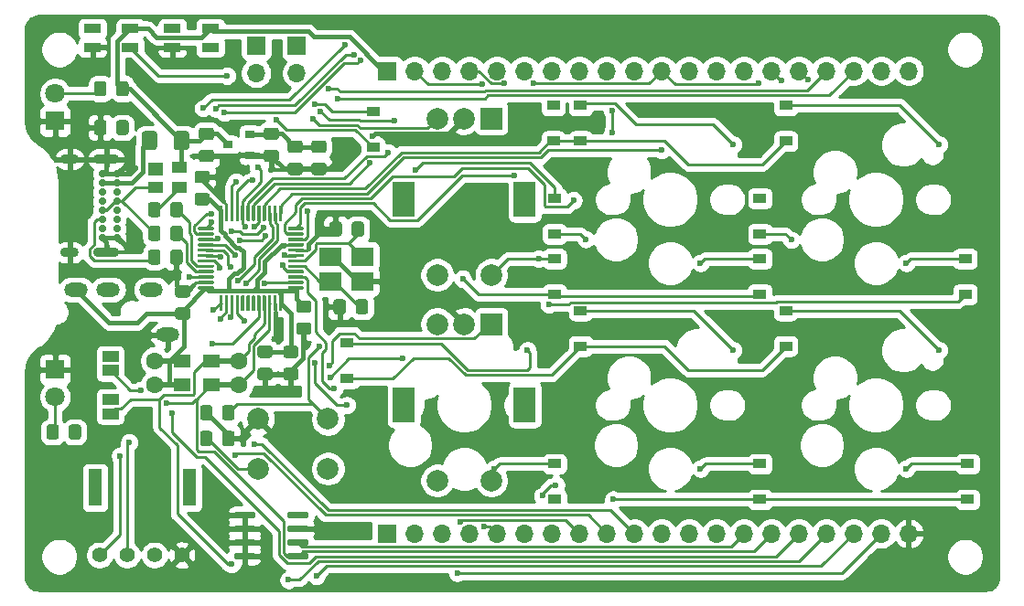
<source format=gtl>
G04 #@! TF.GenerationSoftware,KiCad,Pcbnew,(5.1.6-0-10_14)*
G04 #@! TF.CreationDate,2020-10-25T15:01:43+09:00*
G04 #@! TF.ProjectId,meishi_stm32,6d656973-6869-45f7-9374-6d33322e6b69,rev?*
G04 #@! TF.SameCoordinates,Original*
G04 #@! TF.FileFunction,Copper,L1,Top*
G04 #@! TF.FilePolarity,Positive*
%FSLAX46Y46*%
G04 Gerber Fmt 4.6, Leading zero omitted, Abs format (unit mm)*
G04 Created by KiCad (PCBNEW (5.1.6-0-10_14)) date 2020-10-25 15:01:43*
%MOMM*%
%LPD*%
G01*
G04 APERTURE LIST*
G04 #@! TA.AperFunction,ComponentPad*
%ADD10R,1.700000X1.700000*%
G04 #@! TD*
G04 #@! TA.AperFunction,ComponentPad*
%ADD11O,1.700000X1.700000*%
G04 #@! TD*
G04 #@! TA.AperFunction,ComponentPad*
%ADD12R,2.000000X2.000000*%
G04 #@! TD*
G04 #@! TA.AperFunction,ComponentPad*
%ADD13C,2.000000*%
G04 #@! TD*
G04 #@! TA.AperFunction,ComponentPad*
%ADD14R,2.000000X3.200000*%
G04 #@! TD*
G04 #@! TA.AperFunction,SMDPad,CuDef*
%ADD15R,1.200000X0.900000*%
G04 #@! TD*
G04 #@! TA.AperFunction,SMDPad,CuDef*
%ADD16R,1.600000X0.850000*%
G04 #@! TD*
G04 #@! TA.AperFunction,SMDPad,CuDef*
%ADD17R,1.400000X1.200000*%
G04 #@! TD*
G04 #@! TA.AperFunction,SMDPad,CuDef*
%ADD18R,1.400000X1.000000*%
G04 #@! TD*
G04 #@! TA.AperFunction,ComponentPad*
%ADD19C,0.700000*%
G04 #@! TD*
G04 #@! TA.AperFunction,ComponentPad*
%ADD20O,2.400000X0.900000*%
G04 #@! TD*
G04 #@! TA.AperFunction,ComponentPad*
%ADD21O,1.700000X0.900000*%
G04 #@! TD*
G04 #@! TA.AperFunction,SMDPad,CuDef*
%ADD22R,1.500000X1.000000*%
G04 #@! TD*
G04 #@! TA.AperFunction,ComponentPad*
%ADD23R,1.800000X1.800000*%
G04 #@! TD*
G04 #@! TA.AperFunction,ComponentPad*
%ADD24C,1.800000*%
G04 #@! TD*
G04 #@! TA.AperFunction,SMDPad,CuDef*
%ADD25R,1.300000X3.400000*%
G04 #@! TD*
G04 #@! TA.AperFunction,ComponentPad*
%ADD26C,1.397000*%
G04 #@! TD*
G04 #@! TA.AperFunction,SMDPad,CuDef*
%ADD27R,0.900000X0.800000*%
G04 #@! TD*
G04 #@! TA.AperFunction,SMDPad,CuDef*
%ADD28R,2.100000X1.800000*%
G04 #@! TD*
G04 #@! TA.AperFunction,ComponentPad*
%ADD29O,2.200000X1.300000*%
G04 #@! TD*
G04 #@! TA.AperFunction,Conductor*
%ADD30R,2.900000X0.500000*%
G04 #@! TD*
G04 #@! TA.AperFunction,ComponentPad*
%ADD31C,1.600000*%
G04 #@! TD*
G04 #@! TA.AperFunction,SMDPad,CuDef*
%ADD32R,1.500000X1.200000*%
G04 #@! TD*
G04 #@! TA.AperFunction,ViaPad*
%ADD33C,0.600000*%
G04 #@! TD*
G04 #@! TA.AperFunction,Conductor*
%ADD34C,0.381000*%
G04 #@! TD*
G04 #@! TA.AperFunction,Conductor*
%ADD35C,0.254000*%
G04 #@! TD*
G04 APERTURE END LIST*
D10*
X63103390Y-32147010D03*
D11*
X65643390Y-32147010D03*
X68183390Y-32147010D03*
X70723390Y-32147010D03*
X73263390Y-32147010D03*
X75803390Y-32147010D03*
X78343390Y-32147010D03*
X80883390Y-32147010D03*
X83423390Y-32147010D03*
X85963390Y-32147010D03*
X88503390Y-32147010D03*
X91043390Y-32147010D03*
X93583390Y-32147010D03*
X96123390Y-32147010D03*
X98663390Y-32147010D03*
X101203390Y-32147010D03*
X103743390Y-32147010D03*
X106283390Y-32147010D03*
X108823390Y-32147010D03*
X111363390Y-32147010D03*
D12*
X72750000Y-36550000D03*
D13*
X70250000Y-36550000D03*
X67750000Y-36550000D03*
D14*
X75850000Y-44050000D03*
X64650000Y-44050000D03*
D13*
X72750000Y-51050000D03*
X67750000Y-51050000D03*
G04 #@! TA.AperFunction,SMDPad,CuDef*
G36*
G01*
X45949999Y-39450000D02*
X46850001Y-39450000D01*
G75*
G02*
X47100000Y-39699999I0J-249999D01*
G01*
X47100000Y-40350001D01*
G75*
G02*
X46850001Y-40600000I-249999J0D01*
G01*
X45949999Y-40600000D01*
G75*
G02*
X45700000Y-40350001I0J249999D01*
G01*
X45700000Y-39699999D01*
G75*
G02*
X45949999Y-39450000I249999J0D01*
G01*
G37*
G04 #@! TD.AperFunction*
G04 #@! TA.AperFunction,SMDPad,CuDef*
G36*
G01*
X45949999Y-37400000D02*
X46850001Y-37400000D01*
G75*
G02*
X47100000Y-37649999I0J-249999D01*
G01*
X47100000Y-38300001D01*
G75*
G02*
X46850001Y-38550000I-249999J0D01*
G01*
X45949999Y-38550000D01*
G75*
G02*
X45700000Y-38300001I0J249999D01*
G01*
X45700000Y-37649999D01*
G75*
G02*
X45949999Y-37400000I249999J0D01*
G01*
G37*
G04 #@! TD.AperFunction*
G04 #@! TA.AperFunction,SMDPad,CuDef*
G36*
G01*
X51949999Y-37400000D02*
X52850001Y-37400000D01*
G75*
G02*
X53100000Y-37649999I0J-249999D01*
G01*
X53100000Y-38300001D01*
G75*
G02*
X52850001Y-38550000I-249999J0D01*
G01*
X51949999Y-38550000D01*
G75*
G02*
X51700000Y-38300001I0J249999D01*
G01*
X51700000Y-37649999D01*
G75*
G02*
X51949999Y-37400000I249999J0D01*
G01*
G37*
G04 #@! TD.AperFunction*
G04 #@! TA.AperFunction,SMDPad,CuDef*
G36*
G01*
X51949999Y-39450000D02*
X52850001Y-39450000D01*
G75*
G02*
X53100000Y-39699999I0J-249999D01*
G01*
X53100000Y-40350001D01*
G75*
G02*
X52850001Y-40600000I-249999J0D01*
G01*
X51949999Y-40600000D01*
G75*
G02*
X51700000Y-40350001I0J249999D01*
G01*
X51700000Y-39699999D01*
G75*
G02*
X51949999Y-39450000I249999J0D01*
G01*
G37*
G04 #@! TD.AperFunction*
G04 #@! TA.AperFunction,SMDPad,CuDef*
G36*
G01*
X58150000Y-54450001D02*
X58150000Y-53549999D01*
G75*
G02*
X58399999Y-53300000I249999J0D01*
G01*
X59050001Y-53300000D01*
G75*
G02*
X59300000Y-53549999I0J-249999D01*
G01*
X59300000Y-54450001D01*
G75*
G02*
X59050001Y-54700000I-249999J0D01*
G01*
X58399999Y-54700000D01*
G75*
G02*
X58150000Y-54450001I0J249999D01*
G01*
G37*
G04 #@! TD.AperFunction*
G04 #@! TA.AperFunction,SMDPad,CuDef*
G36*
G01*
X60200000Y-54450001D02*
X60200000Y-53549999D01*
G75*
G02*
X60449999Y-53300000I249999J0D01*
G01*
X61100001Y-53300000D01*
G75*
G02*
X61350000Y-53549999I0J-249999D01*
G01*
X61350000Y-54450001D01*
G75*
G02*
X61100001Y-54700000I-249999J0D01*
G01*
X60449999Y-54700000D01*
G75*
G02*
X60200000Y-54450001I0J249999D01*
G01*
G37*
G04 #@! TD.AperFunction*
G04 #@! TA.AperFunction,SMDPad,CuDef*
G36*
G01*
X59825000Y-47250001D02*
X59825000Y-46349999D01*
G75*
G02*
X60074999Y-46100000I249999J0D01*
G01*
X60725001Y-46100000D01*
G75*
G02*
X60975000Y-46349999I0J-249999D01*
G01*
X60975000Y-47250001D01*
G75*
G02*
X60725001Y-47500000I-249999J0D01*
G01*
X60074999Y-47500000D01*
G75*
G02*
X59825000Y-47250001I0J249999D01*
G01*
G37*
G04 #@! TD.AperFunction*
G04 #@! TA.AperFunction,SMDPad,CuDef*
G36*
G01*
X57775000Y-47250001D02*
X57775000Y-46349999D01*
G75*
G02*
X58024999Y-46100000I249999J0D01*
G01*
X58675001Y-46100000D01*
G75*
G02*
X58925000Y-46349999I0J-249999D01*
G01*
X58925000Y-47250001D01*
G75*
G02*
X58675001Y-47500000I-249999J0D01*
G01*
X58024999Y-47500000D01*
G75*
G02*
X57775000Y-47250001I0J249999D01*
G01*
G37*
G04 #@! TD.AperFunction*
G04 #@! TA.AperFunction,SMDPad,CuDef*
G36*
G01*
X56349999Y-40650000D02*
X57250001Y-40650000D01*
G75*
G02*
X57500000Y-40899999I0J-249999D01*
G01*
X57500000Y-41550001D01*
G75*
G02*
X57250001Y-41800000I-249999J0D01*
G01*
X56349999Y-41800000D01*
G75*
G02*
X56100000Y-41550001I0J249999D01*
G01*
X56100000Y-40899999D01*
G75*
G02*
X56349999Y-40650000I249999J0D01*
G01*
G37*
G04 #@! TD.AperFunction*
G04 #@! TA.AperFunction,SMDPad,CuDef*
G36*
G01*
X56349999Y-38600000D02*
X57250001Y-38600000D01*
G75*
G02*
X57500000Y-38849999I0J-249999D01*
G01*
X57500000Y-39500001D01*
G75*
G02*
X57250001Y-39750000I-249999J0D01*
G01*
X56349999Y-39750000D01*
G75*
G02*
X56100000Y-39500001I0J249999D01*
G01*
X56100000Y-38849999D01*
G75*
G02*
X56349999Y-38600000I249999J0D01*
G01*
G37*
G04 #@! TD.AperFunction*
G04 #@! TA.AperFunction,SMDPad,CuDef*
G36*
G01*
X54149999Y-38600000D02*
X55050001Y-38600000D01*
G75*
G02*
X55300000Y-38849999I0J-249999D01*
G01*
X55300000Y-39500001D01*
G75*
G02*
X55050001Y-39750000I-249999J0D01*
G01*
X54149999Y-39750000D01*
G75*
G02*
X53900000Y-39500001I0J249999D01*
G01*
X53900000Y-38849999D01*
G75*
G02*
X54149999Y-38600000I249999J0D01*
G01*
G37*
G04 #@! TD.AperFunction*
G04 #@! TA.AperFunction,SMDPad,CuDef*
G36*
G01*
X54149999Y-40650000D02*
X55050001Y-40650000D01*
G75*
G02*
X55300000Y-40899999I0J-249999D01*
G01*
X55300000Y-41550001D01*
G75*
G02*
X55050001Y-41800000I-249999J0D01*
G01*
X54149999Y-41800000D01*
G75*
G02*
X53900000Y-41550001I0J249999D01*
G01*
X53900000Y-40899999D01*
G75*
G02*
X54149999Y-40650000I249999J0D01*
G01*
G37*
G04 #@! TD.AperFunction*
G04 #@! TA.AperFunction,SMDPad,CuDef*
G36*
G01*
X45800000Y-64250001D02*
X45800000Y-63349999D01*
G75*
G02*
X46049999Y-63100000I249999J0D01*
G01*
X46700001Y-63100000D01*
G75*
G02*
X46950000Y-63349999I0J-249999D01*
G01*
X46950000Y-64250001D01*
G75*
G02*
X46700001Y-64500000I-249999J0D01*
G01*
X46049999Y-64500000D01*
G75*
G02*
X45800000Y-64250001I0J249999D01*
G01*
G37*
G04 #@! TD.AperFunction*
G04 #@! TA.AperFunction,SMDPad,CuDef*
G36*
G01*
X47850000Y-64250001D02*
X47850000Y-63349999D01*
G75*
G02*
X48099999Y-63100000I249999J0D01*
G01*
X48750001Y-63100000D01*
G75*
G02*
X49000000Y-63349999I0J-249999D01*
G01*
X49000000Y-64250001D01*
G75*
G02*
X48750001Y-64500000I-249999J0D01*
G01*
X48099999Y-64500000D01*
G75*
G02*
X47850000Y-64250001I0J249999D01*
G01*
G37*
G04 #@! TD.AperFunction*
G04 #@! TA.AperFunction,SMDPad,CuDef*
G36*
G01*
X51359369Y-59650000D02*
X52259371Y-59650000D01*
G75*
G02*
X52509370Y-59899999I0J-249999D01*
G01*
X52509370Y-60550001D01*
G75*
G02*
X52259371Y-60800000I-249999J0D01*
G01*
X51359369Y-60800000D01*
G75*
G02*
X51109370Y-60550001I0J249999D01*
G01*
X51109370Y-59899999D01*
G75*
G02*
X51359369Y-59650000I249999J0D01*
G01*
G37*
G04 #@! TD.AperFunction*
G04 #@! TA.AperFunction,SMDPad,CuDef*
G36*
G01*
X51359369Y-57600000D02*
X52259371Y-57600000D01*
G75*
G02*
X52509370Y-57849999I0J-249999D01*
G01*
X52509370Y-58500001D01*
G75*
G02*
X52259371Y-58750000I-249999J0D01*
G01*
X51359369Y-58750000D01*
G75*
G02*
X51109370Y-58500001I0J249999D01*
G01*
X51109370Y-57849999D01*
G75*
G02*
X51359369Y-57600000I249999J0D01*
G01*
G37*
G04 #@! TD.AperFunction*
G04 #@! TA.AperFunction,SMDPad,CuDef*
G36*
G01*
X53759369Y-57600000D02*
X54659371Y-57600000D01*
G75*
G02*
X54909370Y-57849999I0J-249999D01*
G01*
X54909370Y-58500001D01*
G75*
G02*
X54659371Y-58750000I-249999J0D01*
G01*
X53759369Y-58750000D01*
G75*
G02*
X53509370Y-58500001I0J249999D01*
G01*
X53509370Y-57849999D01*
G75*
G02*
X53759369Y-57600000I249999J0D01*
G01*
G37*
G04 #@! TD.AperFunction*
G04 #@! TA.AperFunction,SMDPad,CuDef*
G36*
G01*
X53759369Y-59650000D02*
X54659371Y-59650000D01*
G75*
G02*
X54909370Y-59899999I0J-249999D01*
G01*
X54909370Y-60550001D01*
G75*
G02*
X54659371Y-60800000I-249999J0D01*
G01*
X53759369Y-60800000D01*
G75*
G02*
X53509370Y-60550001I0J249999D01*
G01*
X53509370Y-59899999D01*
G75*
G02*
X53759369Y-59650000I249999J0D01*
G01*
G37*
G04 #@! TD.AperFunction*
G04 #@! TA.AperFunction,SMDPad,CuDef*
G36*
G01*
X54949999Y-55450000D02*
X55850001Y-55450000D01*
G75*
G02*
X56100000Y-55699999I0J-249999D01*
G01*
X56100000Y-56350001D01*
G75*
G02*
X55850001Y-56600000I-249999J0D01*
G01*
X54949999Y-56600000D01*
G75*
G02*
X54700000Y-56350001I0J249999D01*
G01*
X54700000Y-55699999D01*
G75*
G02*
X54949999Y-55450000I249999J0D01*
G01*
G37*
G04 #@! TD.AperFunction*
G04 #@! TA.AperFunction,SMDPad,CuDef*
G36*
G01*
X54949999Y-53400000D02*
X55850001Y-53400000D01*
G75*
G02*
X56100000Y-53649999I0J-249999D01*
G01*
X56100000Y-54300001D01*
G75*
G02*
X55850001Y-54550000I-249999J0D01*
G01*
X54949999Y-54550000D01*
G75*
G02*
X54700000Y-54300001I0J249999D01*
G01*
X54700000Y-53649999D01*
G75*
G02*
X54949999Y-53400000I249999J0D01*
G01*
G37*
G04 #@! TD.AperFunction*
G04 #@! TA.AperFunction,SMDPad,CuDef*
G36*
G01*
X44650001Y-55200000D02*
X43749999Y-55200000D01*
G75*
G02*
X43500000Y-54950001I0J249999D01*
G01*
X43500000Y-54299999D01*
G75*
G02*
X43749999Y-54050000I249999J0D01*
G01*
X44650001Y-54050000D01*
G75*
G02*
X44900000Y-54299999I0J-249999D01*
G01*
X44900000Y-54950001D01*
G75*
G02*
X44650001Y-55200000I-249999J0D01*
G01*
G37*
G04 #@! TD.AperFunction*
G04 #@! TA.AperFunction,SMDPad,CuDef*
G36*
G01*
X44650001Y-53150000D02*
X43749999Y-53150000D01*
G75*
G02*
X43500000Y-52900001I0J249999D01*
G01*
X43500000Y-52249999D01*
G75*
G02*
X43749999Y-52000000I249999J0D01*
G01*
X44650001Y-52000000D01*
G75*
G02*
X44900000Y-52249999I0J-249999D01*
G01*
X44900000Y-52900001D01*
G75*
G02*
X44650001Y-53150000I-249999J0D01*
G01*
G37*
G04 #@! TD.AperFunction*
D15*
X78500000Y-38650000D03*
X78500000Y-35350000D03*
X81000000Y-38650000D03*
X81000000Y-35350000D03*
X100000000Y-38650000D03*
X100000000Y-35350000D03*
X59400000Y-57350000D03*
X59400000Y-60650000D03*
X81000000Y-54350000D03*
X81000000Y-57650000D03*
X100000000Y-54350000D03*
X100000000Y-57650000D03*
D16*
X35850000Y-28225000D03*
X35850000Y-29975000D03*
X39350000Y-28225000D03*
X39350000Y-29975000D03*
X46750000Y-29975000D03*
X46750000Y-28225000D03*
X43250000Y-29975000D03*
X43250000Y-28225000D03*
D15*
X61800000Y-35950000D03*
X61800000Y-39250000D03*
X78600000Y-43950000D03*
X78600000Y-47250000D03*
X97600000Y-47250000D03*
X97600000Y-43950000D03*
X78600000Y-52850000D03*
X78600000Y-49550000D03*
X97600000Y-49550000D03*
X97600000Y-52850000D03*
X116600000Y-52850000D03*
X116600000Y-49550000D03*
X78600000Y-71850000D03*
X78600000Y-68550000D03*
X97600000Y-71850000D03*
X97600000Y-68550000D03*
X116800000Y-68550000D03*
X116800000Y-71850000D03*
D17*
X41700000Y-41230000D03*
D18*
X41700000Y-42950000D03*
X43900000Y-42950000D03*
X43900000Y-41050000D03*
G04 #@! TA.AperFunction,SMDPad,CuDef*
G36*
G01*
X44800000Y-37975000D02*
X44800000Y-39225000D01*
G75*
G02*
X44550000Y-39475000I-250000J0D01*
G01*
X43625000Y-39475000D01*
G75*
G02*
X43375000Y-39225000I0J250000D01*
G01*
X43375000Y-37975000D01*
G75*
G02*
X43625000Y-37725000I250000J0D01*
G01*
X44550000Y-37725000D01*
G75*
G02*
X44800000Y-37975000I0J-250000D01*
G01*
G37*
G04 #@! TD.AperFunction*
G04 #@! TA.AperFunction,SMDPad,CuDef*
G36*
G01*
X41825000Y-37975000D02*
X41825000Y-39225000D01*
G75*
G02*
X41575000Y-39475000I-250000J0D01*
G01*
X40650000Y-39475000D01*
G75*
G02*
X40400000Y-39225000I0J250000D01*
G01*
X40400000Y-37975000D01*
G75*
G02*
X40650000Y-37725000I250000J0D01*
G01*
X41575000Y-37725000D01*
G75*
G02*
X41825000Y-37975000I0J-250000D01*
G01*
G37*
G04 #@! TD.AperFunction*
D19*
X38100160Y-41672050D03*
X38100160Y-42522050D03*
X38100160Y-43372050D03*
X38100160Y-44222050D03*
X38100160Y-45072050D03*
X38100160Y-45922050D03*
X38100160Y-46772050D03*
X38100160Y-47622050D03*
X36750160Y-42522050D03*
X36750160Y-44222050D03*
X36750160Y-43372050D03*
X36750160Y-41672050D03*
X36750160Y-45922050D03*
X36750160Y-46772050D03*
X36750160Y-47622050D03*
X36750160Y-45072050D03*
D20*
X37120160Y-40322050D03*
X37120160Y-48972050D03*
D21*
X33740160Y-40322050D03*
X33740160Y-48972050D03*
D10*
X51000000Y-29800000D03*
D11*
X51000000Y-32340000D03*
X54768980Y-32340000D03*
D10*
X54768980Y-29800000D03*
D22*
X37500000Y-63900000D03*
X37500000Y-62600000D03*
X37500000Y-58600000D03*
X37500000Y-59900000D03*
D23*
X32400000Y-36800000D03*
D24*
X32400000Y-34260000D03*
X32400000Y-62340000D03*
D23*
X32400000Y-59800000D03*
D25*
X36100000Y-70750000D03*
X44800000Y-70750000D03*
D26*
X36500000Y-77000000D03*
X39040000Y-77000000D03*
X41580000Y-77000000D03*
X44120000Y-77000000D03*
G04 #@! TA.AperFunction,SMDPad,CuDef*
G36*
G01*
X31600000Y-66050001D02*
X31600000Y-65149999D01*
G75*
G02*
X31849999Y-64900000I249999J0D01*
G01*
X32500001Y-64900000D01*
G75*
G02*
X32750000Y-65149999I0J-249999D01*
G01*
X32750000Y-66050001D01*
G75*
G02*
X32500001Y-66300000I-249999J0D01*
G01*
X31849999Y-66300000D01*
G75*
G02*
X31600000Y-66050001I0J249999D01*
G01*
G37*
G04 #@! TD.AperFunction*
G04 #@! TA.AperFunction,SMDPad,CuDef*
G36*
G01*
X33650000Y-66050001D02*
X33650000Y-65149999D01*
G75*
G02*
X33899999Y-64900000I249999J0D01*
G01*
X34550001Y-64900000D01*
G75*
G02*
X34800000Y-65149999I0J-249999D01*
G01*
X34800000Y-66050001D01*
G75*
G02*
X34550001Y-66300000I-249999J0D01*
G01*
X33899999Y-66300000D01*
G75*
G02*
X33650000Y-66050001I0J249999D01*
G01*
G37*
G04 #@! TD.AperFunction*
G04 #@! TA.AperFunction,SMDPad,CuDef*
G36*
G01*
X36000000Y-34250001D02*
X36000000Y-33349999D01*
G75*
G02*
X36249999Y-33100000I249999J0D01*
G01*
X36900001Y-33100000D01*
G75*
G02*
X37150000Y-33349999I0J-249999D01*
G01*
X37150000Y-34250001D01*
G75*
G02*
X36900001Y-34500000I-249999J0D01*
G01*
X36249999Y-34500000D01*
G75*
G02*
X36000000Y-34250001I0J249999D01*
G01*
G37*
G04 #@! TD.AperFunction*
G04 #@! TA.AperFunction,SMDPad,CuDef*
G36*
G01*
X38050000Y-34250001D02*
X38050000Y-33349999D01*
G75*
G02*
X38299999Y-33100000I249999J0D01*
G01*
X38950001Y-33100000D01*
G75*
G02*
X39200000Y-33349999I0J-249999D01*
G01*
X39200000Y-34250001D01*
G75*
G02*
X38950001Y-34500000I-249999J0D01*
G01*
X38299999Y-34500000D01*
G75*
G02*
X38050000Y-34250001I0J249999D01*
G01*
G37*
G04 #@! TD.AperFunction*
G04 #@! TA.AperFunction,SMDPad,CuDef*
G36*
G01*
X47850000Y-66650001D02*
X47850000Y-65749999D01*
G75*
G02*
X48099999Y-65500000I249999J0D01*
G01*
X48750001Y-65500000D01*
G75*
G02*
X49000000Y-65749999I0J-249999D01*
G01*
X49000000Y-66650001D01*
G75*
G02*
X48750001Y-66900000I-249999J0D01*
G01*
X48099999Y-66900000D01*
G75*
G02*
X47850000Y-66650001I0J249999D01*
G01*
G37*
G04 #@! TD.AperFunction*
G04 #@! TA.AperFunction,SMDPad,CuDef*
G36*
G01*
X45800000Y-66650001D02*
X45800000Y-65749999D01*
G75*
G02*
X46049999Y-65500000I249999J0D01*
G01*
X46700001Y-65500000D01*
G75*
G02*
X46950000Y-65749999I0J-249999D01*
G01*
X46950000Y-66650001D01*
G75*
G02*
X46700001Y-66900000I-249999J0D01*
G01*
X46049999Y-66900000D01*
G75*
G02*
X45800000Y-66650001I0J249999D01*
G01*
G37*
G04 #@! TD.AperFunction*
G04 #@! TA.AperFunction,SMDPad,CuDef*
G36*
G01*
X44200000Y-44549999D02*
X44200000Y-45450001D01*
G75*
G02*
X43950001Y-45700000I-249999J0D01*
G01*
X43299999Y-45700000D01*
G75*
G02*
X43050000Y-45450001I0J249999D01*
G01*
X43050000Y-44549999D01*
G75*
G02*
X43299999Y-44300000I249999J0D01*
G01*
X43950001Y-44300000D01*
G75*
G02*
X44200000Y-44549999I0J-249999D01*
G01*
G37*
G04 #@! TD.AperFunction*
G04 #@! TA.AperFunction,SMDPad,CuDef*
G36*
G01*
X42150000Y-44549999D02*
X42150000Y-45450001D01*
G75*
G02*
X41900001Y-45700000I-249999J0D01*
G01*
X41249999Y-45700000D01*
G75*
G02*
X41000000Y-45450001I0J249999D01*
G01*
X41000000Y-44549999D01*
G75*
G02*
X41249999Y-44300000I249999J0D01*
G01*
X41900001Y-44300000D01*
G75*
G02*
X42150000Y-44549999I0J-249999D01*
G01*
G37*
G04 #@! TD.AperFunction*
G04 #@! TA.AperFunction,SMDPad,CuDef*
G36*
G01*
X42150000Y-46749999D02*
X42150000Y-47650001D01*
G75*
G02*
X41900001Y-47900000I-249999J0D01*
G01*
X41249999Y-47900000D01*
G75*
G02*
X41000000Y-47650001I0J249999D01*
G01*
X41000000Y-46749999D01*
G75*
G02*
X41249999Y-46500000I249999J0D01*
G01*
X41900001Y-46500000D01*
G75*
G02*
X42150000Y-46749999I0J-249999D01*
G01*
G37*
G04 #@! TD.AperFunction*
G04 #@! TA.AperFunction,SMDPad,CuDef*
G36*
G01*
X44200000Y-46749999D02*
X44200000Y-47650001D01*
G75*
G02*
X43950001Y-47900000I-249999J0D01*
G01*
X43299999Y-47900000D01*
G75*
G02*
X43050000Y-47650001I0J249999D01*
G01*
X43050000Y-46749999D01*
G75*
G02*
X43299999Y-46500000I249999J0D01*
G01*
X43950001Y-46500000D01*
G75*
G02*
X44200000Y-46749999I0J-249999D01*
G01*
G37*
G04 #@! TD.AperFunction*
G04 #@! TA.AperFunction,SMDPad,CuDef*
G36*
G01*
X42150000Y-48949999D02*
X42150000Y-49850001D01*
G75*
G02*
X41900001Y-50100000I-249999J0D01*
G01*
X41249999Y-50100000D01*
G75*
G02*
X41000000Y-49850001I0J249999D01*
G01*
X41000000Y-48949999D01*
G75*
G02*
X41249999Y-48700000I249999J0D01*
G01*
X41900001Y-48700000D01*
G75*
G02*
X42150000Y-48949999I0J-249999D01*
G01*
G37*
G04 #@! TD.AperFunction*
G04 #@! TA.AperFunction,SMDPad,CuDef*
G36*
G01*
X44200000Y-48949999D02*
X44200000Y-49850001D01*
G75*
G02*
X43950001Y-50100000I-249999J0D01*
G01*
X43299999Y-50100000D01*
G75*
G02*
X43050000Y-49850001I0J249999D01*
G01*
X43050000Y-48949999D01*
G75*
G02*
X43299999Y-48700000I249999J0D01*
G01*
X43950001Y-48700000D01*
G75*
G02*
X44200000Y-48949999I0J-249999D01*
G01*
G37*
G04 #@! TD.AperFunction*
G04 #@! TA.AperFunction,SMDPad,CuDef*
G36*
G01*
X36000000Y-37850001D02*
X36000000Y-36949999D01*
G75*
G02*
X36249999Y-36700000I249999J0D01*
G01*
X36900001Y-36700000D01*
G75*
G02*
X37150000Y-36949999I0J-249999D01*
G01*
X37150000Y-37850001D01*
G75*
G02*
X36900001Y-38100000I-249999J0D01*
G01*
X36249999Y-38100000D01*
G75*
G02*
X36000000Y-37850001I0J249999D01*
G01*
G37*
G04 #@! TD.AperFunction*
G04 #@! TA.AperFunction,SMDPad,CuDef*
G36*
G01*
X38050000Y-37850001D02*
X38050000Y-36949999D01*
G75*
G02*
X38299999Y-36700000I249999J0D01*
G01*
X38950001Y-36700000D01*
G75*
G02*
X39200000Y-36949999I0J-249999D01*
G01*
X39200000Y-37850001D01*
G75*
G02*
X38950001Y-38100000I-249999J0D01*
G01*
X38299999Y-38100000D01*
G75*
G02*
X38050000Y-37850001I0J249999D01*
G01*
G37*
G04 #@! TD.AperFunction*
D13*
X67750000Y-70100000D03*
X72750000Y-70100000D03*
D14*
X64650000Y-63100000D03*
X75850000Y-63100000D03*
D13*
X67750000Y-55600000D03*
X70250000Y-55600000D03*
D12*
X72750000Y-55600000D03*
D13*
X57650000Y-69000000D03*
X51150000Y-69000000D03*
X57650000Y-64400000D03*
X51150000Y-64400000D03*
D27*
X50400000Y-39950000D03*
X50400000Y-38050000D03*
X48400000Y-39000000D03*
G04 #@! TA.AperFunction,SMDPad,CuDef*
G36*
G01*
X55400000Y-52175000D02*
X55400000Y-52325000D01*
G75*
G02*
X55325000Y-52400000I-75000J0D01*
G01*
X54000000Y-52400000D01*
G75*
G02*
X53925000Y-52325000I0J75000D01*
G01*
X53925000Y-52175000D01*
G75*
G02*
X54000000Y-52100000I75000J0D01*
G01*
X55325000Y-52100000D01*
G75*
G02*
X55400000Y-52175000I0J-75000D01*
G01*
G37*
G04 #@! TD.AperFunction*
G04 #@! TA.AperFunction,SMDPad,CuDef*
G36*
G01*
X55400000Y-51675000D02*
X55400000Y-51825000D01*
G75*
G02*
X55325000Y-51900000I-75000J0D01*
G01*
X54000000Y-51900000D01*
G75*
G02*
X53925000Y-51825000I0J75000D01*
G01*
X53925000Y-51675000D01*
G75*
G02*
X54000000Y-51600000I75000J0D01*
G01*
X55325000Y-51600000D01*
G75*
G02*
X55400000Y-51675000I0J-75000D01*
G01*
G37*
G04 #@! TD.AperFunction*
G04 #@! TA.AperFunction,SMDPad,CuDef*
G36*
G01*
X55400000Y-51175000D02*
X55400000Y-51325000D01*
G75*
G02*
X55325000Y-51400000I-75000J0D01*
G01*
X54000000Y-51400000D01*
G75*
G02*
X53925000Y-51325000I0J75000D01*
G01*
X53925000Y-51175000D01*
G75*
G02*
X54000000Y-51100000I75000J0D01*
G01*
X55325000Y-51100000D01*
G75*
G02*
X55400000Y-51175000I0J-75000D01*
G01*
G37*
G04 #@! TD.AperFunction*
G04 #@! TA.AperFunction,SMDPad,CuDef*
G36*
G01*
X55400000Y-50675000D02*
X55400000Y-50825000D01*
G75*
G02*
X55325000Y-50900000I-75000J0D01*
G01*
X54000000Y-50900000D01*
G75*
G02*
X53925000Y-50825000I0J75000D01*
G01*
X53925000Y-50675000D01*
G75*
G02*
X54000000Y-50600000I75000J0D01*
G01*
X55325000Y-50600000D01*
G75*
G02*
X55400000Y-50675000I0J-75000D01*
G01*
G37*
G04 #@! TD.AperFunction*
G04 #@! TA.AperFunction,SMDPad,CuDef*
G36*
G01*
X55400000Y-50175000D02*
X55400000Y-50325000D01*
G75*
G02*
X55325000Y-50400000I-75000J0D01*
G01*
X54000000Y-50400000D01*
G75*
G02*
X53925000Y-50325000I0J75000D01*
G01*
X53925000Y-50175000D01*
G75*
G02*
X54000000Y-50100000I75000J0D01*
G01*
X55325000Y-50100000D01*
G75*
G02*
X55400000Y-50175000I0J-75000D01*
G01*
G37*
G04 #@! TD.AperFunction*
G04 #@! TA.AperFunction,SMDPad,CuDef*
G36*
G01*
X55400000Y-49675000D02*
X55400000Y-49825000D01*
G75*
G02*
X55325000Y-49900000I-75000J0D01*
G01*
X54000000Y-49900000D01*
G75*
G02*
X53925000Y-49825000I0J75000D01*
G01*
X53925000Y-49675000D01*
G75*
G02*
X54000000Y-49600000I75000J0D01*
G01*
X55325000Y-49600000D01*
G75*
G02*
X55400000Y-49675000I0J-75000D01*
G01*
G37*
G04 #@! TD.AperFunction*
G04 #@! TA.AperFunction,SMDPad,CuDef*
G36*
G01*
X55400000Y-49175000D02*
X55400000Y-49325000D01*
G75*
G02*
X55325000Y-49400000I-75000J0D01*
G01*
X54000000Y-49400000D01*
G75*
G02*
X53925000Y-49325000I0J75000D01*
G01*
X53925000Y-49175000D01*
G75*
G02*
X54000000Y-49100000I75000J0D01*
G01*
X55325000Y-49100000D01*
G75*
G02*
X55400000Y-49175000I0J-75000D01*
G01*
G37*
G04 #@! TD.AperFunction*
G04 #@! TA.AperFunction,SMDPad,CuDef*
G36*
G01*
X55400000Y-48675000D02*
X55400000Y-48825000D01*
G75*
G02*
X55325000Y-48900000I-75000J0D01*
G01*
X54000000Y-48900000D01*
G75*
G02*
X53925000Y-48825000I0J75000D01*
G01*
X53925000Y-48675000D01*
G75*
G02*
X54000000Y-48600000I75000J0D01*
G01*
X55325000Y-48600000D01*
G75*
G02*
X55400000Y-48675000I0J-75000D01*
G01*
G37*
G04 #@! TD.AperFunction*
G04 #@! TA.AperFunction,SMDPad,CuDef*
G36*
G01*
X55400000Y-48175000D02*
X55400000Y-48325000D01*
G75*
G02*
X55325000Y-48400000I-75000J0D01*
G01*
X54000000Y-48400000D01*
G75*
G02*
X53925000Y-48325000I0J75000D01*
G01*
X53925000Y-48175000D01*
G75*
G02*
X54000000Y-48100000I75000J0D01*
G01*
X55325000Y-48100000D01*
G75*
G02*
X55400000Y-48175000I0J-75000D01*
G01*
G37*
G04 #@! TD.AperFunction*
G04 #@! TA.AperFunction,SMDPad,CuDef*
G36*
G01*
X55400000Y-47675000D02*
X55400000Y-47825000D01*
G75*
G02*
X55325000Y-47900000I-75000J0D01*
G01*
X54000000Y-47900000D01*
G75*
G02*
X53925000Y-47825000I0J75000D01*
G01*
X53925000Y-47675000D01*
G75*
G02*
X54000000Y-47600000I75000J0D01*
G01*
X55325000Y-47600000D01*
G75*
G02*
X55400000Y-47675000I0J-75000D01*
G01*
G37*
G04 #@! TD.AperFunction*
G04 #@! TA.AperFunction,SMDPad,CuDef*
G36*
G01*
X55400000Y-47175000D02*
X55400000Y-47325000D01*
G75*
G02*
X55325000Y-47400000I-75000J0D01*
G01*
X54000000Y-47400000D01*
G75*
G02*
X53925000Y-47325000I0J75000D01*
G01*
X53925000Y-47175000D01*
G75*
G02*
X54000000Y-47100000I75000J0D01*
G01*
X55325000Y-47100000D01*
G75*
G02*
X55400000Y-47175000I0J-75000D01*
G01*
G37*
G04 #@! TD.AperFunction*
G04 #@! TA.AperFunction,SMDPad,CuDef*
G36*
G01*
X55400000Y-46675000D02*
X55400000Y-46825000D01*
G75*
G02*
X55325000Y-46900000I-75000J0D01*
G01*
X54000000Y-46900000D01*
G75*
G02*
X53925000Y-46825000I0J75000D01*
G01*
X53925000Y-46675000D01*
G75*
G02*
X54000000Y-46600000I75000J0D01*
G01*
X55325000Y-46600000D01*
G75*
G02*
X55400000Y-46675000I0J-75000D01*
G01*
G37*
G04 #@! TD.AperFunction*
G04 #@! TA.AperFunction,SMDPad,CuDef*
G36*
G01*
X53400000Y-44675000D02*
X53400000Y-46000000D01*
G75*
G02*
X53325000Y-46075000I-75000J0D01*
G01*
X53175000Y-46075000D01*
G75*
G02*
X53100000Y-46000000I0J75000D01*
G01*
X53100000Y-44675000D01*
G75*
G02*
X53175000Y-44600000I75000J0D01*
G01*
X53325000Y-44600000D01*
G75*
G02*
X53400000Y-44675000I0J-75000D01*
G01*
G37*
G04 #@! TD.AperFunction*
G04 #@! TA.AperFunction,SMDPad,CuDef*
G36*
G01*
X52900000Y-44675000D02*
X52900000Y-46000000D01*
G75*
G02*
X52825000Y-46075000I-75000J0D01*
G01*
X52675000Y-46075000D01*
G75*
G02*
X52600000Y-46000000I0J75000D01*
G01*
X52600000Y-44675000D01*
G75*
G02*
X52675000Y-44600000I75000J0D01*
G01*
X52825000Y-44600000D01*
G75*
G02*
X52900000Y-44675000I0J-75000D01*
G01*
G37*
G04 #@! TD.AperFunction*
G04 #@! TA.AperFunction,SMDPad,CuDef*
G36*
G01*
X52400000Y-44675000D02*
X52400000Y-46000000D01*
G75*
G02*
X52325000Y-46075000I-75000J0D01*
G01*
X52175000Y-46075000D01*
G75*
G02*
X52100000Y-46000000I0J75000D01*
G01*
X52100000Y-44675000D01*
G75*
G02*
X52175000Y-44600000I75000J0D01*
G01*
X52325000Y-44600000D01*
G75*
G02*
X52400000Y-44675000I0J-75000D01*
G01*
G37*
G04 #@! TD.AperFunction*
G04 #@! TA.AperFunction,SMDPad,CuDef*
G36*
G01*
X51900000Y-44675000D02*
X51900000Y-46000000D01*
G75*
G02*
X51825000Y-46075000I-75000J0D01*
G01*
X51675000Y-46075000D01*
G75*
G02*
X51600000Y-46000000I0J75000D01*
G01*
X51600000Y-44675000D01*
G75*
G02*
X51675000Y-44600000I75000J0D01*
G01*
X51825000Y-44600000D01*
G75*
G02*
X51900000Y-44675000I0J-75000D01*
G01*
G37*
G04 #@! TD.AperFunction*
G04 #@! TA.AperFunction,SMDPad,CuDef*
G36*
G01*
X51400000Y-44675000D02*
X51400000Y-46000000D01*
G75*
G02*
X51325000Y-46075000I-75000J0D01*
G01*
X51175000Y-46075000D01*
G75*
G02*
X51100000Y-46000000I0J75000D01*
G01*
X51100000Y-44675000D01*
G75*
G02*
X51175000Y-44600000I75000J0D01*
G01*
X51325000Y-44600000D01*
G75*
G02*
X51400000Y-44675000I0J-75000D01*
G01*
G37*
G04 #@! TD.AperFunction*
G04 #@! TA.AperFunction,SMDPad,CuDef*
G36*
G01*
X50900000Y-44675000D02*
X50900000Y-46000000D01*
G75*
G02*
X50825000Y-46075000I-75000J0D01*
G01*
X50675000Y-46075000D01*
G75*
G02*
X50600000Y-46000000I0J75000D01*
G01*
X50600000Y-44675000D01*
G75*
G02*
X50675000Y-44600000I75000J0D01*
G01*
X50825000Y-44600000D01*
G75*
G02*
X50900000Y-44675000I0J-75000D01*
G01*
G37*
G04 #@! TD.AperFunction*
G04 #@! TA.AperFunction,SMDPad,CuDef*
G36*
G01*
X50400000Y-44675000D02*
X50400000Y-46000000D01*
G75*
G02*
X50325000Y-46075000I-75000J0D01*
G01*
X50175000Y-46075000D01*
G75*
G02*
X50100000Y-46000000I0J75000D01*
G01*
X50100000Y-44675000D01*
G75*
G02*
X50175000Y-44600000I75000J0D01*
G01*
X50325000Y-44600000D01*
G75*
G02*
X50400000Y-44675000I0J-75000D01*
G01*
G37*
G04 #@! TD.AperFunction*
G04 #@! TA.AperFunction,SMDPad,CuDef*
G36*
G01*
X49900000Y-44675000D02*
X49900000Y-46000000D01*
G75*
G02*
X49825000Y-46075000I-75000J0D01*
G01*
X49675000Y-46075000D01*
G75*
G02*
X49600000Y-46000000I0J75000D01*
G01*
X49600000Y-44675000D01*
G75*
G02*
X49675000Y-44600000I75000J0D01*
G01*
X49825000Y-44600000D01*
G75*
G02*
X49900000Y-44675000I0J-75000D01*
G01*
G37*
G04 #@! TD.AperFunction*
G04 #@! TA.AperFunction,SMDPad,CuDef*
G36*
G01*
X49400000Y-44675000D02*
X49400000Y-46000000D01*
G75*
G02*
X49325000Y-46075000I-75000J0D01*
G01*
X49175000Y-46075000D01*
G75*
G02*
X49100000Y-46000000I0J75000D01*
G01*
X49100000Y-44675000D01*
G75*
G02*
X49175000Y-44600000I75000J0D01*
G01*
X49325000Y-44600000D01*
G75*
G02*
X49400000Y-44675000I0J-75000D01*
G01*
G37*
G04 #@! TD.AperFunction*
G04 #@! TA.AperFunction,SMDPad,CuDef*
G36*
G01*
X48900000Y-44675000D02*
X48900000Y-46000000D01*
G75*
G02*
X48825000Y-46075000I-75000J0D01*
G01*
X48675000Y-46075000D01*
G75*
G02*
X48600000Y-46000000I0J75000D01*
G01*
X48600000Y-44675000D01*
G75*
G02*
X48675000Y-44600000I75000J0D01*
G01*
X48825000Y-44600000D01*
G75*
G02*
X48900000Y-44675000I0J-75000D01*
G01*
G37*
G04 #@! TD.AperFunction*
G04 #@! TA.AperFunction,SMDPad,CuDef*
G36*
G01*
X48400000Y-44675000D02*
X48400000Y-46000000D01*
G75*
G02*
X48325000Y-46075000I-75000J0D01*
G01*
X48175000Y-46075000D01*
G75*
G02*
X48100000Y-46000000I0J75000D01*
G01*
X48100000Y-44675000D01*
G75*
G02*
X48175000Y-44600000I75000J0D01*
G01*
X48325000Y-44600000D01*
G75*
G02*
X48400000Y-44675000I0J-75000D01*
G01*
G37*
G04 #@! TD.AperFunction*
G04 #@! TA.AperFunction,SMDPad,CuDef*
G36*
G01*
X47900000Y-44675000D02*
X47900000Y-46000000D01*
G75*
G02*
X47825000Y-46075000I-75000J0D01*
G01*
X47675000Y-46075000D01*
G75*
G02*
X47600000Y-46000000I0J75000D01*
G01*
X47600000Y-44675000D01*
G75*
G02*
X47675000Y-44600000I75000J0D01*
G01*
X47825000Y-44600000D01*
G75*
G02*
X47900000Y-44675000I0J-75000D01*
G01*
G37*
G04 #@! TD.AperFunction*
G04 #@! TA.AperFunction,SMDPad,CuDef*
G36*
G01*
X47075000Y-46675000D02*
X47075000Y-46825000D01*
G75*
G02*
X47000000Y-46900000I-75000J0D01*
G01*
X45675000Y-46900000D01*
G75*
G02*
X45600000Y-46825000I0J75000D01*
G01*
X45600000Y-46675000D01*
G75*
G02*
X45675000Y-46600000I75000J0D01*
G01*
X47000000Y-46600000D01*
G75*
G02*
X47075000Y-46675000I0J-75000D01*
G01*
G37*
G04 #@! TD.AperFunction*
G04 #@! TA.AperFunction,SMDPad,CuDef*
G36*
G01*
X47075000Y-47175000D02*
X47075000Y-47325000D01*
G75*
G02*
X47000000Y-47400000I-75000J0D01*
G01*
X45675000Y-47400000D01*
G75*
G02*
X45600000Y-47325000I0J75000D01*
G01*
X45600000Y-47175000D01*
G75*
G02*
X45675000Y-47100000I75000J0D01*
G01*
X47000000Y-47100000D01*
G75*
G02*
X47075000Y-47175000I0J-75000D01*
G01*
G37*
G04 #@! TD.AperFunction*
G04 #@! TA.AperFunction,SMDPad,CuDef*
G36*
G01*
X47075000Y-47675000D02*
X47075000Y-47825000D01*
G75*
G02*
X47000000Y-47900000I-75000J0D01*
G01*
X45675000Y-47900000D01*
G75*
G02*
X45600000Y-47825000I0J75000D01*
G01*
X45600000Y-47675000D01*
G75*
G02*
X45675000Y-47600000I75000J0D01*
G01*
X47000000Y-47600000D01*
G75*
G02*
X47075000Y-47675000I0J-75000D01*
G01*
G37*
G04 #@! TD.AperFunction*
G04 #@! TA.AperFunction,SMDPad,CuDef*
G36*
G01*
X47075000Y-48175000D02*
X47075000Y-48325000D01*
G75*
G02*
X47000000Y-48400000I-75000J0D01*
G01*
X45675000Y-48400000D01*
G75*
G02*
X45600000Y-48325000I0J75000D01*
G01*
X45600000Y-48175000D01*
G75*
G02*
X45675000Y-48100000I75000J0D01*
G01*
X47000000Y-48100000D01*
G75*
G02*
X47075000Y-48175000I0J-75000D01*
G01*
G37*
G04 #@! TD.AperFunction*
G04 #@! TA.AperFunction,SMDPad,CuDef*
G36*
G01*
X47075000Y-48675000D02*
X47075000Y-48825000D01*
G75*
G02*
X47000000Y-48900000I-75000J0D01*
G01*
X45675000Y-48900000D01*
G75*
G02*
X45600000Y-48825000I0J75000D01*
G01*
X45600000Y-48675000D01*
G75*
G02*
X45675000Y-48600000I75000J0D01*
G01*
X47000000Y-48600000D01*
G75*
G02*
X47075000Y-48675000I0J-75000D01*
G01*
G37*
G04 #@! TD.AperFunction*
G04 #@! TA.AperFunction,SMDPad,CuDef*
G36*
G01*
X47075000Y-49175000D02*
X47075000Y-49325000D01*
G75*
G02*
X47000000Y-49400000I-75000J0D01*
G01*
X45675000Y-49400000D01*
G75*
G02*
X45600000Y-49325000I0J75000D01*
G01*
X45600000Y-49175000D01*
G75*
G02*
X45675000Y-49100000I75000J0D01*
G01*
X47000000Y-49100000D01*
G75*
G02*
X47075000Y-49175000I0J-75000D01*
G01*
G37*
G04 #@! TD.AperFunction*
G04 #@! TA.AperFunction,SMDPad,CuDef*
G36*
G01*
X47075000Y-49675000D02*
X47075000Y-49825000D01*
G75*
G02*
X47000000Y-49900000I-75000J0D01*
G01*
X45675000Y-49900000D01*
G75*
G02*
X45600000Y-49825000I0J75000D01*
G01*
X45600000Y-49675000D01*
G75*
G02*
X45675000Y-49600000I75000J0D01*
G01*
X47000000Y-49600000D01*
G75*
G02*
X47075000Y-49675000I0J-75000D01*
G01*
G37*
G04 #@! TD.AperFunction*
G04 #@! TA.AperFunction,SMDPad,CuDef*
G36*
G01*
X47075000Y-50175000D02*
X47075000Y-50325000D01*
G75*
G02*
X47000000Y-50400000I-75000J0D01*
G01*
X45675000Y-50400000D01*
G75*
G02*
X45600000Y-50325000I0J75000D01*
G01*
X45600000Y-50175000D01*
G75*
G02*
X45675000Y-50100000I75000J0D01*
G01*
X47000000Y-50100000D01*
G75*
G02*
X47075000Y-50175000I0J-75000D01*
G01*
G37*
G04 #@! TD.AperFunction*
G04 #@! TA.AperFunction,SMDPad,CuDef*
G36*
G01*
X47075000Y-50675000D02*
X47075000Y-50825000D01*
G75*
G02*
X47000000Y-50900000I-75000J0D01*
G01*
X45675000Y-50900000D01*
G75*
G02*
X45600000Y-50825000I0J75000D01*
G01*
X45600000Y-50675000D01*
G75*
G02*
X45675000Y-50600000I75000J0D01*
G01*
X47000000Y-50600000D01*
G75*
G02*
X47075000Y-50675000I0J-75000D01*
G01*
G37*
G04 #@! TD.AperFunction*
G04 #@! TA.AperFunction,SMDPad,CuDef*
G36*
G01*
X47075000Y-51175000D02*
X47075000Y-51325000D01*
G75*
G02*
X47000000Y-51400000I-75000J0D01*
G01*
X45675000Y-51400000D01*
G75*
G02*
X45600000Y-51325000I0J75000D01*
G01*
X45600000Y-51175000D01*
G75*
G02*
X45675000Y-51100000I75000J0D01*
G01*
X47000000Y-51100000D01*
G75*
G02*
X47075000Y-51175000I0J-75000D01*
G01*
G37*
G04 #@! TD.AperFunction*
G04 #@! TA.AperFunction,SMDPad,CuDef*
G36*
G01*
X47075000Y-51675000D02*
X47075000Y-51825000D01*
G75*
G02*
X47000000Y-51900000I-75000J0D01*
G01*
X45675000Y-51900000D01*
G75*
G02*
X45600000Y-51825000I0J75000D01*
G01*
X45600000Y-51675000D01*
G75*
G02*
X45675000Y-51600000I75000J0D01*
G01*
X47000000Y-51600000D01*
G75*
G02*
X47075000Y-51675000I0J-75000D01*
G01*
G37*
G04 #@! TD.AperFunction*
G04 #@! TA.AperFunction,SMDPad,CuDef*
G36*
G01*
X47075000Y-52175000D02*
X47075000Y-52325000D01*
G75*
G02*
X47000000Y-52400000I-75000J0D01*
G01*
X45675000Y-52400000D01*
G75*
G02*
X45600000Y-52325000I0J75000D01*
G01*
X45600000Y-52175000D01*
G75*
G02*
X45675000Y-52100000I75000J0D01*
G01*
X47000000Y-52100000D01*
G75*
G02*
X47075000Y-52175000I0J-75000D01*
G01*
G37*
G04 #@! TD.AperFunction*
G04 #@! TA.AperFunction,SMDPad,CuDef*
G36*
G01*
X47900000Y-53000000D02*
X47900000Y-54325000D01*
G75*
G02*
X47825000Y-54400000I-75000J0D01*
G01*
X47675000Y-54400000D01*
G75*
G02*
X47600000Y-54325000I0J75000D01*
G01*
X47600000Y-53000000D01*
G75*
G02*
X47675000Y-52925000I75000J0D01*
G01*
X47825000Y-52925000D01*
G75*
G02*
X47900000Y-53000000I0J-75000D01*
G01*
G37*
G04 #@! TD.AperFunction*
G04 #@! TA.AperFunction,SMDPad,CuDef*
G36*
G01*
X48400000Y-53000000D02*
X48400000Y-54325000D01*
G75*
G02*
X48325000Y-54400000I-75000J0D01*
G01*
X48175000Y-54400000D01*
G75*
G02*
X48100000Y-54325000I0J75000D01*
G01*
X48100000Y-53000000D01*
G75*
G02*
X48175000Y-52925000I75000J0D01*
G01*
X48325000Y-52925000D01*
G75*
G02*
X48400000Y-53000000I0J-75000D01*
G01*
G37*
G04 #@! TD.AperFunction*
G04 #@! TA.AperFunction,SMDPad,CuDef*
G36*
G01*
X48900000Y-53000000D02*
X48900000Y-54325000D01*
G75*
G02*
X48825000Y-54400000I-75000J0D01*
G01*
X48675000Y-54400000D01*
G75*
G02*
X48600000Y-54325000I0J75000D01*
G01*
X48600000Y-53000000D01*
G75*
G02*
X48675000Y-52925000I75000J0D01*
G01*
X48825000Y-52925000D01*
G75*
G02*
X48900000Y-53000000I0J-75000D01*
G01*
G37*
G04 #@! TD.AperFunction*
G04 #@! TA.AperFunction,SMDPad,CuDef*
G36*
G01*
X49400000Y-53000000D02*
X49400000Y-54325000D01*
G75*
G02*
X49325000Y-54400000I-75000J0D01*
G01*
X49175000Y-54400000D01*
G75*
G02*
X49100000Y-54325000I0J75000D01*
G01*
X49100000Y-53000000D01*
G75*
G02*
X49175000Y-52925000I75000J0D01*
G01*
X49325000Y-52925000D01*
G75*
G02*
X49400000Y-53000000I0J-75000D01*
G01*
G37*
G04 #@! TD.AperFunction*
G04 #@! TA.AperFunction,SMDPad,CuDef*
G36*
G01*
X49900000Y-53000000D02*
X49900000Y-54325000D01*
G75*
G02*
X49825000Y-54400000I-75000J0D01*
G01*
X49675000Y-54400000D01*
G75*
G02*
X49600000Y-54325000I0J75000D01*
G01*
X49600000Y-53000000D01*
G75*
G02*
X49675000Y-52925000I75000J0D01*
G01*
X49825000Y-52925000D01*
G75*
G02*
X49900000Y-53000000I0J-75000D01*
G01*
G37*
G04 #@! TD.AperFunction*
G04 #@! TA.AperFunction,SMDPad,CuDef*
G36*
G01*
X50400000Y-53000000D02*
X50400000Y-54325000D01*
G75*
G02*
X50325000Y-54400000I-75000J0D01*
G01*
X50175000Y-54400000D01*
G75*
G02*
X50100000Y-54325000I0J75000D01*
G01*
X50100000Y-53000000D01*
G75*
G02*
X50175000Y-52925000I75000J0D01*
G01*
X50325000Y-52925000D01*
G75*
G02*
X50400000Y-53000000I0J-75000D01*
G01*
G37*
G04 #@! TD.AperFunction*
G04 #@! TA.AperFunction,SMDPad,CuDef*
G36*
G01*
X50900000Y-53000000D02*
X50900000Y-54325000D01*
G75*
G02*
X50825000Y-54400000I-75000J0D01*
G01*
X50675000Y-54400000D01*
G75*
G02*
X50600000Y-54325000I0J75000D01*
G01*
X50600000Y-53000000D01*
G75*
G02*
X50675000Y-52925000I75000J0D01*
G01*
X50825000Y-52925000D01*
G75*
G02*
X50900000Y-53000000I0J-75000D01*
G01*
G37*
G04 #@! TD.AperFunction*
G04 #@! TA.AperFunction,SMDPad,CuDef*
G36*
G01*
X51400000Y-53000000D02*
X51400000Y-54325000D01*
G75*
G02*
X51325000Y-54400000I-75000J0D01*
G01*
X51175000Y-54400000D01*
G75*
G02*
X51100000Y-54325000I0J75000D01*
G01*
X51100000Y-53000000D01*
G75*
G02*
X51175000Y-52925000I75000J0D01*
G01*
X51325000Y-52925000D01*
G75*
G02*
X51400000Y-53000000I0J-75000D01*
G01*
G37*
G04 #@! TD.AperFunction*
G04 #@! TA.AperFunction,SMDPad,CuDef*
G36*
G01*
X51900000Y-53000000D02*
X51900000Y-54325000D01*
G75*
G02*
X51825000Y-54400000I-75000J0D01*
G01*
X51675000Y-54400000D01*
G75*
G02*
X51600000Y-54325000I0J75000D01*
G01*
X51600000Y-53000000D01*
G75*
G02*
X51675000Y-52925000I75000J0D01*
G01*
X51825000Y-52925000D01*
G75*
G02*
X51900000Y-53000000I0J-75000D01*
G01*
G37*
G04 #@! TD.AperFunction*
G04 #@! TA.AperFunction,SMDPad,CuDef*
G36*
G01*
X52400000Y-53000000D02*
X52400000Y-54325000D01*
G75*
G02*
X52325000Y-54400000I-75000J0D01*
G01*
X52175000Y-54400000D01*
G75*
G02*
X52100000Y-54325000I0J75000D01*
G01*
X52100000Y-53000000D01*
G75*
G02*
X52175000Y-52925000I75000J0D01*
G01*
X52325000Y-52925000D01*
G75*
G02*
X52400000Y-53000000I0J-75000D01*
G01*
G37*
G04 #@! TD.AperFunction*
G04 #@! TA.AperFunction,SMDPad,CuDef*
G36*
G01*
X52900000Y-53000000D02*
X52900000Y-54325000D01*
G75*
G02*
X52825000Y-54400000I-75000J0D01*
G01*
X52675000Y-54400000D01*
G75*
G02*
X52600000Y-54325000I0J75000D01*
G01*
X52600000Y-53000000D01*
G75*
G02*
X52675000Y-52925000I75000J0D01*
G01*
X52825000Y-52925000D01*
G75*
G02*
X52900000Y-53000000I0J-75000D01*
G01*
G37*
G04 #@! TD.AperFunction*
G04 #@! TA.AperFunction,SMDPad,CuDef*
G36*
G01*
X53400000Y-53000000D02*
X53400000Y-54325000D01*
G75*
G02*
X53325000Y-54400000I-75000J0D01*
G01*
X53175000Y-54400000D01*
G75*
G02*
X53100000Y-54325000I0J75000D01*
G01*
X53100000Y-53000000D01*
G75*
G02*
X53175000Y-52925000I75000J0D01*
G01*
X53325000Y-52925000D01*
G75*
G02*
X53400000Y-53000000I0J-75000D01*
G01*
G37*
G04 #@! TD.AperFunction*
G04 #@! TA.AperFunction,SMDPad,CuDef*
G36*
G01*
X48950000Y-73445000D02*
X48950000Y-73145000D01*
G75*
G02*
X49100000Y-72995000I150000J0D01*
G01*
X50750000Y-72995000D01*
G75*
G02*
X50900000Y-73145000I0J-150000D01*
G01*
X50900000Y-73445000D01*
G75*
G02*
X50750000Y-73595000I-150000J0D01*
G01*
X49100000Y-73595000D01*
G75*
G02*
X48950000Y-73445000I0J150000D01*
G01*
G37*
G04 #@! TD.AperFunction*
G04 #@! TA.AperFunction,SMDPad,CuDef*
G36*
G01*
X48950000Y-74715000D02*
X48950000Y-74415000D01*
G75*
G02*
X49100000Y-74265000I150000J0D01*
G01*
X50750000Y-74265000D01*
G75*
G02*
X50900000Y-74415000I0J-150000D01*
G01*
X50900000Y-74715000D01*
G75*
G02*
X50750000Y-74865000I-150000J0D01*
G01*
X49100000Y-74865000D01*
G75*
G02*
X48950000Y-74715000I0J150000D01*
G01*
G37*
G04 #@! TD.AperFunction*
G04 #@! TA.AperFunction,SMDPad,CuDef*
G36*
G01*
X48950000Y-75985000D02*
X48950000Y-75685000D01*
G75*
G02*
X49100000Y-75535000I150000J0D01*
G01*
X50750000Y-75535000D01*
G75*
G02*
X50900000Y-75685000I0J-150000D01*
G01*
X50900000Y-75985000D01*
G75*
G02*
X50750000Y-76135000I-150000J0D01*
G01*
X49100000Y-76135000D01*
G75*
G02*
X48950000Y-75985000I0J150000D01*
G01*
G37*
G04 #@! TD.AperFunction*
G04 #@! TA.AperFunction,SMDPad,CuDef*
G36*
G01*
X48950000Y-77255000D02*
X48950000Y-76955000D01*
G75*
G02*
X49100000Y-76805000I150000J0D01*
G01*
X50750000Y-76805000D01*
G75*
G02*
X50900000Y-76955000I0J-150000D01*
G01*
X50900000Y-77255000D01*
G75*
G02*
X50750000Y-77405000I-150000J0D01*
G01*
X49100000Y-77405000D01*
G75*
G02*
X48950000Y-77255000I0J150000D01*
G01*
G37*
G04 #@! TD.AperFunction*
G04 #@! TA.AperFunction,SMDPad,CuDef*
G36*
G01*
X53900000Y-77255000D02*
X53900000Y-76955000D01*
G75*
G02*
X54050000Y-76805000I150000J0D01*
G01*
X55700000Y-76805000D01*
G75*
G02*
X55850000Y-76955000I0J-150000D01*
G01*
X55850000Y-77255000D01*
G75*
G02*
X55700000Y-77405000I-150000J0D01*
G01*
X54050000Y-77405000D01*
G75*
G02*
X53900000Y-77255000I0J150000D01*
G01*
G37*
G04 #@! TD.AperFunction*
G04 #@! TA.AperFunction,SMDPad,CuDef*
G36*
G01*
X53900000Y-75985000D02*
X53900000Y-75685000D01*
G75*
G02*
X54050000Y-75535000I150000J0D01*
G01*
X55700000Y-75535000D01*
G75*
G02*
X55850000Y-75685000I0J-150000D01*
G01*
X55850000Y-75985000D01*
G75*
G02*
X55700000Y-76135000I-150000J0D01*
G01*
X54050000Y-76135000D01*
G75*
G02*
X53900000Y-75985000I0J150000D01*
G01*
G37*
G04 #@! TD.AperFunction*
G04 #@! TA.AperFunction,SMDPad,CuDef*
G36*
G01*
X53900000Y-74715000D02*
X53900000Y-74415000D01*
G75*
G02*
X54050000Y-74265000I150000J0D01*
G01*
X55700000Y-74265000D01*
G75*
G02*
X55850000Y-74415000I0J-150000D01*
G01*
X55850000Y-74715000D01*
G75*
G02*
X55700000Y-74865000I-150000J0D01*
G01*
X54050000Y-74865000D01*
G75*
G02*
X53900000Y-74715000I0J150000D01*
G01*
G37*
G04 #@! TD.AperFunction*
G04 #@! TA.AperFunction,SMDPad,CuDef*
G36*
G01*
X53900000Y-73445000D02*
X53900000Y-73145000D01*
G75*
G02*
X54050000Y-72995000I150000J0D01*
G01*
X55700000Y-72995000D01*
G75*
G02*
X55850000Y-73145000I0J-150000D01*
G01*
X55850000Y-73445000D01*
G75*
G02*
X55700000Y-73595000I-150000J0D01*
G01*
X54050000Y-73595000D01*
G75*
G02*
X53900000Y-73445000I0J150000D01*
G01*
G37*
G04 #@! TD.AperFunction*
D28*
X57900000Y-51650000D03*
X60800000Y-51650000D03*
X60800000Y-49350000D03*
X57900000Y-49350000D03*
D29*
X34300000Y-52400000D03*
X37300000Y-52400000D03*
X41300000Y-52400000D03*
X42800000Y-56600000D03*
D11*
X111363390Y-75009690D03*
X108823390Y-75009690D03*
X106283390Y-75009690D03*
X103743390Y-75009690D03*
X101203390Y-75009690D03*
X98663390Y-75009690D03*
X96123390Y-75009690D03*
X93583390Y-75009690D03*
X91043390Y-75009690D03*
X88503390Y-75009690D03*
X85963390Y-75009690D03*
X83423390Y-75009690D03*
X80883390Y-75009690D03*
X78343390Y-75009690D03*
X75803390Y-75009690D03*
X73263390Y-75009690D03*
X70723390Y-75009690D03*
X68183390Y-75009690D03*
X65643390Y-75009690D03*
D10*
X63103390Y-75009690D03*
G04 #@! TA.AperFunction,SMDPad,CuDef*
G36*
G01*
X46450001Y-44600000D02*
X45549999Y-44600000D01*
G75*
G02*
X45300000Y-44350001I0J249999D01*
G01*
X45300000Y-43699999D01*
G75*
G02*
X45549999Y-43450000I249999J0D01*
G01*
X46450001Y-43450000D01*
G75*
G02*
X46700000Y-43699999I0J-249999D01*
G01*
X46700000Y-44350001D01*
G75*
G02*
X46450001Y-44600000I-249999J0D01*
G01*
G37*
G04 #@! TD.AperFunction*
G04 #@! TA.AperFunction,SMDPad,CuDef*
G36*
G01*
X46450001Y-42550000D02*
X45549999Y-42550000D01*
G75*
G02*
X45300000Y-42300001I0J249999D01*
G01*
X45300000Y-41649999D01*
G75*
G02*
X45549999Y-41400000I249999J0D01*
G01*
X46450001Y-41400000D01*
G75*
G02*
X46700000Y-41649999I0J-249999D01*
G01*
X46700000Y-42300001D01*
G75*
G02*
X46450001Y-42550000I-249999J0D01*
G01*
G37*
G04 #@! TD.AperFunction*
D30*
X43000000Y-59000000D03*
X48000000Y-59000000D03*
D31*
X41600000Y-59000000D03*
X49400000Y-59000000D03*
D32*
X46850000Y-59000000D03*
X44150000Y-59000000D03*
X44150000Y-61250000D03*
X46850000Y-61250000D03*
D31*
X49400000Y-61250000D03*
X41600000Y-61250000D03*
D30*
X48000000Y-61250000D03*
X43000000Y-61250000D03*
D33*
X54900000Y-74600000D03*
X35800000Y-30000000D03*
X43200000Y-30000000D03*
X39800000Y-41200000D03*
X41700000Y-41230000D03*
X46369790Y-40023541D03*
X60250000Y-39400000D03*
X61750000Y-38200000D03*
X52690946Y-56953796D03*
X54064096Y-60370280D03*
X46375000Y-63799986D03*
X48549834Y-66200000D03*
X38625000Y-33800000D03*
X56800000Y-39175000D03*
X53531290Y-48318710D03*
X34225000Y-65600000D03*
X54875000Y-73295000D03*
X54209370Y-58174990D03*
X53600568Y-49246175D03*
X56841414Y-57635786D03*
X69600000Y-78648945D03*
X77150000Y-49550000D03*
X78200000Y-35350000D03*
X100000000Y-38650000D03*
X99600000Y-33000000D03*
X95139250Y-38973310D03*
X114189330Y-38973310D03*
X73047170Y-69003390D03*
X76089170Y-58023390D03*
X100000000Y-57650000D03*
X102027763Y-32971385D03*
X59400000Y-60650000D03*
X50827615Y-46578422D03*
X95139250Y-58023390D03*
X114189330Y-58023390D03*
X46800000Y-30000000D03*
X35800000Y-28200000D03*
X48300000Y-32600000D03*
X51769790Y-51837556D03*
X51151173Y-41034442D03*
X84043080Y-71850000D03*
X50000000Y-46600000D03*
X56427000Y-59195057D03*
X59400000Y-63100000D03*
X69889976Y-73917798D03*
X78600000Y-44000000D03*
X78100000Y-53803202D03*
X78600000Y-71850000D03*
X63200000Y-39700000D03*
X65718681Y-41333863D03*
X81497250Y-47753310D03*
X78600000Y-47250000D03*
X100500000Y-47800000D03*
X97600000Y-47250000D03*
X97600000Y-44000000D03*
X97600000Y-52850000D03*
X78599990Y-52850000D03*
X78730202Y-70500000D03*
X77496798Y-71500000D03*
X70100000Y-51400000D03*
X61515418Y-40675835D03*
X92097250Y-49953310D03*
X111147330Y-49953310D03*
X92097250Y-69003390D03*
X111147330Y-69003390D03*
X41575000Y-45000000D03*
X56561614Y-78955210D03*
X47688856Y-55160467D03*
X47050000Y-54300000D03*
X54000000Y-79300000D03*
X44800000Y-51200000D03*
X43207960Y-63892040D03*
X42700000Y-62900000D03*
X40300000Y-61700000D03*
X54875000Y-75835000D03*
X48710685Y-77855368D03*
X49900000Y-55300000D03*
X50800002Y-66700000D03*
X48622664Y-54991646D03*
X49031078Y-67750000D03*
X53425000Y-50100000D03*
X72050000Y-74375000D03*
X58233126Y-61591874D03*
X46375000Y-66200000D03*
X46959054Y-57400000D03*
X56934334Y-35874413D03*
X71908098Y-33413512D03*
X50695626Y-42295626D03*
X63800000Y-36792780D03*
X56249164Y-36559584D03*
X49119790Y-42411070D03*
X73950853Y-33312579D03*
X49081108Y-49232071D03*
X57755210Y-59408937D03*
X64546787Y-58803213D03*
X48600000Y-50300000D03*
X57842878Y-60518763D03*
X47458211Y-47680401D03*
X46100000Y-35600000D03*
X59200000Y-29693710D03*
X55730210Y-45169784D03*
X83950000Y-37900000D03*
X80367049Y-44132951D03*
X83900000Y-35800000D03*
X97500000Y-33300000D03*
X76700000Y-33300000D03*
X74912633Y-41825212D03*
X88500000Y-39500000D03*
X44800000Y-69950000D03*
X50044082Y-51834035D03*
X36200000Y-70000000D03*
X49277876Y-51593042D03*
X57725248Y-33761280D03*
X48747245Y-47000433D03*
X47694659Y-49405351D03*
X51650000Y-46650000D03*
X39254376Y-66545628D03*
X38400000Y-67800000D03*
X58500000Y-34700000D03*
X49446422Y-47808237D03*
X47600000Y-50400000D03*
X51875000Y-47425000D03*
X38625000Y-37400000D03*
X52900000Y-36700000D03*
X61800000Y-39250000D03*
X37500000Y-62599998D03*
X37499996Y-58599996D03*
X56417485Y-35244203D03*
X46830210Y-46157587D03*
X60631080Y-31163255D03*
X48063953Y-36026108D03*
X46830210Y-45354374D03*
X47245626Y-35645626D03*
X60030237Y-30630210D03*
D34*
X38100160Y-41672050D02*
X36750160Y-41672050D01*
X37120160Y-41302050D02*
X36750160Y-41672050D01*
X37120160Y-40322050D02*
X37120160Y-41302050D01*
X37120160Y-47992050D02*
X36750160Y-47622050D01*
X38100160Y-47622050D02*
X36750160Y-47622050D01*
X37120160Y-48972050D02*
X37120160Y-47992050D01*
X38100160Y-41672050D02*
X39327950Y-41672050D01*
X39327950Y-41672050D02*
X39800000Y-41200000D01*
D35*
X46337500Y-51750000D02*
X45650000Y-51750000D01*
D34*
X44200000Y-52575000D02*
X44625000Y-52575000D01*
X44625000Y-52575000D02*
X45200000Y-52000000D01*
D35*
X45450000Y-51750000D02*
X45200000Y-52000000D01*
X46337500Y-51750000D02*
X45450000Y-51750000D01*
D34*
X43625000Y-52000000D02*
X44200000Y-52575000D01*
X43625000Y-49400000D02*
X43625000Y-52000000D01*
D35*
X52750000Y-53662500D02*
X52750000Y-54550000D01*
X48250000Y-44526944D02*
X47923056Y-44200000D01*
X48250000Y-45337500D02*
X48250000Y-44526944D01*
D34*
X46000000Y-42276944D02*
X47923056Y-44200000D01*
X46000000Y-41975000D02*
X46000000Y-42276944D01*
D35*
X55650000Y-48750000D02*
X55800000Y-48600000D01*
X54662500Y-48750000D02*
X55650000Y-48750000D01*
D34*
X60441338Y-51650000D02*
X60800000Y-51650000D01*
X58141338Y-49350000D02*
X60441338Y-51650000D01*
X57900000Y-49350000D02*
X58141338Y-49350000D01*
X56800000Y-41225000D02*
X54600000Y-41225000D01*
X54600000Y-41225000D02*
X53600000Y-41225000D01*
X53600000Y-41225000D02*
X52400000Y-40025000D01*
X52400000Y-40025000D02*
X50475000Y-40025000D01*
X50475000Y-40025000D02*
X50400000Y-39950000D01*
X46443331Y-39950000D02*
X46369790Y-40023541D01*
X50400000Y-39950000D02*
X46443331Y-39950000D01*
X56749738Y-47229844D02*
X58120156Y-47229844D01*
X58120156Y-47229844D02*
X58350000Y-47000000D01*
X55800000Y-48600000D02*
X55800000Y-48179582D01*
X55800000Y-48179582D02*
X56749738Y-47229844D01*
X56800000Y-41225000D02*
X57675000Y-41225000D01*
X59500000Y-39400000D02*
X60250000Y-39400000D01*
X57675000Y-41225000D02*
X59500000Y-39400000D01*
X68856299Y-37943701D02*
X70250000Y-36550000D01*
X62006299Y-37943701D02*
X68856299Y-37943701D01*
X61750000Y-38200000D02*
X62006299Y-37943701D01*
X52750000Y-54550000D02*
X52750000Y-56894742D01*
X52750000Y-56894742D02*
X52690946Y-56953796D01*
X53918816Y-60225000D02*
X54064096Y-60370280D01*
X55400000Y-56025000D02*
X55303080Y-56121920D01*
X55303080Y-56121920D02*
X55303080Y-58766636D01*
X54064096Y-60005620D02*
X54064096Y-60370280D01*
X55303080Y-58766636D02*
X54064096Y-60005620D01*
X46375000Y-63799986D02*
X48549834Y-65974820D01*
X48549834Y-65974820D02*
X48549834Y-66200000D01*
X45775000Y-38600000D02*
X46400000Y-37975000D01*
X44087500Y-38600000D02*
X45775000Y-38600000D01*
X47375000Y-37975000D02*
X48400000Y-39000000D01*
X46400000Y-37975000D02*
X47375000Y-37975000D01*
X44087500Y-40862500D02*
X43900000Y-41050000D01*
X44087500Y-38600000D02*
X44087500Y-40862500D01*
X39287500Y-33800000D02*
X44087500Y-38600000D01*
X38625000Y-33800000D02*
X39287500Y-33800000D01*
X38156299Y-33331299D02*
X38625000Y-33800000D01*
X38156299Y-29356299D02*
X38156299Y-33331299D01*
X39287598Y-28225000D02*
X38156299Y-29356299D01*
X39350000Y-28225000D02*
X39287598Y-28225000D01*
X45925000Y-29050000D02*
X46750000Y-28225000D01*
X40975000Y-28225000D02*
X41800000Y-29050000D01*
X41800000Y-29050000D02*
X45925000Y-29050000D01*
X39350000Y-28225000D02*
X40975000Y-28225000D01*
X62747010Y-32147010D02*
X63103390Y-32147010D01*
X56300000Y-29000000D02*
X59600000Y-29000000D01*
X55800000Y-28500000D02*
X56300000Y-29000000D01*
X47025000Y-28500000D02*
X55800000Y-28500000D01*
X46750000Y-28225000D02*
X47025000Y-28500000D01*
X59600000Y-29000000D02*
X62747010Y-32147010D01*
X52325000Y-38050000D02*
X52400000Y-37975000D01*
X50400000Y-38050000D02*
X52325000Y-38050000D01*
X53400000Y-37975000D02*
X54600000Y-39175000D01*
X52400000Y-37975000D02*
X53400000Y-37975000D01*
X54600000Y-39175000D02*
X56800000Y-39175000D01*
X44200000Y-54387500D02*
X46293790Y-52293710D01*
X44200000Y-54625000D02*
X44200000Y-54387500D01*
D35*
X53600000Y-48250000D02*
X53750000Y-48250000D01*
X54662500Y-48250000D02*
X53600000Y-48250000D01*
D34*
X53600000Y-48250000D02*
X53531290Y-48318710D01*
X53293710Y-52805852D02*
X53293710Y-53618790D01*
X53019148Y-52531290D02*
X53293710Y-52805852D01*
X54381210Y-52531290D02*
X54618790Y-52293710D01*
X53019148Y-52531290D02*
X54381210Y-52531290D01*
X46618790Y-52531290D02*
X46381210Y-52293710D01*
X48431290Y-52531290D02*
X46618790Y-52531290D01*
X48431290Y-52531290D02*
X52519148Y-52531290D01*
X52519148Y-52531290D02*
X53019148Y-52531290D01*
X49395919Y-48501939D02*
X49106936Y-48501939D01*
X48431290Y-52531290D02*
X48431290Y-51442030D01*
X49240821Y-50893701D02*
X49777354Y-50357168D01*
X48106298Y-47432976D02*
X48106298Y-47282978D01*
X46700000Y-44025000D02*
X46000000Y-44025000D01*
X49777354Y-50357168D02*
X49777354Y-48883374D01*
X49106936Y-48501939D02*
X48706299Y-48101302D01*
X48706299Y-48101302D02*
X48706299Y-48032977D01*
X47706290Y-45031290D02*
X46700000Y-44025000D01*
X48706299Y-48032977D02*
X48106298Y-47432976D01*
X48979619Y-50893701D02*
X49240821Y-50893701D01*
X48431290Y-51442030D02*
X48979619Y-50893701D01*
X48106298Y-47282978D02*
X47706290Y-46882970D01*
X49777354Y-48883374D02*
X49395919Y-48501939D01*
X47706290Y-46882970D02*
X47706290Y-45031290D01*
X51076089Y-52186491D02*
X50731290Y-52531290D01*
X51076089Y-51504579D02*
X51076089Y-52186491D01*
X51779602Y-50801066D02*
X51076089Y-51504579D01*
X53256290Y-48318710D02*
X51779602Y-49795398D01*
X53531290Y-48318710D02*
X53256290Y-48318710D01*
X51779602Y-49795398D02*
X51779602Y-50801066D01*
X55400000Y-53975000D02*
X54706210Y-53281210D01*
X54706210Y-53281210D02*
X54706210Y-52293710D01*
X53293710Y-53706210D02*
X54209370Y-54621870D01*
X54209370Y-58175000D02*
X54209370Y-58174990D01*
X54209370Y-54621870D02*
X54209370Y-58174990D01*
X43000000Y-59000000D02*
X43000000Y-61250000D01*
X51809370Y-58175000D02*
X54209370Y-58175000D01*
X44293710Y-54718710D02*
X44200000Y-54625000D01*
X43000000Y-59000000D02*
X44293710Y-57706290D01*
X44293710Y-57706290D02*
X44293710Y-54718710D01*
X40006299Y-55493701D02*
X37393701Y-55493701D01*
X37393701Y-55493701D02*
X34300000Y-52400000D01*
X40875000Y-54625000D02*
X40006299Y-55493701D01*
X44200000Y-54625000D02*
X40875000Y-54625000D01*
D35*
X55473056Y-50250000D02*
X56873056Y-51650000D01*
X56873056Y-51650000D02*
X57900000Y-51650000D01*
X54662500Y-50250000D02*
X55473056Y-50250000D01*
X60537500Y-54000000D02*
X60775000Y-54000000D01*
X58187500Y-51650000D02*
X60537500Y-54000000D01*
X57900000Y-51650000D02*
X58187500Y-51650000D01*
X59569799Y-48119799D02*
X60800000Y-49350000D01*
X60400000Y-47289598D02*
X59569799Y-48119799D01*
X60400000Y-46800000D02*
X60400000Y-47289598D01*
X56519799Y-48216597D02*
X56616597Y-48119799D01*
X54662500Y-49750000D02*
X55473056Y-49750000D01*
X56616597Y-48119799D02*
X59569799Y-48119799D01*
X55473056Y-49750000D02*
X56519799Y-48703257D01*
X56519799Y-48703257D02*
X56519799Y-48216597D01*
X54662500Y-49250000D02*
X53604393Y-49250000D01*
X53604393Y-49250000D02*
X53600568Y-49246175D01*
X55823791Y-58653409D02*
X56841414Y-57635786D01*
X57650000Y-64400000D02*
X55796799Y-62546799D01*
X55796799Y-59009313D02*
X55823791Y-58982321D01*
X55796799Y-62546799D02*
X55796799Y-59009313D01*
X55823791Y-58982321D02*
X55823791Y-58653409D01*
X105184135Y-78648945D02*
X69600000Y-78648945D01*
X108823390Y-75009690D02*
X105184135Y-78648945D01*
X56250000Y-63000000D02*
X57650000Y-64400000D01*
X49225000Y-63000000D02*
X56250000Y-63000000D01*
X48425000Y-63800000D02*
X49225000Y-63000000D01*
X74250000Y-49550000D02*
X72750000Y-51050000D01*
X78600000Y-49550000D02*
X77150000Y-49550000D01*
X77150000Y-49550000D02*
X74250000Y-49550000D01*
X99516380Y-33000000D02*
X99600000Y-33000000D01*
X98663390Y-32147010D02*
X99516380Y-33000000D01*
X97846489Y-40803511D02*
X100000000Y-38650000D01*
X81000000Y-38650000D02*
X88805242Y-38650000D01*
X88805242Y-38650000D02*
X90958753Y-40803511D01*
X90958753Y-40803511D02*
X97846489Y-40803511D01*
X78200000Y-38650000D02*
X81000000Y-38650000D01*
X77150000Y-39700000D02*
X78200000Y-38650000D01*
X64432171Y-39700000D02*
X77150000Y-39700000D01*
X51750000Y-45337500D02*
X51750000Y-44526944D01*
X61084005Y-43048166D02*
X64432171Y-39700000D01*
X51750000Y-44526944D02*
X53228778Y-43048166D01*
X53228778Y-43048166D02*
X61084005Y-43048166D01*
X93265940Y-37100000D02*
X95139250Y-38973310D01*
X84169798Y-35169798D02*
X86100000Y-37100000D01*
X81180202Y-35169798D02*
X84169798Y-35169798D01*
X86100000Y-37100000D02*
X93265940Y-37100000D01*
X81000000Y-35350000D02*
X81180202Y-35169798D01*
X110566020Y-35350000D02*
X114189330Y-38973310D01*
X100000000Y-35350000D02*
X110566020Y-35350000D01*
X73500560Y-68550000D02*
X73047170Y-69003390D01*
X78600000Y-68550000D02*
X73500560Y-68550000D01*
X76297371Y-59602629D02*
X76297371Y-58231591D01*
X76046409Y-59853591D02*
X76297371Y-59602629D01*
X59457211Y-57407211D02*
X68107211Y-57407211D01*
X59400000Y-57350000D02*
X59457211Y-57407211D01*
X70553591Y-59853591D02*
X76046409Y-59853591D01*
X68107211Y-57407211D02*
X70553591Y-59853591D01*
X76297371Y-58231591D02*
X76089170Y-58023390D01*
X59400000Y-60650000D02*
X63641862Y-60650000D01*
X78339198Y-60310802D02*
X81000000Y-57650000D01*
X63641862Y-60650000D02*
X65558673Y-58733189D01*
X68786597Y-58733189D02*
X70364209Y-60310802D01*
X70364209Y-60310802D02*
X78339198Y-60310802D01*
X65558673Y-58733189D02*
X68786597Y-58733189D01*
X97796409Y-59853591D02*
X100000000Y-57650000D01*
X90958753Y-59853591D02*
X97796409Y-59853591D01*
X88755162Y-57650000D02*
X90958753Y-59853591D01*
X81000000Y-57650000D02*
X88755162Y-57650000D01*
X101203390Y-32147010D02*
X101727764Y-32671386D01*
X101727764Y-32671386D02*
X102027763Y-32971385D01*
X51250000Y-45337500D02*
X51250000Y-46156037D01*
X51250000Y-46156037D02*
X50827615Y-46578422D01*
X91465860Y-54350000D02*
X95139250Y-58023390D01*
X81000000Y-54350000D02*
X91465860Y-54350000D01*
X110515940Y-54350000D02*
X114189330Y-58023390D01*
X100000000Y-54350000D02*
X110515940Y-54350000D01*
X41975000Y-32600000D02*
X48300000Y-32600000D01*
X39350000Y-29975000D02*
X41975000Y-32600000D01*
X51857346Y-51750000D02*
X51769790Y-51837556D01*
X54662500Y-51750000D02*
X51857346Y-51750000D01*
X97600000Y-71850000D02*
X116800000Y-71850000D01*
X97600000Y-71850000D02*
X84043080Y-71850000D01*
X51451172Y-42472778D02*
X49750000Y-44173950D01*
X49750000Y-44173950D02*
X49750000Y-45337500D01*
X51151173Y-41034442D02*
X51451172Y-41334441D01*
X51451172Y-41334441D02*
X51451172Y-42472778D01*
X49750000Y-46350000D02*
X50000000Y-46600000D01*
X49750000Y-45337500D02*
X49750000Y-46350000D01*
X58450734Y-63100000D02*
X59400000Y-63100000D01*
X56427000Y-61076266D02*
X58450734Y-63100000D01*
X56427000Y-59195057D02*
X56427000Y-61076266D01*
X80883390Y-75009690D02*
X79618499Y-73744799D01*
X79618499Y-73744799D02*
X70062975Y-73744799D01*
X70062975Y-73744799D02*
X69889976Y-73917798D01*
X78600000Y-43950000D02*
X78600000Y-44000000D01*
X61269799Y-40030201D02*
X62869799Y-40030201D01*
X59166256Y-42133744D02*
X61269799Y-40030201D01*
X52496607Y-42133744D02*
X59166256Y-42133744D01*
X50250000Y-44380351D02*
X52496607Y-42133744D01*
X62869799Y-40030201D02*
X63200000Y-39700000D01*
X50250000Y-45337500D02*
X50250000Y-44380351D01*
X115950000Y-53500000D02*
X116600000Y-52850000D01*
X99205638Y-53500000D02*
X115950000Y-53500000D01*
X78100000Y-53803202D02*
X79902436Y-53803202D01*
X96735839Y-53630201D02*
X99075437Y-53630201D01*
X99075437Y-53630201D02*
X99205638Y-53500000D01*
X96675437Y-53569799D02*
X96735839Y-53630201D01*
X80135839Y-53569799D02*
X96675437Y-53569799D01*
X79902436Y-53803202D02*
X80135839Y-53569799D01*
X78600000Y-42959045D02*
X76294934Y-40653979D01*
X76294934Y-40653979D02*
X66398565Y-40653979D01*
X66398565Y-40653979D02*
X65718681Y-41333863D01*
X78600000Y-43950000D02*
X78600000Y-42959045D01*
X80993940Y-47250000D02*
X81497250Y-47753310D01*
X78600000Y-47250000D02*
X80993940Y-47250000D01*
X99950000Y-47250000D02*
X97600000Y-47250000D01*
X100500000Y-47800000D02*
X99950000Y-47250000D01*
X97600000Y-43950000D02*
X97600000Y-44000000D01*
X77496798Y-71308840D02*
X77496798Y-71500000D01*
X78730202Y-70500000D02*
X78305638Y-70500000D01*
X78305638Y-70500000D02*
X77496798Y-71308840D01*
X71550000Y-52850000D02*
X78599990Y-52850000D01*
X70100000Y-51400000D02*
X71550000Y-52850000D01*
X52685989Y-42590955D02*
X59600298Y-42590955D01*
X59600298Y-42590955D02*
X61515418Y-40675835D01*
X50750000Y-45337500D02*
X50750000Y-44526944D01*
X50750000Y-44526944D02*
X52685989Y-42590955D01*
X78749990Y-53000000D02*
X78599990Y-52850000D01*
X97450000Y-53000000D02*
X78749990Y-53000000D01*
X97600000Y-52850000D02*
X97450000Y-53000000D01*
X92500560Y-49550000D02*
X92097250Y-49953310D01*
X97600000Y-49550000D02*
X92500560Y-49550000D01*
X111550640Y-49550000D02*
X111147330Y-49953310D01*
X116600000Y-49550000D02*
X111550640Y-49550000D01*
X92550640Y-68550000D02*
X92097250Y-69003390D01*
X97600000Y-68550000D02*
X92550640Y-68550000D01*
X111600720Y-68550000D02*
X111147330Y-69003390D01*
X116800000Y-68550000D02*
X111600720Y-68550000D01*
X37943462Y-44222050D02*
X38100160Y-44222050D01*
X37093462Y-45072050D02*
X37943462Y-44222050D01*
X36750160Y-45072050D02*
X37093462Y-45072050D01*
X38595134Y-44222050D02*
X39867184Y-42950000D01*
X39867184Y-42950000D02*
X41700000Y-42950000D01*
X41573084Y-47200000D02*
X41575000Y-47200000D01*
X38595134Y-44222050D02*
X41573084Y-47200000D01*
X38100160Y-44222050D02*
X38595134Y-44222050D01*
X41850000Y-45000000D02*
X43900000Y-42950000D01*
X41575000Y-45000000D02*
X41850000Y-45000000D01*
D34*
X38100160Y-42522050D02*
X36750160Y-42522050D01*
X40493702Y-39218798D02*
X40493702Y-41532978D01*
X41112500Y-38600000D02*
X40493702Y-39218798D01*
X40493702Y-41532978D02*
X39504630Y-42522050D01*
X39504630Y-42522050D02*
X38100160Y-42522050D01*
D35*
X47688856Y-55034200D02*
X47688856Y-55160467D01*
X48250000Y-53662500D02*
X48250000Y-54473056D01*
X48250000Y-54473056D02*
X47688856Y-55034200D01*
X106283390Y-75009690D02*
X103274345Y-78018735D01*
X57498089Y-78018735D02*
X56561614Y-78955210D01*
X103274345Y-78018735D02*
X57498089Y-78018735D01*
X47687500Y-53662500D02*
X47050000Y-54300000D01*
X47750000Y-53662500D02*
X47687500Y-53662500D01*
X103743390Y-75009690D02*
X101191556Y-77561524D01*
X101191556Y-77561524D02*
X56719191Y-77561524D01*
X54980715Y-79300000D02*
X54000000Y-79300000D01*
X56719191Y-77561524D02*
X54980715Y-79300000D01*
X44850000Y-51250000D02*
X44800000Y-51200000D01*
X46337500Y-51250000D02*
X44850000Y-51250000D01*
X45503407Y-67900000D02*
X43207960Y-65604553D01*
X53112579Y-76996701D02*
X53112579Y-74759172D01*
X53851088Y-77735210D02*
X53112579Y-76996701D01*
X55898912Y-77735210D02*
X53851088Y-77735210D01*
X56529809Y-77104313D02*
X55898912Y-77735210D01*
X99108767Y-77104313D02*
X56529809Y-77104313D01*
X101203390Y-75009690D02*
X99108767Y-77104313D01*
X53112579Y-74759172D02*
X46253407Y-67900000D01*
X46253407Y-67900000D02*
X45503407Y-67900000D01*
X43207960Y-65604553D02*
X43207960Y-63892040D01*
X55332898Y-76647102D02*
X54875000Y-77105000D01*
X98663390Y-75009690D02*
X97025978Y-76647102D01*
X97025978Y-76647102D02*
X55332898Y-76647102D01*
X50779160Y-57609666D02*
X52205727Y-56183099D01*
X52205727Y-56183099D02*
X52205727Y-54517329D01*
X52205727Y-54517329D02*
X52230210Y-54492846D01*
X52230210Y-54492846D02*
X52230210Y-53682290D01*
X49400000Y-61250000D02*
X50779160Y-59870840D01*
X50779160Y-59870840D02*
X50779160Y-57609666D01*
X52230210Y-53682290D02*
X52250000Y-53662500D01*
X48000000Y-61250000D02*
X46800000Y-61250000D01*
X46800000Y-61250000D02*
X45469790Y-62580210D01*
X45410745Y-62580210D02*
X45090955Y-62900000D01*
X45090955Y-62900000D02*
X42700000Y-62900000D01*
X45469790Y-62580210D02*
X45410745Y-62580210D01*
X53900000Y-77105000D02*
X54875000Y-77105000D01*
X45469790Y-67219790D02*
X45692789Y-67442789D01*
X45469790Y-62580210D02*
X45469790Y-67219790D01*
X45692789Y-67442789D02*
X47144576Y-67442789D01*
X53569790Y-73868003D02*
X53569790Y-76774790D01*
X53569790Y-76774790D02*
X53900000Y-77105000D01*
X47144576Y-67442789D02*
X53569790Y-73868003D01*
X39300000Y-61700000D02*
X40300000Y-61700000D01*
X37500000Y-59900000D02*
X39300000Y-61700000D01*
X54875000Y-75835000D02*
X55229891Y-76189891D01*
X55229891Y-76189891D02*
X94943189Y-76189891D01*
X94943189Y-76189891D02*
X96123390Y-75009690D01*
X50321949Y-58078051D02*
X49400000Y-59000000D01*
X50802498Y-56939735D02*
X50321949Y-57420284D01*
X50802498Y-56530202D02*
X50802498Y-56939735D01*
X51748516Y-55584184D02*
X50802498Y-56530202D01*
X51748516Y-53663984D02*
X51748516Y-55584184D01*
X51750000Y-53662500D02*
X51748516Y-53663984D01*
X50321949Y-57420284D02*
X50321949Y-58078051D01*
X48355368Y-77855368D02*
X48710685Y-77855368D01*
X43700000Y-66800000D02*
X43700000Y-73200000D01*
X42066349Y-62566349D02*
X42066349Y-65166349D01*
X42452497Y-62180201D02*
X42066349Y-62566349D01*
X45164161Y-62180201D02*
X42452497Y-62180201D01*
X45230201Y-60065799D02*
X45230201Y-62114161D01*
X42066349Y-65166349D02*
X43700000Y-66800000D01*
X45230201Y-62114161D02*
X45164161Y-62180201D01*
X46296000Y-59000000D02*
X45230201Y-60065799D01*
X43700000Y-73200000D02*
X48355368Y-77855368D01*
X48000000Y-59000000D02*
X46296000Y-59000000D01*
X39378013Y-62566349D02*
X42066349Y-62566349D01*
X38514161Y-63430201D02*
X39378013Y-62566349D01*
X37969799Y-63430201D02*
X38514161Y-63430201D01*
X37500000Y-63900000D02*
X37969799Y-63430201D01*
X49250000Y-54650000D02*
X49900000Y-55300000D01*
X49250000Y-53662500D02*
X49250000Y-54650000D01*
X51524264Y-66700000D02*
X50800002Y-66700000D01*
X57654641Y-72830377D02*
X51524264Y-66700000D01*
X85963390Y-75009690D02*
X83784077Y-72830377D01*
X83784077Y-72830377D02*
X57654641Y-72830377D01*
X48750000Y-54864310D02*
X48622664Y-54991646D01*
X48750000Y-53662500D02*
X48750000Y-54864310D01*
X49181078Y-67600000D02*
X49031078Y-67750000D01*
X51718698Y-67600000D02*
X49181078Y-67600000D01*
X57406286Y-73287588D02*
X51718698Y-67600000D01*
X81701288Y-73287588D02*
X57406286Y-73287588D01*
X83423390Y-75009690D02*
X81701288Y-73287588D01*
X53425000Y-50323056D02*
X53425000Y-50100000D01*
X53851944Y-50750000D02*
X53425000Y-50323056D01*
X54662500Y-50750000D02*
X53851944Y-50750000D01*
X72628700Y-74375000D02*
X73263390Y-75009690D01*
X72050000Y-74375000D02*
X72628700Y-74375000D01*
X57808862Y-61591874D02*
X58233126Y-61591874D01*
X57471615Y-57919372D02*
X57125000Y-58265987D01*
X54662500Y-51250000D02*
X54662500Y-51269790D01*
X55730210Y-52709666D02*
X56475000Y-53454456D01*
X57471615Y-57333289D02*
X57471615Y-57919372D01*
X56475000Y-56336674D02*
X57471615Y-57333289D01*
X56475000Y-53454456D02*
X56475000Y-56336674D01*
X57125000Y-60908012D02*
X57808862Y-61591874D01*
X55730210Y-52007154D02*
X55730210Y-52709666D01*
X55492846Y-51269790D02*
X55730210Y-51507154D01*
X55723056Y-52000000D02*
X55730210Y-52007154D01*
X57125000Y-58265987D02*
X57125000Y-60908012D01*
X55730210Y-51992846D02*
X55723056Y-52000000D01*
X54662500Y-51269790D02*
X55492846Y-51269790D01*
X55730210Y-51507154D02*
X55730210Y-51992846D01*
X49348380Y-69000000D02*
X46375000Y-66026620D01*
X51150000Y-69000000D02*
X49348380Y-69000000D01*
X48800000Y-57400000D02*
X46959054Y-57400000D01*
X51250000Y-54950000D02*
X48800000Y-57400000D01*
X51250000Y-53662500D02*
X51250000Y-54950000D01*
X65643390Y-32147010D02*
X66909892Y-33413512D01*
X66909892Y-33413512D02*
X71908098Y-33413512D01*
X49250000Y-43295611D02*
X50249985Y-42295626D01*
X50249985Y-42295626D02*
X50695626Y-42295626D01*
X49250000Y-45337500D02*
X49250000Y-43295611D01*
X57745499Y-36685578D02*
X60528764Y-36685578D01*
X60528764Y-36685578D02*
X60635966Y-36792780D01*
X56934334Y-35874413D02*
X57745499Y-36685578D01*
X60635966Y-36792780D02*
X63800000Y-36792780D01*
X48750000Y-45337500D02*
X48750000Y-42780860D01*
X48750000Y-42780860D02*
X49119790Y-42411070D01*
X66877010Y-37422990D02*
X60619583Y-37422990D01*
X67750000Y-36550000D02*
X66877010Y-37422990D01*
X60619583Y-37422990D02*
X60339382Y-37142789D01*
X60339382Y-37142789D02*
X56832369Y-37142789D01*
X56832369Y-37142789D02*
X56249164Y-36559584D01*
X72754495Y-33327211D02*
X73936221Y-33327211D01*
X71574294Y-32147010D02*
X72754495Y-33327211D01*
X73936221Y-33327211D02*
X73950853Y-33312579D01*
X70723390Y-32147010D02*
X71574294Y-32147010D01*
X47208659Y-48310603D02*
X48159640Y-48310603D01*
X47148056Y-48250000D02*
X47208659Y-48310603D01*
X46337500Y-48250000D02*
X47148056Y-48250000D01*
X48159640Y-48310603D02*
X49081108Y-49232071D01*
X58055209Y-59108938D02*
X57755210Y-59408937D01*
X60069799Y-56469799D02*
X58728336Y-56469799D01*
X72501862Y-55600000D02*
X71151862Y-56950000D01*
X60550000Y-56950000D02*
X60069799Y-56469799D01*
X58728336Y-56469799D02*
X58055209Y-57142926D01*
X71151862Y-56950000D02*
X60550000Y-56950000D01*
X58055209Y-57142926D02*
X58055209Y-59108938D01*
X72750000Y-55600000D02*
X72501862Y-55600000D01*
X48400001Y-49209669D02*
X48400001Y-50100001D01*
X47965473Y-48775141D02*
X48400001Y-49209669D01*
X47100141Y-48775141D02*
X47965473Y-48775141D01*
X46337500Y-48750000D02*
X47075000Y-48750000D01*
X47075000Y-48750000D02*
X47100141Y-48775141D01*
X48400001Y-50100001D02*
X48600000Y-50300000D01*
X64546787Y-58803213D02*
X59558428Y-58803213D01*
X59558428Y-58803213D02*
X57842878Y-60518763D01*
X46337500Y-47750000D02*
X47388612Y-47750000D01*
X47388612Y-47750000D02*
X47458211Y-47680401D01*
X46100000Y-35600000D02*
X46900000Y-34800000D01*
X46900000Y-34800000D02*
X54093710Y-34800000D01*
X54093710Y-34800000D02*
X59200000Y-29693710D01*
X51000000Y-30317718D02*
X51000000Y-29800000D01*
X55730210Y-47492846D02*
X55730210Y-45169784D01*
X54662500Y-47750000D02*
X55473056Y-47750000D01*
X55473056Y-47750000D02*
X55730210Y-47492846D01*
X83950000Y-37900000D02*
X83950000Y-35850000D01*
X83950000Y-35850000D02*
X83900000Y-35800000D01*
X77669799Y-42675437D02*
X77669799Y-44664161D01*
X53594790Y-46303266D02*
X54642798Y-45255258D01*
X79769799Y-44730201D02*
X80367049Y-44132951D01*
X70083610Y-41169798D02*
X76164160Y-41169798D01*
X63582529Y-41964064D02*
X69289344Y-41964064D01*
X54642798Y-44588331D02*
X55268541Y-43962588D01*
X54662500Y-47250000D02*
X53851944Y-47250000D01*
X53594790Y-46992846D02*
X53594790Y-46303266D01*
X55268541Y-43962588D02*
X61584005Y-43962588D01*
X76164160Y-41169798D02*
X77669799Y-42675437D01*
X77669799Y-44664161D02*
X77735839Y-44730201D01*
X69289344Y-41964064D02*
X70083610Y-41169798D01*
X54642798Y-45255258D02*
X54642798Y-44588331D01*
X61584005Y-43962588D02*
X63582529Y-41964064D01*
X53851944Y-47250000D02*
X53594790Y-46992846D01*
X77735839Y-44730201D02*
X79769799Y-44730201D01*
X88503390Y-32147010D02*
X89756380Y-33400000D01*
X97400000Y-33400000D02*
X97500000Y-33300000D01*
X89756380Y-33400000D02*
X97400000Y-33400000D01*
X87323189Y-33327211D02*
X88503390Y-32147010D01*
X76727211Y-33327211D02*
X87323189Y-33327211D01*
X76700000Y-33300000D02*
X76727211Y-33327211D01*
X55457923Y-44419799D02*
X61825437Y-44419799D01*
X61825437Y-44419799D02*
X63385839Y-45980201D01*
X70074788Y-41825212D02*
X74912633Y-41825212D01*
X54662500Y-46750000D02*
X55100009Y-46312491D01*
X55100009Y-46312491D02*
X55100009Y-44777713D01*
X55100009Y-44777713D02*
X55457923Y-44419799D01*
X65919799Y-45980201D02*
X70074788Y-41825212D01*
X63385839Y-45980201D02*
X65919799Y-45980201D01*
X61273387Y-43505377D02*
X64621553Y-40157211D01*
X64621553Y-40157211D02*
X77339382Y-40157211D01*
X53250000Y-44600000D02*
X54344623Y-43505377D01*
X53250000Y-45337500D02*
X53250000Y-44600000D01*
X77996593Y-39500000D02*
X88500000Y-39500000D01*
X77339382Y-40157211D02*
X77996593Y-39500000D01*
X54344623Y-43505377D02*
X61273387Y-43505377D01*
X51257211Y-50587061D02*
X50044082Y-51800190D01*
X52750000Y-46170708D02*
X52962413Y-46383121D01*
X52750000Y-45337500D02*
X52750000Y-46170708D01*
X51257211Y-49581393D02*
X51257211Y-50587061D01*
X52962413Y-46383121D02*
X52962413Y-47876191D01*
X52962413Y-47876191D02*
X51257211Y-49581393D01*
X50044082Y-51800190D02*
X50044082Y-51834035D01*
X36150000Y-69950000D02*
X36200000Y-70000000D01*
X36100000Y-69950000D02*
X36150000Y-69950000D01*
X52505202Y-46572503D02*
X52505202Y-47686810D01*
X50800000Y-49392012D02*
X50800000Y-50070918D01*
X52250000Y-45337500D02*
X52250000Y-46317301D01*
X52505202Y-47686810D02*
X50800000Y-49392012D01*
X52250000Y-46317301D02*
X52505202Y-46572503D01*
X50800000Y-50070918D02*
X49277876Y-51593042D01*
X101947611Y-33942789D02*
X72250197Y-33942789D01*
X72250197Y-33942789D02*
X72103590Y-34089396D01*
X103743390Y-32147010D02*
X101947611Y-33942789D01*
X58822094Y-34089396D02*
X58493978Y-33761280D01*
X72103590Y-34089396D02*
X58822094Y-34089396D01*
X58493978Y-33761280D02*
X57725248Y-33761280D01*
X47539308Y-49250000D02*
X47694659Y-49405351D01*
X46337500Y-49250000D02*
X47539308Y-49250000D01*
X48747245Y-47000433D02*
X49467733Y-47000433D01*
X49467733Y-47000433D02*
X49697502Y-47230202D01*
X49697502Y-47230202D02*
X51069798Y-47230202D01*
X51069798Y-47230202D02*
X51650000Y-46650000D01*
X39040000Y-66760004D02*
X39254376Y-66545628D01*
X39040000Y-77000000D02*
X39040000Y-66760004D01*
X38400000Y-75100000D02*
X38400000Y-67800000D01*
X36500000Y-77000000D02*
X38400000Y-75100000D01*
X72139579Y-34700000D02*
X72439579Y-34400000D01*
X58500000Y-34700000D02*
X72139579Y-34700000D01*
X104030400Y-34400000D02*
X106283390Y-32147010D01*
X72439579Y-34400000D02*
X104030400Y-34400000D01*
X47600000Y-50201944D02*
X47600000Y-50400000D01*
X47148056Y-49750000D02*
X47600000Y-50201944D01*
X46337500Y-49750000D02*
X47148056Y-49750000D01*
X51491763Y-47808237D02*
X51875000Y-47425000D01*
X49446422Y-47808237D02*
X51491763Y-47808237D01*
X41222740Y-49752260D02*
X41575000Y-49400000D01*
X35589950Y-49295223D02*
X36046987Y-49752260D01*
X36000000Y-48238827D02*
X35589950Y-48648877D01*
X36255186Y-45922050D02*
X36000000Y-46177236D01*
X35589950Y-48648877D02*
X35589950Y-49295223D01*
X36000000Y-46177236D02*
X36000000Y-48238827D01*
X36046987Y-49752260D02*
X41222740Y-49752260D01*
X36750160Y-45922050D02*
X36255186Y-45922050D01*
X60150000Y-37600000D02*
X61800000Y-39250000D01*
X53800000Y-37600000D02*
X60150000Y-37600000D01*
X52900000Y-36700000D02*
X53800000Y-37600000D01*
X36115000Y-34260000D02*
X36575000Y-33800000D01*
X32400000Y-34260000D02*
X36115000Y-34260000D01*
X32400000Y-65375000D02*
X32175000Y-65600000D01*
X32400000Y-62340000D02*
X32400000Y-65375000D01*
X44812579Y-47182228D02*
X44987421Y-47357070D01*
X43625000Y-45000000D02*
X44812579Y-46187579D01*
X44812579Y-46187579D02*
X44812579Y-47182228D01*
X44987421Y-47357070D02*
X44987421Y-49710477D01*
X44987421Y-49710477D02*
X45526944Y-50250000D01*
X45526944Y-50250000D02*
X46337500Y-50250000D01*
X44530210Y-48105210D02*
X43625000Y-47200000D01*
X44530210Y-49899859D02*
X44530210Y-48105210D01*
X46337500Y-50750000D02*
X45380351Y-50750000D01*
X45380351Y-50750000D02*
X44530210Y-49899859D01*
X57366293Y-35244203D02*
X56417485Y-35244203D01*
X58072090Y-35950000D02*
X57366293Y-35244203D01*
X61800000Y-35950000D02*
X58072090Y-35950000D01*
X46337500Y-46750000D02*
X46830210Y-46257290D01*
X46830210Y-46257290D02*
X46830210Y-46157587D01*
X60631080Y-31163255D02*
X60331081Y-31463254D01*
X60331081Y-31463254D02*
X59090576Y-31463254D01*
X54527722Y-36026108D02*
X48063953Y-36026108D01*
X59090576Y-31463254D02*
X54527722Y-36026108D01*
X45526944Y-47250000D02*
X45269790Y-46992846D01*
X45269790Y-46992846D02*
X45269790Y-46490530D01*
X46337500Y-47250000D02*
X45526944Y-47250000D01*
X45269790Y-46490530D02*
X46405946Y-45354374D01*
X46405946Y-45354374D02*
X46830210Y-45354374D01*
X47545625Y-35345627D02*
X54561610Y-35345627D01*
X54561610Y-35345627D02*
X59277027Y-30630210D01*
X47245626Y-35645626D02*
X47545625Y-35345627D01*
X59277027Y-30630210D02*
X60030237Y-30630210D01*
G36*
X118738256Y-27088538D02*
G01*
X118960891Y-27155755D01*
X119166229Y-27264935D01*
X119346449Y-27411919D01*
X119494687Y-27591108D01*
X119605299Y-27795680D01*
X119674068Y-28017837D01*
X119701810Y-28281784D01*
X119701811Y-79022701D01*
X119675711Y-79288889D01*
X119608494Y-79511524D01*
X119499316Y-79716857D01*
X119352332Y-79897077D01*
X119173143Y-80045316D01*
X118968571Y-80155928D01*
X118746416Y-80224697D01*
X118482465Y-80252440D01*
X30911539Y-80252440D01*
X30645361Y-80226341D01*
X30422726Y-80159124D01*
X30217393Y-80049946D01*
X30037173Y-79902962D01*
X29888934Y-79723773D01*
X29778322Y-79519201D01*
X29709553Y-79297046D01*
X29681810Y-79033095D01*
X29681810Y-76981557D01*
X31046810Y-76981557D01*
X31046810Y-77323323D01*
X31113485Y-77658521D01*
X31244273Y-77974271D01*
X31434147Y-78258438D01*
X31675812Y-78500103D01*
X31959979Y-78689977D01*
X32275729Y-78820765D01*
X32610927Y-78887440D01*
X32952693Y-78887440D01*
X33287891Y-78820765D01*
X33603641Y-78689977D01*
X33887808Y-78500103D01*
X34129473Y-78258438D01*
X34319347Y-77974271D01*
X34450135Y-77658521D01*
X34516810Y-77323323D01*
X34516810Y-76981557D01*
X34494354Y-76868662D01*
X35166500Y-76868662D01*
X35166500Y-77131338D01*
X35217746Y-77388968D01*
X35318268Y-77631649D01*
X35464203Y-77850057D01*
X35649943Y-78035797D01*
X35868351Y-78181732D01*
X36111032Y-78282254D01*
X36368662Y-78333500D01*
X36631338Y-78333500D01*
X36888968Y-78282254D01*
X37131649Y-78181732D01*
X37350057Y-78035797D01*
X37535797Y-77850057D01*
X37681732Y-77631649D01*
X37770000Y-77418552D01*
X37858268Y-77631649D01*
X38004203Y-77850057D01*
X38189943Y-78035797D01*
X38408351Y-78181732D01*
X38651032Y-78282254D01*
X38908662Y-78333500D01*
X39171338Y-78333500D01*
X39428968Y-78282254D01*
X39671649Y-78181732D01*
X39890057Y-78035797D01*
X40075797Y-77850057D01*
X40221732Y-77631649D01*
X40310000Y-77418552D01*
X40398268Y-77631649D01*
X40544203Y-77850057D01*
X40729943Y-78035797D01*
X40948351Y-78181732D01*
X41191032Y-78282254D01*
X41448662Y-78333500D01*
X41711338Y-78333500D01*
X41968968Y-78282254D01*
X42211649Y-78181732D01*
X42430057Y-78035797D01*
X42545657Y-77920197D01*
X43379408Y-77920197D01*
X43438686Y-78153812D01*
X43676875Y-78264559D01*
X43932093Y-78326711D01*
X44194533Y-78337876D01*
X44454107Y-78297629D01*
X44700842Y-78207514D01*
X44801314Y-78153812D01*
X44860592Y-77920197D01*
X44120000Y-77179605D01*
X43379408Y-77920197D01*
X42545657Y-77920197D01*
X42615797Y-77850057D01*
X42761732Y-77631649D01*
X42851707Y-77414430D01*
X42912486Y-77580842D01*
X42966188Y-77681314D01*
X43199803Y-77740592D01*
X43940395Y-77000000D01*
X44299605Y-77000000D01*
X45040197Y-77740592D01*
X45273812Y-77681314D01*
X45384559Y-77443125D01*
X45446711Y-77187907D01*
X45457876Y-76925467D01*
X45417629Y-76665893D01*
X45327514Y-76419158D01*
X45273812Y-76318686D01*
X45040197Y-76259408D01*
X44299605Y-77000000D01*
X43940395Y-77000000D01*
X43199803Y-76259408D01*
X42966188Y-76318686D01*
X42855441Y-76556875D01*
X42849658Y-76580622D01*
X42761732Y-76368351D01*
X42615797Y-76149943D01*
X42545657Y-76079803D01*
X43379408Y-76079803D01*
X44120000Y-76820395D01*
X44860592Y-76079803D01*
X44801314Y-75846188D01*
X44563125Y-75735441D01*
X44307907Y-75673289D01*
X44045467Y-75662124D01*
X43785893Y-75702371D01*
X43539158Y-75792486D01*
X43438686Y-75846188D01*
X43379408Y-76079803D01*
X42545657Y-76079803D01*
X42430057Y-75964203D01*
X42211649Y-75818268D01*
X41968968Y-75717746D01*
X41711338Y-75666500D01*
X41448662Y-75666500D01*
X41191032Y-75717746D01*
X40948351Y-75818268D01*
X40729943Y-75964203D01*
X40544203Y-76149943D01*
X40398268Y-76368351D01*
X40310000Y-76581448D01*
X40221732Y-76368351D01*
X40075797Y-76149943D01*
X39890057Y-75964203D01*
X39802000Y-75905365D01*
X39802000Y-67304232D01*
X39850404Y-67271890D01*
X39980638Y-67141656D01*
X40082962Y-66988517D01*
X40153444Y-66818357D01*
X40189376Y-66637717D01*
X40189376Y-66453539D01*
X40153444Y-66272899D01*
X40082962Y-66102739D01*
X39980638Y-65949600D01*
X39850404Y-65819366D01*
X39697265Y-65717042D01*
X39527105Y-65646560D01*
X39346465Y-65610628D01*
X39162287Y-65610628D01*
X38981647Y-65646560D01*
X38811487Y-65717042D01*
X38658348Y-65819366D01*
X38528114Y-65949600D01*
X38425790Y-66102739D01*
X38355308Y-66272899D01*
X38319376Y-66453539D01*
X38319376Y-66510579D01*
X38289027Y-66610626D01*
X38274314Y-66760004D01*
X38278001Y-66797437D01*
X38278001Y-66870950D01*
X38127271Y-66900932D01*
X37957111Y-66971414D01*
X37803972Y-67073738D01*
X37673738Y-67203972D01*
X37571414Y-67357111D01*
X37500932Y-67527271D01*
X37465000Y-67707911D01*
X37465000Y-67892089D01*
X37500932Y-68072729D01*
X37571414Y-68242889D01*
X37638001Y-68342544D01*
X37638000Y-74784369D01*
X36735208Y-75687161D01*
X36631338Y-75666500D01*
X36368662Y-75666500D01*
X36111032Y-75717746D01*
X35868351Y-75818268D01*
X35649943Y-75964203D01*
X35464203Y-76149943D01*
X35318268Y-76368351D01*
X35217746Y-76611032D01*
X35166500Y-76868662D01*
X34494354Y-76868662D01*
X34450135Y-76646359D01*
X34319347Y-76330609D01*
X34129473Y-76046442D01*
X33887808Y-75804777D01*
X33603641Y-75614903D01*
X33287891Y-75484115D01*
X32952693Y-75417440D01*
X32610927Y-75417440D01*
X32275729Y-75484115D01*
X31959979Y-75614903D01*
X31675812Y-75804777D01*
X31434147Y-76046442D01*
X31244273Y-76330609D01*
X31113485Y-76646359D01*
X31046810Y-76981557D01*
X29681810Y-76981557D01*
X29681810Y-69050000D01*
X34811928Y-69050000D01*
X34811928Y-72450000D01*
X34824188Y-72574482D01*
X34860498Y-72694180D01*
X34919463Y-72804494D01*
X34998815Y-72901185D01*
X35095506Y-72980537D01*
X35205820Y-73039502D01*
X35325518Y-73075812D01*
X35450000Y-73088072D01*
X36750000Y-73088072D01*
X36874482Y-73075812D01*
X36994180Y-73039502D01*
X37104494Y-72980537D01*
X37201185Y-72901185D01*
X37280537Y-72804494D01*
X37339502Y-72694180D01*
X37375812Y-72574482D01*
X37388072Y-72450000D01*
X37388072Y-69050000D01*
X37375812Y-68925518D01*
X37339502Y-68805820D01*
X37280537Y-68695506D01*
X37201185Y-68598815D01*
X37104494Y-68519463D01*
X36994180Y-68460498D01*
X36874482Y-68424188D01*
X36750000Y-68411928D01*
X35450000Y-68411928D01*
X35325518Y-68424188D01*
X35205820Y-68460498D01*
X35095506Y-68519463D01*
X34998815Y-68598815D01*
X34919463Y-68695506D01*
X34860498Y-68805820D01*
X34824188Y-68925518D01*
X34811928Y-69050000D01*
X29681810Y-69050000D01*
X29681810Y-60700000D01*
X30861928Y-60700000D01*
X30874188Y-60824482D01*
X30910498Y-60944180D01*
X30969463Y-61054494D01*
X31048815Y-61151185D01*
X31145506Y-61230537D01*
X31255820Y-61289502D01*
X31274127Y-61295056D01*
X31207688Y-61361495D01*
X31039701Y-61612905D01*
X30923989Y-61892257D01*
X30865000Y-62188816D01*
X30865000Y-62491184D01*
X30923989Y-62787743D01*
X31039701Y-63067095D01*
X31207688Y-63318505D01*
X31421495Y-63532312D01*
X31638000Y-63676976D01*
X31638001Y-64290745D01*
X31510149Y-64329528D01*
X31356613Y-64411595D01*
X31222038Y-64522038D01*
X31111595Y-64656613D01*
X31029528Y-64810149D01*
X30978992Y-64976745D01*
X30961928Y-65149999D01*
X30961928Y-66050001D01*
X30978992Y-66223255D01*
X31029528Y-66389851D01*
X31111595Y-66543387D01*
X31222038Y-66677962D01*
X31356613Y-66788405D01*
X31510149Y-66870472D01*
X31676745Y-66921008D01*
X31849999Y-66938072D01*
X32500001Y-66938072D01*
X32673255Y-66921008D01*
X32839851Y-66870472D01*
X32993387Y-66788405D01*
X33127962Y-66677962D01*
X33200000Y-66590184D01*
X33272038Y-66677962D01*
X33406613Y-66788405D01*
X33560149Y-66870472D01*
X33726745Y-66921008D01*
X33899999Y-66938072D01*
X34550001Y-66938072D01*
X34723255Y-66921008D01*
X34889851Y-66870472D01*
X35043387Y-66788405D01*
X35177962Y-66677962D01*
X35288405Y-66543387D01*
X35370472Y-66389851D01*
X35421008Y-66223255D01*
X35438072Y-66050001D01*
X35438072Y-65149999D01*
X35421008Y-64976745D01*
X35370472Y-64810149D01*
X35288405Y-64656613D01*
X35177962Y-64522038D01*
X35043387Y-64411595D01*
X34889851Y-64329528D01*
X34723255Y-64278992D01*
X34550001Y-64261928D01*
X33899999Y-64261928D01*
X33726745Y-64278992D01*
X33560149Y-64329528D01*
X33406613Y-64411595D01*
X33272038Y-64522038D01*
X33200000Y-64609816D01*
X33162000Y-64563513D01*
X33162000Y-63676976D01*
X33378505Y-63532312D01*
X33592312Y-63318505D01*
X33760299Y-63067095D01*
X33876011Y-62787743D01*
X33935000Y-62491184D01*
X33935000Y-62188816D01*
X33876011Y-61892257D01*
X33760299Y-61612905D01*
X33592312Y-61361495D01*
X33525873Y-61295056D01*
X33544180Y-61289502D01*
X33654494Y-61230537D01*
X33751185Y-61151185D01*
X33830537Y-61054494D01*
X33889502Y-60944180D01*
X33925812Y-60824482D01*
X33938072Y-60700000D01*
X33935000Y-60085750D01*
X33776250Y-59927000D01*
X32527000Y-59927000D01*
X32527000Y-59947000D01*
X32273000Y-59947000D01*
X32273000Y-59927000D01*
X31023750Y-59927000D01*
X30865000Y-60085750D01*
X30861928Y-60700000D01*
X29681810Y-60700000D01*
X29681810Y-60034719D01*
X29732094Y-59521877D01*
X29870952Y-59061960D01*
X29957067Y-58900000D01*
X30861928Y-58900000D01*
X30865000Y-59514250D01*
X31023750Y-59673000D01*
X32273000Y-59673000D01*
X32273000Y-58423750D01*
X32527000Y-58423750D01*
X32527000Y-59673000D01*
X33776250Y-59673000D01*
X33935000Y-59514250D01*
X33938072Y-58900000D01*
X33925812Y-58775518D01*
X33889502Y-58655820D01*
X33830537Y-58545506D01*
X33751185Y-58448815D01*
X33654494Y-58369463D01*
X33544180Y-58310498D01*
X33424482Y-58274188D01*
X33300000Y-58261928D01*
X32685750Y-58265000D01*
X32527000Y-58423750D01*
X32273000Y-58423750D01*
X32114250Y-58265000D01*
X31500000Y-58261928D01*
X31375518Y-58274188D01*
X31255820Y-58310498D01*
X31145506Y-58369463D01*
X31048815Y-58448815D01*
X30969463Y-58545506D01*
X30910498Y-58655820D01*
X30874188Y-58775518D01*
X30861928Y-58900000D01*
X29957067Y-58900000D01*
X30096495Y-58637775D01*
X30400136Y-58265473D01*
X30790004Y-57942947D01*
X30893048Y-57877301D01*
X31033239Y-57787989D01*
X31063964Y-57763898D01*
X31096643Y-57742513D01*
X31104325Y-57736247D01*
X31581775Y-57341267D01*
X31627094Y-57295630D01*
X31673097Y-57250581D01*
X31679416Y-57242943D01*
X32071054Y-56762747D01*
X32106672Y-56709138D01*
X32143021Y-56656051D01*
X32147736Y-56647331D01*
X32438645Y-56100211D01*
X32463162Y-56040729D01*
X32488518Y-55981569D01*
X32491449Y-55972099D01*
X32563033Y-55735000D01*
X32621637Y-55735000D01*
X32860236Y-55687540D01*
X33084992Y-55594443D01*
X33287267Y-55459287D01*
X33459287Y-55287267D01*
X33594443Y-55084992D01*
X33687540Y-54860236D01*
X33735000Y-54621637D01*
X33735000Y-54378363D01*
X33687540Y-54139764D01*
X33594443Y-53915008D01*
X33459287Y-53712733D01*
X33320663Y-53574109D01*
X33355873Y-53592929D01*
X33598096Y-53666407D01*
X33786877Y-53685000D01*
X34417568Y-53685000D01*
X36781312Y-56048746D01*
X36807160Y-56080242D01*
X36838656Y-56106090D01*
X36838659Y-56106093D01*
X36932858Y-56183400D01*
X37032472Y-56236645D01*
X37076267Y-56260054D01*
X37231875Y-56307257D01*
X37353148Y-56319201D01*
X37353150Y-56319201D01*
X37393701Y-56323195D01*
X37434251Y-56319201D01*
X39965749Y-56319201D01*
X40006299Y-56323195D01*
X40046849Y-56319201D01*
X40046852Y-56319201D01*
X40168125Y-56307257D01*
X40323733Y-56260054D01*
X40467141Y-56183400D01*
X40592840Y-56080242D01*
X40618696Y-56048736D01*
X41216933Y-55450500D01*
X41767245Y-55450500D01*
X41740919Y-55461415D01*
X41530495Y-55602118D01*
X41351564Y-55781170D01*
X41211003Y-55991689D01*
X41114213Y-56225585D01*
X41106901Y-56274529D01*
X41230933Y-56473000D01*
X42673000Y-56473000D01*
X42673000Y-56453000D01*
X42927000Y-56453000D01*
X42927000Y-56473000D01*
X42947000Y-56473000D01*
X42947000Y-56727000D01*
X42927000Y-56727000D01*
X42927000Y-57885000D01*
X42947568Y-57885000D01*
X42727731Y-58104837D01*
X42714637Y-58085241D01*
X42514759Y-57885363D01*
X42514216Y-57885000D01*
X42673000Y-57885000D01*
X42673000Y-56727000D01*
X41230933Y-56727000D01*
X41106901Y-56925471D01*
X41114213Y-56974415D01*
X41211003Y-57208311D01*
X41351564Y-57418830D01*
X41497635Y-57565000D01*
X41458665Y-57565000D01*
X41181426Y-57620147D01*
X40920273Y-57728320D01*
X40685241Y-57885363D01*
X40485363Y-58085241D01*
X40328320Y-58320273D01*
X40220147Y-58581426D01*
X40165000Y-58858665D01*
X40165000Y-59141335D01*
X40220147Y-59418574D01*
X40328320Y-59679727D01*
X40485363Y-59914759D01*
X40685241Y-60114637D01*
X40700750Y-60125000D01*
X40685241Y-60135363D01*
X40485363Y-60335241D01*
X40328320Y-60570273D01*
X40247662Y-60765000D01*
X40207911Y-60765000D01*
X40027271Y-60800932D01*
X39857111Y-60871414D01*
X39757458Y-60938000D01*
X39615631Y-60938000D01*
X38888072Y-60210442D01*
X38888072Y-59400000D01*
X38875812Y-59275518D01*
X38868071Y-59250000D01*
X38875812Y-59224482D01*
X38888072Y-59100000D01*
X38888072Y-58100000D01*
X38875812Y-57975518D01*
X38839502Y-57855820D01*
X38780537Y-57745506D01*
X38701185Y-57648815D01*
X38604494Y-57569463D01*
X38494180Y-57510498D01*
X38374482Y-57474188D01*
X38250000Y-57461928D01*
X36750000Y-57461928D01*
X36625518Y-57474188D01*
X36505820Y-57510498D01*
X36395506Y-57569463D01*
X36298815Y-57648815D01*
X36219463Y-57745506D01*
X36160498Y-57855820D01*
X36124188Y-57975518D01*
X36111928Y-58100000D01*
X36111928Y-59100000D01*
X36124188Y-59224482D01*
X36131929Y-59250000D01*
X36124188Y-59275518D01*
X36111928Y-59400000D01*
X36111928Y-60400000D01*
X36124188Y-60524482D01*
X36160498Y-60644180D01*
X36219463Y-60754494D01*
X36298815Y-60851185D01*
X36395506Y-60930537D01*
X36505820Y-60989502D01*
X36625518Y-61025812D01*
X36750000Y-61038072D01*
X37560442Y-61038072D01*
X37984297Y-61461928D01*
X36750000Y-61461928D01*
X36625518Y-61474188D01*
X36505820Y-61510498D01*
X36395506Y-61569463D01*
X36298815Y-61648815D01*
X36219463Y-61745506D01*
X36160498Y-61855820D01*
X36124188Y-61975518D01*
X36111928Y-62100000D01*
X36111928Y-63100000D01*
X36124188Y-63224482D01*
X36131929Y-63250000D01*
X36124188Y-63275518D01*
X36111928Y-63400000D01*
X36111928Y-64400000D01*
X36124188Y-64524482D01*
X36160498Y-64644180D01*
X36219463Y-64754494D01*
X36298815Y-64851185D01*
X36395506Y-64930537D01*
X36505820Y-64989502D01*
X36625518Y-65025812D01*
X36750000Y-65038072D01*
X38250000Y-65038072D01*
X38374482Y-65025812D01*
X38494180Y-64989502D01*
X38604494Y-64930537D01*
X38701185Y-64851185D01*
X38780537Y-64754494D01*
X38839502Y-64644180D01*
X38875812Y-64524482D01*
X38888072Y-64400000D01*
X38888072Y-64094363D01*
X38939553Y-64066846D01*
X39055583Y-63971623D01*
X39079445Y-63942548D01*
X39693644Y-63328349D01*
X41304349Y-63328349D01*
X41304350Y-65128916D01*
X41300663Y-65166349D01*
X41315376Y-65315727D01*
X41358948Y-65459364D01*
X41429704Y-65591741D01*
X41501070Y-65678700D01*
X41524928Y-65707771D01*
X41553998Y-65731628D01*
X42938000Y-67115631D01*
X42938001Y-73162567D01*
X42934314Y-73200000D01*
X42949027Y-73349378D01*
X42992599Y-73493015D01*
X43063355Y-73625392D01*
X43131565Y-73708505D01*
X43158579Y-73741422D01*
X43187649Y-73765279D01*
X47790084Y-78367714D01*
X47813946Y-78396790D01*
X47871627Y-78444127D01*
X47929975Y-78492013D01*
X47983324Y-78520528D01*
X48062353Y-78562770D01*
X48110360Y-78577333D01*
X48114657Y-78581630D01*
X48267796Y-78683954D01*
X48437956Y-78754436D01*
X48618596Y-78790368D01*
X48802774Y-78790368D01*
X48983414Y-78754436D01*
X49153574Y-78683954D01*
X49306713Y-78581630D01*
X49436947Y-78451396D01*
X49539271Y-78298257D01*
X49609753Y-78128097D01*
X49627266Y-78040053D01*
X49639250Y-78040000D01*
X49798000Y-77881250D01*
X49798000Y-77232000D01*
X50052000Y-77232000D01*
X50052000Y-77881250D01*
X50210750Y-78040000D01*
X50900000Y-78043072D01*
X51024482Y-78030812D01*
X51144180Y-77994502D01*
X51254494Y-77935537D01*
X51351185Y-77856185D01*
X51430537Y-77759494D01*
X51489502Y-77649180D01*
X51525812Y-77529482D01*
X51538072Y-77405000D01*
X51535000Y-77390750D01*
X51376250Y-77232000D01*
X50052000Y-77232000D01*
X49798000Y-77232000D01*
X49778000Y-77232000D01*
X49778000Y-76978000D01*
X49798000Y-76978000D01*
X49798000Y-75962000D01*
X50052000Y-75962000D01*
X50052000Y-76978000D01*
X51376250Y-76978000D01*
X51535000Y-76819250D01*
X51538072Y-76805000D01*
X51525812Y-76680518D01*
X51489502Y-76560820D01*
X51440957Y-76470000D01*
X51489502Y-76379180D01*
X51525812Y-76259482D01*
X51538072Y-76135000D01*
X51535000Y-76120750D01*
X51376250Y-75962000D01*
X50052000Y-75962000D01*
X49798000Y-75962000D01*
X48473750Y-75962000D01*
X48315000Y-76120750D01*
X48311928Y-76135000D01*
X48324188Y-76259482D01*
X48360498Y-76379180D01*
X48409043Y-76470000D01*
X48360498Y-76560820D01*
X48324188Y-76680518D01*
X48318267Y-76740637D01*
X46442630Y-74865000D01*
X48311928Y-74865000D01*
X48324188Y-74989482D01*
X48360498Y-75109180D01*
X48409043Y-75200000D01*
X48360498Y-75290820D01*
X48324188Y-75410518D01*
X48311928Y-75535000D01*
X48315000Y-75549250D01*
X48473750Y-75708000D01*
X49798000Y-75708000D01*
X49798000Y-74692000D01*
X50052000Y-74692000D01*
X50052000Y-75708000D01*
X51376250Y-75708000D01*
X51535000Y-75549250D01*
X51538072Y-75535000D01*
X51525812Y-75410518D01*
X51489502Y-75290820D01*
X51440957Y-75200000D01*
X51489502Y-75109180D01*
X51525812Y-74989482D01*
X51538072Y-74865000D01*
X51535000Y-74850750D01*
X51376250Y-74692000D01*
X50052000Y-74692000D01*
X49798000Y-74692000D01*
X48473750Y-74692000D01*
X48315000Y-74850750D01*
X48311928Y-74865000D01*
X46442630Y-74865000D01*
X45172630Y-73595000D01*
X48311928Y-73595000D01*
X48324188Y-73719482D01*
X48360498Y-73839180D01*
X48409043Y-73930000D01*
X48360498Y-74020820D01*
X48324188Y-74140518D01*
X48311928Y-74265000D01*
X48315000Y-74279250D01*
X48473750Y-74438000D01*
X49798000Y-74438000D01*
X49798000Y-73422000D01*
X48473750Y-73422000D01*
X48315000Y-73580750D01*
X48311928Y-73595000D01*
X45172630Y-73595000D01*
X44665702Y-73088072D01*
X45450000Y-73088072D01*
X45574482Y-73075812D01*
X45694180Y-73039502D01*
X45804494Y-72980537D01*
X45901185Y-72901185D01*
X45980537Y-72804494D01*
X46039502Y-72694180D01*
X46075812Y-72574482D01*
X46088072Y-72450000D01*
X46088072Y-69050000D01*
X46075812Y-68925518D01*
X46039502Y-68805820D01*
X45991164Y-68715387D01*
X49635761Y-72359984D01*
X48950000Y-72356928D01*
X48825518Y-72369188D01*
X48705820Y-72405498D01*
X48595506Y-72464463D01*
X48498815Y-72543815D01*
X48419463Y-72640506D01*
X48360498Y-72750820D01*
X48324188Y-72870518D01*
X48311928Y-72995000D01*
X48315000Y-73009250D01*
X48473750Y-73168000D01*
X49798000Y-73168000D01*
X49798000Y-73148000D01*
X50052000Y-73148000D01*
X50052000Y-73168000D01*
X50072000Y-73168000D01*
X50072000Y-73422000D01*
X50052000Y-73422000D01*
X50052000Y-74438000D01*
X51376250Y-74438000D01*
X51535000Y-74279250D01*
X51538072Y-74265000D01*
X51537777Y-74262000D01*
X52350580Y-75074804D01*
X52350579Y-76959277D01*
X52346893Y-76996701D01*
X52350579Y-77034124D01*
X52350579Y-77034126D01*
X52361605Y-77146078D01*
X52405177Y-77289715D01*
X52416732Y-77311333D01*
X52475934Y-77422093D01*
X52493195Y-77443125D01*
X52571157Y-77538123D01*
X52600232Y-77561985D01*
X53285808Y-78247561D01*
X53309666Y-78276632D01*
X53425696Y-78371855D01*
X53558073Y-78442612D01*
X53597657Y-78454620D01*
X53557111Y-78471414D01*
X53403972Y-78573738D01*
X53273738Y-78703972D01*
X53171414Y-78857111D01*
X53100932Y-79027271D01*
X53065000Y-79207911D01*
X53065000Y-79392089D01*
X53100932Y-79572729D01*
X53171414Y-79742889D01*
X53273738Y-79896028D01*
X53403972Y-80026262D01*
X53557111Y-80128586D01*
X53727271Y-80199068D01*
X53907911Y-80235000D01*
X54092089Y-80235000D01*
X54272729Y-80199068D01*
X54442889Y-80128586D01*
X54542542Y-80062000D01*
X54943292Y-80062000D01*
X54980715Y-80065686D01*
X55018138Y-80062000D01*
X55018141Y-80062000D01*
X55130093Y-80050974D01*
X55273730Y-80007402D01*
X55406107Y-79936645D01*
X55522137Y-79841422D01*
X55545999Y-79812346D01*
X55824039Y-79534306D01*
X55835352Y-79551238D01*
X55965586Y-79681472D01*
X56118725Y-79783796D01*
X56288885Y-79854278D01*
X56469525Y-79890210D01*
X56653703Y-79890210D01*
X56834343Y-79854278D01*
X57004503Y-79783796D01*
X57157642Y-79681472D01*
X57287876Y-79551238D01*
X57390200Y-79398099D01*
X57460682Y-79227939D01*
X57484064Y-79110390D01*
X57813719Y-78780735D01*
X68672897Y-78780735D01*
X68700932Y-78921674D01*
X68771414Y-79091834D01*
X68873738Y-79244973D01*
X69003972Y-79375207D01*
X69157111Y-79477531D01*
X69327271Y-79548013D01*
X69507911Y-79583945D01*
X69692089Y-79583945D01*
X69872729Y-79548013D01*
X70042889Y-79477531D01*
X70142542Y-79410945D01*
X105146712Y-79410945D01*
X105184135Y-79414631D01*
X105221558Y-79410945D01*
X105221561Y-79410945D01*
X105333513Y-79399919D01*
X105477150Y-79356347D01*
X105609527Y-79285590D01*
X105725557Y-79190367D01*
X105749419Y-79161291D01*
X107929153Y-76981557D01*
X114866810Y-76981557D01*
X114866810Y-77323323D01*
X114933485Y-77658521D01*
X115064273Y-77974271D01*
X115254147Y-78258438D01*
X115495812Y-78500103D01*
X115779979Y-78689977D01*
X116095729Y-78820765D01*
X116430927Y-78887440D01*
X116772693Y-78887440D01*
X117107891Y-78820765D01*
X117423641Y-78689977D01*
X117707808Y-78500103D01*
X117949473Y-78258438D01*
X118139347Y-77974271D01*
X118270135Y-77658521D01*
X118336810Y-77323323D01*
X118336810Y-76981557D01*
X118270135Y-76646359D01*
X118139347Y-76330609D01*
X117949473Y-76046442D01*
X117707808Y-75804777D01*
X117423641Y-75614903D01*
X117107891Y-75484115D01*
X116772693Y-75417440D01*
X116430927Y-75417440D01*
X116095729Y-75484115D01*
X115779979Y-75614903D01*
X115495812Y-75804777D01*
X115254147Y-76046442D01*
X115064273Y-76330609D01*
X114933485Y-76646359D01*
X114866810Y-76981557D01*
X107929153Y-76981557D01*
X108459342Y-76451369D01*
X108677130Y-76494690D01*
X108969650Y-76494690D01*
X109256548Y-76437622D01*
X109526801Y-76325680D01*
X109770022Y-76163165D01*
X109976865Y-75956322D01*
X110098585Y-75774156D01*
X110168212Y-75891045D01*
X110363121Y-76107278D01*
X110596470Y-76281331D01*
X110859291Y-76406515D01*
X111006500Y-76451166D01*
X111236390Y-76329845D01*
X111236390Y-75136690D01*
X111490390Y-75136690D01*
X111490390Y-76329845D01*
X111720280Y-76451166D01*
X111867489Y-76406515D01*
X112130310Y-76281331D01*
X112363659Y-76107278D01*
X112558568Y-75891045D01*
X112707547Y-75640942D01*
X112804871Y-75366581D01*
X112684204Y-75136690D01*
X111490390Y-75136690D01*
X111236390Y-75136690D01*
X111216390Y-75136690D01*
X111216390Y-74882690D01*
X111236390Y-74882690D01*
X111236390Y-73689535D01*
X111490390Y-73689535D01*
X111490390Y-74882690D01*
X112684204Y-74882690D01*
X112804871Y-74652799D01*
X112707547Y-74378438D01*
X112558568Y-74128335D01*
X112363659Y-73912102D01*
X112130310Y-73738049D01*
X111867489Y-73612865D01*
X111720280Y-73568214D01*
X111490390Y-73689535D01*
X111236390Y-73689535D01*
X111006500Y-73568214D01*
X110859291Y-73612865D01*
X110596470Y-73738049D01*
X110363121Y-73912102D01*
X110168212Y-74128335D01*
X110098585Y-74245224D01*
X109976865Y-74063058D01*
X109770022Y-73856215D01*
X109526801Y-73693700D01*
X109256548Y-73581758D01*
X108969650Y-73524690D01*
X108677130Y-73524690D01*
X108390232Y-73581758D01*
X108119979Y-73693700D01*
X107876758Y-73856215D01*
X107669915Y-74063058D01*
X107553390Y-74237450D01*
X107436865Y-74063058D01*
X107230022Y-73856215D01*
X106986801Y-73693700D01*
X106716548Y-73581758D01*
X106429650Y-73524690D01*
X106137130Y-73524690D01*
X105850232Y-73581758D01*
X105579979Y-73693700D01*
X105336758Y-73856215D01*
X105129915Y-74063058D01*
X105013390Y-74237450D01*
X104896865Y-74063058D01*
X104690022Y-73856215D01*
X104446801Y-73693700D01*
X104176548Y-73581758D01*
X103889650Y-73524690D01*
X103597130Y-73524690D01*
X103310232Y-73581758D01*
X103039979Y-73693700D01*
X102796758Y-73856215D01*
X102589915Y-74063058D01*
X102473390Y-74237450D01*
X102356865Y-74063058D01*
X102150022Y-73856215D01*
X101906801Y-73693700D01*
X101636548Y-73581758D01*
X101349650Y-73524690D01*
X101057130Y-73524690D01*
X100770232Y-73581758D01*
X100499979Y-73693700D01*
X100256758Y-73856215D01*
X100049915Y-74063058D01*
X99933390Y-74237450D01*
X99816865Y-74063058D01*
X99610022Y-73856215D01*
X99366801Y-73693700D01*
X99096548Y-73581758D01*
X98809650Y-73524690D01*
X98517130Y-73524690D01*
X98230232Y-73581758D01*
X97959979Y-73693700D01*
X97716758Y-73856215D01*
X97509915Y-74063058D01*
X97393390Y-74237450D01*
X97276865Y-74063058D01*
X97070022Y-73856215D01*
X96826801Y-73693700D01*
X96556548Y-73581758D01*
X96269650Y-73524690D01*
X95977130Y-73524690D01*
X95690232Y-73581758D01*
X95419979Y-73693700D01*
X95176758Y-73856215D01*
X94969915Y-74063058D01*
X94853390Y-74237450D01*
X94736865Y-74063058D01*
X94530022Y-73856215D01*
X94286801Y-73693700D01*
X94016548Y-73581758D01*
X93729650Y-73524690D01*
X93437130Y-73524690D01*
X93150232Y-73581758D01*
X92879979Y-73693700D01*
X92636758Y-73856215D01*
X92429915Y-74063058D01*
X92313390Y-74237450D01*
X92196865Y-74063058D01*
X91990022Y-73856215D01*
X91746801Y-73693700D01*
X91476548Y-73581758D01*
X91189650Y-73524690D01*
X90897130Y-73524690D01*
X90610232Y-73581758D01*
X90339979Y-73693700D01*
X90096758Y-73856215D01*
X89889915Y-74063058D01*
X89773390Y-74237450D01*
X89656865Y-74063058D01*
X89450022Y-73856215D01*
X89206801Y-73693700D01*
X88936548Y-73581758D01*
X88649650Y-73524690D01*
X88357130Y-73524690D01*
X88070232Y-73581758D01*
X87799979Y-73693700D01*
X87556758Y-73856215D01*
X87349915Y-74063058D01*
X87233390Y-74237450D01*
X87116865Y-74063058D01*
X86910022Y-73856215D01*
X86666801Y-73693700D01*
X86396548Y-73581758D01*
X86109650Y-73524690D01*
X85817130Y-73524690D01*
X85599342Y-73568011D01*
X84643330Y-72612000D01*
X96446749Y-72612000D01*
X96469463Y-72654494D01*
X96548815Y-72751185D01*
X96645506Y-72830537D01*
X96755820Y-72889502D01*
X96875518Y-72925812D01*
X97000000Y-72938072D01*
X98200000Y-72938072D01*
X98324482Y-72925812D01*
X98444180Y-72889502D01*
X98554494Y-72830537D01*
X98651185Y-72751185D01*
X98730537Y-72654494D01*
X98753251Y-72612000D01*
X115646749Y-72612000D01*
X115669463Y-72654494D01*
X115748815Y-72751185D01*
X115845506Y-72830537D01*
X115955820Y-72889502D01*
X116075518Y-72925812D01*
X116200000Y-72938072D01*
X117400000Y-72938072D01*
X117524482Y-72925812D01*
X117644180Y-72889502D01*
X117754494Y-72830537D01*
X117851185Y-72751185D01*
X117930537Y-72654494D01*
X117989502Y-72544180D01*
X118025812Y-72424482D01*
X118038072Y-72300000D01*
X118038072Y-71400000D01*
X118025812Y-71275518D01*
X117989502Y-71155820D01*
X117930537Y-71045506D01*
X117851185Y-70948815D01*
X117754494Y-70869463D01*
X117644180Y-70810498D01*
X117524482Y-70774188D01*
X117400000Y-70761928D01*
X116200000Y-70761928D01*
X116075518Y-70774188D01*
X115955820Y-70810498D01*
X115845506Y-70869463D01*
X115748815Y-70948815D01*
X115669463Y-71045506D01*
X115646749Y-71088000D01*
X108810936Y-71088000D01*
X108970086Y-71056343D01*
X109358632Y-70895402D01*
X109708313Y-70661753D01*
X110005693Y-70364373D01*
X110239342Y-70014692D01*
X110400283Y-69626146D01*
X110409148Y-69581578D01*
X110421068Y-69599418D01*
X110551302Y-69729652D01*
X110704441Y-69831976D01*
X110874601Y-69902458D01*
X111055241Y-69938390D01*
X111239419Y-69938390D01*
X111420059Y-69902458D01*
X111590219Y-69831976D01*
X111743358Y-69729652D01*
X111873592Y-69599418D01*
X111975916Y-69446279D01*
X112031536Y-69312000D01*
X115646749Y-69312000D01*
X115669463Y-69354494D01*
X115748815Y-69451185D01*
X115845506Y-69530537D01*
X115955820Y-69589502D01*
X116075518Y-69625812D01*
X116200000Y-69638072D01*
X117400000Y-69638072D01*
X117524482Y-69625812D01*
X117644180Y-69589502D01*
X117754494Y-69530537D01*
X117851185Y-69451185D01*
X117930537Y-69354494D01*
X117989502Y-69244180D01*
X118025812Y-69124482D01*
X118038072Y-69000000D01*
X118038072Y-68100000D01*
X118025812Y-67975518D01*
X117989502Y-67855820D01*
X117930537Y-67745506D01*
X117851185Y-67648815D01*
X117754494Y-67569463D01*
X117644180Y-67510498D01*
X117524482Y-67474188D01*
X117400000Y-67461928D01*
X116200000Y-67461928D01*
X116075518Y-67474188D01*
X115955820Y-67510498D01*
X115845506Y-67569463D01*
X115748815Y-67648815D01*
X115669463Y-67745506D01*
X115646749Y-67788000D01*
X111638142Y-67788000D01*
X111600719Y-67784314D01*
X111563296Y-67788000D01*
X111563294Y-67788000D01*
X111451342Y-67799026D01*
X111307705Y-67842598D01*
X111175328Y-67913355D01*
X111059298Y-68008578D01*
X111035436Y-68037654D01*
X110992150Y-68080940D01*
X110874601Y-68104322D01*
X110704441Y-68174804D01*
X110551302Y-68277128D01*
X110421068Y-68407362D01*
X110409148Y-68425202D01*
X110400283Y-68380634D01*
X110239342Y-67992088D01*
X110005693Y-67642407D01*
X109708313Y-67345027D01*
X109358632Y-67111378D01*
X108970086Y-66950437D01*
X108557609Y-66868390D01*
X108137051Y-66868390D01*
X107724574Y-66950437D01*
X107336028Y-67111378D01*
X106986347Y-67345027D01*
X106688967Y-67642407D01*
X106455318Y-67992088D01*
X106294377Y-68380634D01*
X106212330Y-68793111D01*
X106212330Y-69213669D01*
X106294377Y-69626146D01*
X106455318Y-70014692D01*
X106688967Y-70364373D01*
X106986347Y-70661753D01*
X107336028Y-70895402D01*
X107724574Y-71056343D01*
X107883724Y-71088000D01*
X98753251Y-71088000D01*
X98730537Y-71045506D01*
X98651185Y-70948815D01*
X98554494Y-70869463D01*
X98444180Y-70810498D01*
X98324482Y-70774188D01*
X98200000Y-70761928D01*
X97000000Y-70761928D01*
X96875518Y-70774188D01*
X96755820Y-70810498D01*
X96645506Y-70869463D01*
X96548815Y-70948815D01*
X96469463Y-71045506D01*
X96446749Y-71088000D01*
X89760856Y-71088000D01*
X89920006Y-71056343D01*
X90308552Y-70895402D01*
X90658233Y-70661753D01*
X90955613Y-70364373D01*
X91189262Y-70014692D01*
X91350203Y-69626146D01*
X91359068Y-69581578D01*
X91370988Y-69599418D01*
X91501222Y-69729652D01*
X91654361Y-69831976D01*
X91824521Y-69902458D01*
X92005161Y-69938390D01*
X92189339Y-69938390D01*
X92369979Y-69902458D01*
X92540139Y-69831976D01*
X92693278Y-69729652D01*
X92823512Y-69599418D01*
X92925836Y-69446279D01*
X92981456Y-69312000D01*
X96446749Y-69312000D01*
X96469463Y-69354494D01*
X96548815Y-69451185D01*
X96645506Y-69530537D01*
X96755820Y-69589502D01*
X96875518Y-69625812D01*
X97000000Y-69638072D01*
X98200000Y-69638072D01*
X98324482Y-69625812D01*
X98444180Y-69589502D01*
X98554494Y-69530537D01*
X98651185Y-69451185D01*
X98730537Y-69354494D01*
X98789502Y-69244180D01*
X98825812Y-69124482D01*
X98838072Y-69000000D01*
X98838072Y-68100000D01*
X98825812Y-67975518D01*
X98789502Y-67855820D01*
X98730537Y-67745506D01*
X98651185Y-67648815D01*
X98554494Y-67569463D01*
X98444180Y-67510498D01*
X98324482Y-67474188D01*
X98200000Y-67461928D01*
X97000000Y-67461928D01*
X96875518Y-67474188D01*
X96755820Y-67510498D01*
X96645506Y-67569463D01*
X96548815Y-67648815D01*
X96469463Y-67745506D01*
X96446749Y-67788000D01*
X92588062Y-67788000D01*
X92550639Y-67784314D01*
X92513216Y-67788000D01*
X92513214Y-67788000D01*
X92401262Y-67799026D01*
X92257625Y-67842598D01*
X92125248Y-67913355D01*
X92009218Y-68008578D01*
X91985356Y-68037654D01*
X91942070Y-68080940D01*
X91824521Y-68104322D01*
X91654361Y-68174804D01*
X91501222Y-68277128D01*
X91370988Y-68407362D01*
X91359068Y-68425202D01*
X91350203Y-68380634D01*
X91189262Y-67992088D01*
X90955613Y-67642407D01*
X90658233Y-67345027D01*
X90308552Y-67111378D01*
X89920006Y-66950437D01*
X89507529Y-66868390D01*
X89086971Y-66868390D01*
X88674494Y-66950437D01*
X88285948Y-67111378D01*
X87936267Y-67345027D01*
X87638887Y-67642407D01*
X87405238Y-67992088D01*
X87244297Y-68380634D01*
X87162250Y-68793111D01*
X87162250Y-69213669D01*
X87244297Y-69626146D01*
X87405238Y-70014692D01*
X87638887Y-70364373D01*
X87936267Y-70661753D01*
X88285948Y-70895402D01*
X88674494Y-71056343D01*
X88833644Y-71088000D01*
X84585622Y-71088000D01*
X84485969Y-71021414D01*
X84315809Y-70950932D01*
X84135169Y-70915000D01*
X83950991Y-70915000D01*
X83770351Y-70950932D01*
X83600191Y-71021414D01*
X83447052Y-71123738D01*
X83316818Y-71253972D01*
X83214494Y-71407111D01*
X83144012Y-71577271D01*
X83108080Y-71757911D01*
X83108080Y-71942089D01*
X83133201Y-72068377D01*
X79838072Y-72068377D01*
X79838072Y-71400000D01*
X79825812Y-71275518D01*
X79789502Y-71155820D01*
X79730537Y-71045506D01*
X79651185Y-70948815D01*
X79580397Y-70890721D01*
X79629270Y-70772729D01*
X79665202Y-70592089D01*
X79665202Y-70407911D01*
X79629270Y-70227271D01*
X79558788Y-70057111D01*
X79456464Y-69903972D01*
X79326230Y-69773738D01*
X79173091Y-69671414D01*
X79092596Y-69638072D01*
X79200000Y-69638072D01*
X79324482Y-69625812D01*
X79444180Y-69589502D01*
X79554494Y-69530537D01*
X79651185Y-69451185D01*
X79730537Y-69354494D01*
X79789502Y-69244180D01*
X79825812Y-69124482D01*
X79838072Y-69000000D01*
X79838072Y-68100000D01*
X79825812Y-67975518D01*
X79789502Y-67855820D01*
X79730537Y-67745506D01*
X79651185Y-67648815D01*
X79554494Y-67569463D01*
X79444180Y-67510498D01*
X79324482Y-67474188D01*
X79200000Y-67461928D01*
X78000000Y-67461928D01*
X77875518Y-67474188D01*
X77755820Y-67510498D01*
X77645506Y-67569463D01*
X77548815Y-67648815D01*
X77469463Y-67745506D01*
X77446749Y-67788000D01*
X73537982Y-67788000D01*
X73500559Y-67784314D01*
X73463136Y-67788000D01*
X73463134Y-67788000D01*
X73351182Y-67799026D01*
X73207545Y-67842598D01*
X73075168Y-67913355D01*
X72959138Y-68008578D01*
X72935276Y-68037654D01*
X72891990Y-68080940D01*
X72774441Y-68104322D01*
X72604281Y-68174804D01*
X72451142Y-68277128D01*
X72320908Y-68407362D01*
X72308988Y-68425202D01*
X72300123Y-68380634D01*
X72139182Y-67992088D01*
X71905533Y-67642407D01*
X71608153Y-67345027D01*
X71258472Y-67111378D01*
X70869926Y-66950437D01*
X70457449Y-66868390D01*
X70036891Y-66868390D01*
X69624414Y-66950437D01*
X69235868Y-67111378D01*
X68886187Y-67345027D01*
X68588807Y-67642407D01*
X68355158Y-67992088D01*
X68194217Y-68380634D01*
X68167296Y-68515974D01*
X67911033Y-68465000D01*
X67588967Y-68465000D01*
X67273088Y-68527832D01*
X66975537Y-68651082D01*
X66707748Y-68830013D01*
X66480013Y-69057748D01*
X66301082Y-69325537D01*
X66177832Y-69623088D01*
X66115000Y-69938967D01*
X66115000Y-70261033D01*
X66177832Y-70576912D01*
X66301082Y-70874463D01*
X66480013Y-71142252D01*
X66707748Y-71369987D01*
X66975537Y-71548918D01*
X67273088Y-71672168D01*
X67588967Y-71735000D01*
X67911033Y-71735000D01*
X68226912Y-71672168D01*
X68524463Y-71548918D01*
X68792252Y-71369987D01*
X69019987Y-71142252D01*
X69198918Y-70874463D01*
X69200135Y-70871526D01*
X69235868Y-70895402D01*
X69624414Y-71056343D01*
X70036891Y-71138390D01*
X70457449Y-71138390D01*
X70869926Y-71056343D01*
X71258472Y-70895402D01*
X71298638Y-70868564D01*
X71301082Y-70874463D01*
X71480013Y-71142252D01*
X71707748Y-71369987D01*
X71975537Y-71548918D01*
X72273088Y-71672168D01*
X72588967Y-71735000D01*
X72911033Y-71735000D01*
X73226912Y-71672168D01*
X73524463Y-71548918D01*
X73792252Y-71369987D01*
X74019987Y-71142252D01*
X74198918Y-70874463D01*
X74322168Y-70576912D01*
X74385000Y-70261033D01*
X74385000Y-69938967D01*
X74322168Y-69623088D01*
X74198918Y-69325537D01*
X74189873Y-69312000D01*
X77446749Y-69312000D01*
X77469463Y-69354494D01*
X77548815Y-69451185D01*
X77645506Y-69530537D01*
X77755820Y-69589502D01*
X77875518Y-69625812D01*
X78000000Y-69638072D01*
X78367808Y-69638072D01*
X78287313Y-69671414D01*
X78173734Y-69747305D01*
X78156260Y-69749026D01*
X78012623Y-69792598D01*
X77880246Y-69863355D01*
X77764216Y-69958578D01*
X77740358Y-69987649D01*
X77058492Y-70669516D01*
X77053909Y-70671414D01*
X76900770Y-70773738D01*
X76770536Y-70903972D01*
X76668212Y-71057111D01*
X76597730Y-71227271D01*
X76561798Y-71407911D01*
X76561798Y-71592089D01*
X76597730Y-71772729D01*
X76668212Y-71942889D01*
X76752060Y-72068377D01*
X57970272Y-72068377D01*
X54740862Y-68838967D01*
X56015000Y-68838967D01*
X56015000Y-69161033D01*
X56077832Y-69476912D01*
X56201082Y-69774463D01*
X56380013Y-70042252D01*
X56607748Y-70269987D01*
X56875537Y-70448918D01*
X57173088Y-70572168D01*
X57488967Y-70635000D01*
X57811033Y-70635000D01*
X58126912Y-70572168D01*
X58424463Y-70448918D01*
X58692252Y-70269987D01*
X58919987Y-70042252D01*
X59098918Y-69774463D01*
X59222168Y-69476912D01*
X59285000Y-69161033D01*
X59285000Y-68838967D01*
X59222168Y-68523088D01*
X59098918Y-68225537D01*
X58919987Y-67957748D01*
X58692252Y-67730013D01*
X58424463Y-67551082D01*
X58126912Y-67427832D01*
X57811033Y-67365000D01*
X57488967Y-67365000D01*
X57173088Y-67427832D01*
X56875537Y-67551082D01*
X56607748Y-67730013D01*
X56380013Y-67957748D01*
X56201082Y-68225537D01*
X56077832Y-68523088D01*
X56015000Y-68838967D01*
X54740862Y-68838967D01*
X52089548Y-66187654D01*
X52065686Y-66158578D01*
X51949656Y-66063355D01*
X51817279Y-65992598D01*
X51673642Y-65949026D01*
X51673393Y-65949001D01*
X51836088Y-65892795D01*
X52010044Y-65799814D01*
X52105808Y-65535413D01*
X51150000Y-64579605D01*
X50194192Y-65535413D01*
X50289956Y-65799814D01*
X50400336Y-65853511D01*
X50357113Y-65871414D01*
X50203974Y-65973738D01*
X50073740Y-66103972D01*
X49971416Y-66257111D01*
X49900934Y-66427271D01*
X49865002Y-66607911D01*
X49865002Y-66792089D01*
X49874134Y-66838000D01*
X49637612Y-66838000D01*
X49635000Y-66485750D01*
X49476250Y-66327000D01*
X48552000Y-66327000D01*
X48552000Y-66347000D01*
X48298000Y-66347000D01*
X48298000Y-66327000D01*
X48278000Y-66327000D01*
X48278000Y-66073000D01*
X48298000Y-66073000D01*
X48298000Y-66053000D01*
X48552000Y-66053000D01*
X48552000Y-66073000D01*
X49476250Y-66073000D01*
X49635000Y-65914250D01*
X49638072Y-65500000D01*
X49625812Y-65375518D01*
X49589502Y-65255820D01*
X49530537Y-65145506D01*
X49451185Y-65048815D01*
X49354494Y-64969463D01*
X49301187Y-64940969D01*
X49377962Y-64877962D01*
X49488405Y-64743387D01*
X49534868Y-64656461D01*
X49552039Y-64781675D01*
X49657205Y-65086088D01*
X49750186Y-65260044D01*
X50014587Y-65355808D01*
X50970395Y-64400000D01*
X50956253Y-64385858D01*
X51135858Y-64206253D01*
X51150000Y-64220395D01*
X51164143Y-64206253D01*
X51343748Y-64385858D01*
X51329605Y-64400000D01*
X52285413Y-65355808D01*
X52549814Y-65260044D01*
X52690704Y-64970429D01*
X52772384Y-64658892D01*
X52791718Y-64337405D01*
X52747961Y-64018325D01*
X52659408Y-63762000D01*
X55934370Y-63762000D01*
X56082994Y-63910625D01*
X56077832Y-63923088D01*
X56015000Y-64238967D01*
X56015000Y-64561033D01*
X56077832Y-64876912D01*
X56201082Y-65174463D01*
X56380013Y-65442252D01*
X56607748Y-65669987D01*
X56875537Y-65848918D01*
X57173088Y-65972168D01*
X57488967Y-66035000D01*
X57811033Y-66035000D01*
X58126912Y-65972168D01*
X58424463Y-65848918D01*
X58692252Y-65669987D01*
X58919987Y-65442252D01*
X59098918Y-65174463D01*
X59222168Y-64876912D01*
X59285000Y-64561033D01*
X59285000Y-64238967D01*
X59241813Y-64021852D01*
X59307911Y-64035000D01*
X59492089Y-64035000D01*
X59672729Y-63999068D01*
X59842889Y-63928586D01*
X59996028Y-63826262D01*
X60126262Y-63696028D01*
X60228586Y-63542889D01*
X60299068Y-63372729D01*
X60335000Y-63192089D01*
X60335000Y-63007911D01*
X60299068Y-62827271D01*
X60228586Y-62657111D01*
X60126262Y-62503972D01*
X59996028Y-62373738D01*
X59842889Y-62271414D01*
X59672729Y-62200932D01*
X59492089Y-62165000D01*
X59307911Y-62165000D01*
X59127271Y-62200932D01*
X58957111Y-62271414D01*
X58857458Y-62338000D01*
X58799425Y-62338000D01*
X58829154Y-62318136D01*
X58959388Y-62187902D01*
X59061712Y-62034763D01*
X59132194Y-61864603D01*
X59157363Y-61738072D01*
X60000000Y-61738072D01*
X60124482Y-61725812D01*
X60244180Y-61689502D01*
X60354494Y-61630537D01*
X60451185Y-61551185D01*
X60530537Y-61454494D01*
X60553251Y-61412000D01*
X63020595Y-61412000D01*
X63011928Y-61500000D01*
X63011928Y-64700000D01*
X63024188Y-64824482D01*
X63060498Y-64944180D01*
X63119463Y-65054494D01*
X63198815Y-65151185D01*
X63295506Y-65230537D01*
X63405820Y-65289502D01*
X63525518Y-65325812D01*
X63650000Y-65338072D01*
X63693142Y-65338072D01*
X63588807Y-65442407D01*
X63355158Y-65792088D01*
X63194217Y-66180634D01*
X63112170Y-66593111D01*
X63112170Y-67013669D01*
X63194217Y-67426146D01*
X63355158Y-67814692D01*
X63588807Y-68164373D01*
X63886187Y-68461753D01*
X64235868Y-68695402D01*
X64624414Y-68856343D01*
X65036891Y-68938390D01*
X65457449Y-68938390D01*
X65869926Y-68856343D01*
X66258472Y-68695402D01*
X66608153Y-68461753D01*
X66905533Y-68164373D01*
X67139182Y-67814692D01*
X67300123Y-67426146D01*
X67382170Y-67013669D01*
X67382170Y-66593111D01*
X82162250Y-66593111D01*
X82162250Y-67013669D01*
X82244297Y-67426146D01*
X82405238Y-67814692D01*
X82638887Y-68164373D01*
X82936267Y-68461753D01*
X83285948Y-68695402D01*
X83674494Y-68856343D01*
X84086971Y-68938390D01*
X84507529Y-68938390D01*
X84920006Y-68856343D01*
X85308552Y-68695402D01*
X85658233Y-68461753D01*
X85955613Y-68164373D01*
X86189262Y-67814692D01*
X86350203Y-67426146D01*
X86432250Y-67013669D01*
X86432250Y-66593111D01*
X101212330Y-66593111D01*
X101212330Y-67013669D01*
X101294377Y-67426146D01*
X101455318Y-67814692D01*
X101688967Y-68164373D01*
X101986347Y-68461753D01*
X102336028Y-68695402D01*
X102724574Y-68856343D01*
X103137051Y-68938390D01*
X103557609Y-68938390D01*
X103970086Y-68856343D01*
X104358632Y-68695402D01*
X104708313Y-68461753D01*
X105005693Y-68164373D01*
X105239342Y-67814692D01*
X105400283Y-67426146D01*
X105482330Y-67013669D01*
X105482330Y-66593111D01*
X105400283Y-66180634D01*
X105239342Y-65792088D01*
X105005693Y-65442407D01*
X104708313Y-65145027D01*
X104358632Y-64911378D01*
X103970086Y-64750437D01*
X103557609Y-64668390D01*
X103137051Y-64668390D01*
X102724574Y-64750437D01*
X102336028Y-64911378D01*
X101986347Y-65145027D01*
X101688967Y-65442407D01*
X101455318Y-65792088D01*
X101294377Y-66180634D01*
X101212330Y-66593111D01*
X86432250Y-66593111D01*
X86350203Y-66180634D01*
X86189262Y-65792088D01*
X85955613Y-65442407D01*
X85658233Y-65145027D01*
X85308552Y-64911378D01*
X84920006Y-64750437D01*
X84507529Y-64668390D01*
X84086971Y-64668390D01*
X83674494Y-64750437D01*
X83285948Y-64911378D01*
X82936267Y-65145027D01*
X82638887Y-65442407D01*
X82405238Y-65792088D01*
X82244297Y-66180634D01*
X82162250Y-66593111D01*
X67382170Y-66593111D01*
X67300123Y-66180634D01*
X67139182Y-65792088D01*
X66905533Y-65442407D01*
X66608153Y-65145027D01*
X66258472Y-64911378D01*
X66250459Y-64908059D01*
X66275812Y-64824482D01*
X66288072Y-64700000D01*
X66288072Y-64117950D01*
X66340063Y-64065959D01*
X66505314Y-63818643D01*
X66619141Y-63543841D01*
X66677170Y-63252112D01*
X66677170Y-62954668D01*
X66626193Y-62698390D01*
X66647449Y-62698390D01*
X67059926Y-62616343D01*
X67448472Y-62455402D01*
X67754878Y-62250669D01*
X67719297Y-62336568D01*
X67618270Y-62844466D01*
X67618270Y-63362314D01*
X67719297Y-63870212D01*
X67917469Y-64348641D01*
X68205170Y-64779216D01*
X68571344Y-65145390D01*
X69001919Y-65433091D01*
X69480348Y-65631263D01*
X69988246Y-65732290D01*
X70506094Y-65732290D01*
X71013992Y-65631263D01*
X71492421Y-65433091D01*
X71922996Y-65145390D01*
X72289170Y-64779216D01*
X72576871Y-64348641D01*
X72775043Y-63870212D01*
X72876070Y-63362314D01*
X72876070Y-62844466D01*
X72775043Y-62336568D01*
X72576871Y-61858139D01*
X72289170Y-61427564D01*
X71934408Y-61072802D01*
X74379129Y-61072802D01*
X74319463Y-61145506D01*
X74260498Y-61255820D01*
X74224188Y-61375518D01*
X74211928Y-61500000D01*
X74211928Y-62083170D01*
X74154277Y-62140821D01*
X73989026Y-62388137D01*
X73875199Y-62662939D01*
X73817170Y-62954668D01*
X73817170Y-63252112D01*
X73875199Y-63543841D01*
X73989026Y-63818643D01*
X74154277Y-64065959D01*
X74211928Y-64123610D01*
X74211928Y-64700000D01*
X74224188Y-64824482D01*
X74260498Y-64944180D01*
X74319463Y-65054494D01*
X74398815Y-65151185D01*
X74495506Y-65230537D01*
X74605820Y-65289502D01*
X74725518Y-65325812D01*
X74850000Y-65338072D01*
X76850000Y-65338072D01*
X76974482Y-65325812D01*
X77094180Y-65289502D01*
X77204494Y-65230537D01*
X77301185Y-65151185D01*
X77380537Y-65054494D01*
X77439502Y-64944180D01*
X77475812Y-64824482D01*
X77488072Y-64700000D01*
X77488072Y-62952206D01*
X82262250Y-62952206D01*
X82262250Y-63254574D01*
X82321239Y-63551133D01*
X82436951Y-63830485D01*
X82604938Y-64081895D01*
X82818745Y-64295702D01*
X83070155Y-64463689D01*
X83349507Y-64579401D01*
X83646066Y-64638390D01*
X83948434Y-64638390D01*
X84074118Y-64613390D01*
X84365972Y-64613390D01*
X84657701Y-64555361D01*
X84932503Y-64441534D01*
X85179819Y-64276283D01*
X85390143Y-64065959D01*
X85555394Y-63818643D01*
X85669221Y-63543841D01*
X85727250Y-63252112D01*
X85727250Y-62954668D01*
X85676273Y-62698390D01*
X85697529Y-62698390D01*
X86110006Y-62616343D01*
X86498552Y-62455402D01*
X86804958Y-62250669D01*
X86769377Y-62336568D01*
X86668350Y-62844466D01*
X86668350Y-63362314D01*
X86769377Y-63870212D01*
X86967549Y-64348641D01*
X87255250Y-64779216D01*
X87621424Y-65145390D01*
X88051999Y-65433091D01*
X88530428Y-65631263D01*
X89038326Y-65732290D01*
X89556174Y-65732290D01*
X90064072Y-65631263D01*
X90542501Y-65433091D01*
X90973076Y-65145390D01*
X91339250Y-64779216D01*
X91626951Y-64348641D01*
X91825123Y-63870212D01*
X91926150Y-63362314D01*
X91926150Y-62954668D01*
X92867250Y-62954668D01*
X92867250Y-63252112D01*
X92925279Y-63543841D01*
X93039106Y-63818643D01*
X93204357Y-64065959D01*
X93414681Y-64276283D01*
X93661997Y-64441534D01*
X93936799Y-64555361D01*
X94228528Y-64613390D01*
X94520382Y-64613390D01*
X94646066Y-64638390D01*
X94948434Y-64638390D01*
X95244993Y-64579401D01*
X95524345Y-64463689D01*
X95775755Y-64295702D01*
X95989562Y-64081895D01*
X96157549Y-63830485D01*
X96273261Y-63551133D01*
X96332250Y-63254574D01*
X96332250Y-62952206D01*
X101312330Y-62952206D01*
X101312330Y-63254574D01*
X101371319Y-63551133D01*
X101487031Y-63830485D01*
X101655018Y-64081895D01*
X101868825Y-64295702D01*
X102120235Y-64463689D01*
X102399587Y-64579401D01*
X102696146Y-64638390D01*
X102998514Y-64638390D01*
X103124198Y-64613390D01*
X103416052Y-64613390D01*
X103707781Y-64555361D01*
X103982583Y-64441534D01*
X104229899Y-64276283D01*
X104440223Y-64065959D01*
X104605474Y-63818643D01*
X104719301Y-63543841D01*
X104777330Y-63252112D01*
X104777330Y-62954668D01*
X104726353Y-62698390D01*
X104747609Y-62698390D01*
X105160086Y-62616343D01*
X105548632Y-62455402D01*
X105855038Y-62250669D01*
X105819457Y-62336568D01*
X105718430Y-62844466D01*
X105718430Y-63362314D01*
X105819457Y-63870212D01*
X106017629Y-64348641D01*
X106305330Y-64779216D01*
X106671504Y-65145390D01*
X107102079Y-65433091D01*
X107580508Y-65631263D01*
X108088406Y-65732290D01*
X108606254Y-65732290D01*
X109114152Y-65631263D01*
X109592581Y-65433091D01*
X110023156Y-65145390D01*
X110389330Y-64779216D01*
X110677031Y-64348641D01*
X110875203Y-63870212D01*
X110976230Y-63362314D01*
X110976230Y-62954668D01*
X111917330Y-62954668D01*
X111917330Y-63252112D01*
X111975359Y-63543841D01*
X112089186Y-63818643D01*
X112254437Y-64065959D01*
X112464761Y-64276283D01*
X112712077Y-64441534D01*
X112986879Y-64555361D01*
X113278608Y-64613390D01*
X113570462Y-64613390D01*
X113696146Y-64638390D01*
X113998514Y-64638390D01*
X114295073Y-64579401D01*
X114574425Y-64463689D01*
X114825835Y-64295702D01*
X115039642Y-64081895D01*
X115207629Y-63830485D01*
X115323341Y-63551133D01*
X115382330Y-63254574D01*
X115382330Y-62952206D01*
X115323341Y-62655647D01*
X115207629Y-62376295D01*
X115039642Y-62124885D01*
X114825835Y-61911078D01*
X114574425Y-61743091D01*
X114295073Y-61627379D01*
X113998514Y-61568390D01*
X113696146Y-61568390D01*
X113570462Y-61593390D01*
X113278608Y-61593390D01*
X112986879Y-61651419D01*
X112712077Y-61765246D01*
X112464761Y-61930497D01*
X112254437Y-62140821D01*
X112089186Y-62388137D01*
X111975359Y-62662939D01*
X111917330Y-62954668D01*
X110976230Y-62954668D01*
X110976230Y-62844466D01*
X110875203Y-62336568D01*
X110677031Y-61858139D01*
X110389330Y-61427564D01*
X110023156Y-61061390D01*
X109592581Y-60773689D01*
X109114152Y-60575517D01*
X108606254Y-60474490D01*
X108088406Y-60474490D01*
X107580508Y-60575517D01*
X107102079Y-60773689D01*
X106671504Y-61061390D01*
X106601093Y-61131801D01*
X106672330Y-60773669D01*
X106672330Y-60353111D01*
X106590283Y-59940634D01*
X106429342Y-59552088D01*
X106195693Y-59202407D01*
X105898313Y-58905027D01*
X105548632Y-58671378D01*
X105160086Y-58510437D01*
X104747609Y-58428390D01*
X104327051Y-58428390D01*
X103914574Y-58510437D01*
X103526028Y-58671378D01*
X103176347Y-58905027D01*
X102878967Y-59202407D01*
X102645318Y-59552088D01*
X102484377Y-59940634D01*
X102402330Y-60353111D01*
X102402330Y-60773669D01*
X102484377Y-61186146D01*
X102645318Y-61574692D01*
X102647564Y-61578054D01*
X102399587Y-61627379D01*
X102120235Y-61743091D01*
X101868825Y-61911078D01*
X101655018Y-62124885D01*
X101487031Y-62376295D01*
X101371319Y-62655647D01*
X101312330Y-62952206D01*
X96332250Y-62952206D01*
X96273261Y-62655647D01*
X96157549Y-62376295D01*
X95989562Y-62124885D01*
X95775755Y-61911078D01*
X95524345Y-61743091D01*
X95244993Y-61627379D01*
X94948434Y-61568390D01*
X94646066Y-61568390D01*
X94520382Y-61593390D01*
X94228528Y-61593390D01*
X93936799Y-61651419D01*
X93661997Y-61765246D01*
X93414681Y-61930497D01*
X93204357Y-62140821D01*
X93039106Y-62388137D01*
X92925279Y-62662939D01*
X92867250Y-62954668D01*
X91926150Y-62954668D01*
X91926150Y-62844466D01*
X91825123Y-62336568D01*
X91626951Y-61858139D01*
X91339250Y-61427564D01*
X90973076Y-61061390D01*
X90542501Y-60773689D01*
X90064072Y-60575517D01*
X89556174Y-60474490D01*
X89038326Y-60474490D01*
X88530428Y-60575517D01*
X88051999Y-60773689D01*
X87621424Y-61061390D01*
X87551013Y-61131801D01*
X87622250Y-60773669D01*
X87622250Y-60353111D01*
X87540203Y-59940634D01*
X87379262Y-59552088D01*
X87145613Y-59202407D01*
X86848233Y-58905027D01*
X86498552Y-58671378D01*
X86110006Y-58510437D01*
X85697529Y-58428390D01*
X85276971Y-58428390D01*
X84864494Y-58510437D01*
X84475948Y-58671378D01*
X84126267Y-58905027D01*
X83828887Y-59202407D01*
X83595238Y-59552088D01*
X83434297Y-59940634D01*
X83352250Y-60353111D01*
X83352250Y-60773669D01*
X83434297Y-61186146D01*
X83595238Y-61574692D01*
X83597484Y-61578054D01*
X83349507Y-61627379D01*
X83070155Y-61743091D01*
X82818745Y-61911078D01*
X82604938Y-62124885D01*
X82436951Y-62376295D01*
X82321239Y-62655647D01*
X82262250Y-62952206D01*
X77488072Y-62952206D01*
X77488072Y-61500000D01*
X77475812Y-61375518D01*
X77439502Y-61255820D01*
X77380537Y-61145506D01*
X77320871Y-61072802D01*
X78301775Y-61072802D01*
X78339198Y-61076488D01*
X78376621Y-61072802D01*
X78376624Y-61072802D01*
X78488576Y-61061776D01*
X78632213Y-61018204D01*
X78764590Y-60947447D01*
X78880620Y-60852224D01*
X78904482Y-60823148D01*
X80989559Y-58738072D01*
X81600000Y-58738072D01*
X81724482Y-58725812D01*
X81844180Y-58689502D01*
X81954494Y-58630537D01*
X82051185Y-58551185D01*
X82130537Y-58454494D01*
X82153251Y-58412000D01*
X88439532Y-58412000D01*
X90393474Y-60365943D01*
X90417331Y-60395013D01*
X90533361Y-60490236D01*
X90665738Y-60560993D01*
X90809375Y-60604565D01*
X90921327Y-60615591D01*
X90921329Y-60615591D01*
X90958752Y-60619277D01*
X90996175Y-60615591D01*
X97758986Y-60615591D01*
X97796409Y-60619277D01*
X97833832Y-60615591D01*
X97833835Y-60615591D01*
X97945787Y-60604565D01*
X98089424Y-60560993D01*
X98221801Y-60490236D01*
X98337831Y-60395013D01*
X98361693Y-60365937D01*
X99989559Y-58738072D01*
X100600000Y-58738072D01*
X100724482Y-58725812D01*
X100844180Y-58689502D01*
X100954494Y-58630537D01*
X101051185Y-58551185D01*
X101130537Y-58454494D01*
X101189502Y-58344180D01*
X101225812Y-58224482D01*
X101238072Y-58100000D01*
X101238072Y-57200000D01*
X101225812Y-57075518D01*
X101189502Y-56955820D01*
X101130537Y-56845506D01*
X101051185Y-56748815D01*
X100954494Y-56669463D01*
X100844180Y-56610498D01*
X100724482Y-56574188D01*
X100600000Y-56561928D01*
X99400000Y-56561928D01*
X99275518Y-56574188D01*
X99155820Y-56610498D01*
X99045506Y-56669463D01*
X98948815Y-56748815D01*
X98869463Y-56845506D01*
X98810498Y-56955820D01*
X98774188Y-57075518D01*
X98761928Y-57200000D01*
X98761928Y-57810441D01*
X97480779Y-59091591D01*
X95637051Y-59091591D01*
X95652250Y-59015178D01*
X95652250Y-58805129D01*
X95735278Y-58749652D01*
X95865512Y-58619418D01*
X95967836Y-58466279D01*
X96038318Y-58296119D01*
X96074250Y-58115479D01*
X96074250Y-57931301D01*
X96038318Y-57750661D01*
X95967836Y-57580501D01*
X95865512Y-57427362D01*
X95735278Y-57297128D01*
X95582139Y-57194804D01*
X95411979Y-57124322D01*
X95294431Y-57100940D01*
X92525289Y-54331799D01*
X96431965Y-54331799D01*
X96442824Y-54337603D01*
X96586461Y-54381175D01*
X96698413Y-54392201D01*
X96698415Y-54392201D01*
X96735838Y-54395887D01*
X96773261Y-54392201D01*
X98761928Y-54392201D01*
X98761928Y-54800000D01*
X98774188Y-54924482D01*
X98810498Y-55044180D01*
X98869463Y-55154494D01*
X98948815Y-55251185D01*
X99045506Y-55330537D01*
X99155820Y-55389502D01*
X99275518Y-55425812D01*
X99400000Y-55438072D01*
X100600000Y-55438072D01*
X100724482Y-55425812D01*
X100844180Y-55389502D01*
X100954494Y-55330537D01*
X101051185Y-55251185D01*
X101130537Y-55154494D01*
X101153251Y-55112000D01*
X110200310Y-55112000D01*
X110976700Y-55888390D01*
X110677051Y-55888390D01*
X110264574Y-55970437D01*
X109876028Y-56131378D01*
X109526347Y-56365027D01*
X109228967Y-56662407D01*
X108995318Y-57012088D01*
X108834377Y-57400634D01*
X108752330Y-57813111D01*
X108752330Y-58233669D01*
X108834377Y-58646146D01*
X108995318Y-59034692D01*
X109228967Y-59384373D01*
X109526347Y-59681753D01*
X109876028Y-59915402D01*
X110264574Y-60076343D01*
X110677051Y-60158390D01*
X111097609Y-60158390D01*
X111510086Y-60076343D01*
X111898632Y-59915402D01*
X112248313Y-59681753D01*
X112540285Y-59389781D01*
X112561506Y-59441014D01*
X112685718Y-59626910D01*
X112843810Y-59785002D01*
X113029706Y-59909214D01*
X113236263Y-59994773D01*
X113455542Y-60038390D01*
X113679118Y-60038390D01*
X113898397Y-59994773D01*
X114104954Y-59909214D01*
X114290850Y-59785002D01*
X114448942Y-59626910D01*
X114573154Y-59441014D01*
X114658713Y-59234457D01*
X114702330Y-59015178D01*
X114702330Y-58805129D01*
X114785358Y-58749652D01*
X114915592Y-58619418D01*
X115017916Y-58466279D01*
X115088398Y-58296119D01*
X115124330Y-58115479D01*
X115124330Y-57931301D01*
X115088398Y-57750661D01*
X115017916Y-57580501D01*
X114915592Y-57427362D01*
X114785358Y-57297128D01*
X114632219Y-57194804D01*
X114462059Y-57124322D01*
X114344511Y-57100940D01*
X111505570Y-54262000D01*
X115912577Y-54262000D01*
X115950000Y-54265686D01*
X115987423Y-54262000D01*
X115987426Y-54262000D01*
X116099378Y-54250974D01*
X116243015Y-54207402D01*
X116375392Y-54136645D01*
X116491422Y-54041422D01*
X116515283Y-54012347D01*
X116589558Y-53938072D01*
X117200000Y-53938072D01*
X117324482Y-53925812D01*
X117444180Y-53889502D01*
X117554494Y-53830537D01*
X117651185Y-53751185D01*
X117730537Y-53654494D01*
X117789502Y-53544180D01*
X117825812Y-53424482D01*
X117838072Y-53300000D01*
X117838072Y-52400000D01*
X117825812Y-52275518D01*
X117789502Y-52155820D01*
X117730537Y-52045506D01*
X117651185Y-51948815D01*
X117554494Y-51869463D01*
X117444180Y-51810498D01*
X117324482Y-51774188D01*
X117200000Y-51761928D01*
X116000000Y-51761928D01*
X115875518Y-51774188D01*
X115755820Y-51810498D01*
X115645506Y-51869463D01*
X115548815Y-51948815D01*
X115469463Y-52045506D01*
X115410498Y-52155820D01*
X115374188Y-52275518D01*
X115361928Y-52400000D01*
X115361928Y-52738000D01*
X99243060Y-52738000D01*
X99205637Y-52734314D01*
X99168214Y-52738000D01*
X99168212Y-52738000D01*
X99056260Y-52749026D01*
X98912623Y-52792598D01*
X98838072Y-52832446D01*
X98838072Y-52400000D01*
X98825812Y-52275518D01*
X98789502Y-52155820D01*
X98730537Y-52045506D01*
X98651185Y-51948815D01*
X98554494Y-51869463D01*
X98444180Y-51810498D01*
X98324482Y-51774188D01*
X98200000Y-51761928D01*
X97000000Y-51761928D01*
X96875518Y-51774188D01*
X96755820Y-51810498D01*
X96645506Y-51869463D01*
X96548815Y-51948815D01*
X96469463Y-52045506D01*
X96410498Y-52155820D01*
X96385569Y-52238000D01*
X79814431Y-52238000D01*
X79789502Y-52155820D01*
X79730537Y-52045506D01*
X79651185Y-51948815D01*
X79554494Y-51869463D01*
X79444180Y-51810498D01*
X79324482Y-51774188D01*
X79200000Y-51761928D01*
X78000000Y-51761928D01*
X77875518Y-51774188D01*
X77755820Y-51810498D01*
X77645506Y-51869463D01*
X77548815Y-51948815D01*
X77469463Y-52045506D01*
X77446749Y-52088000D01*
X74022828Y-52088000D01*
X74198918Y-51824463D01*
X74322168Y-51526912D01*
X74385000Y-51211033D01*
X74385000Y-50888967D01*
X74322168Y-50573088D01*
X74317006Y-50560625D01*
X74565631Y-50312000D01*
X76607458Y-50312000D01*
X76707111Y-50378586D01*
X76877271Y-50449068D01*
X77057911Y-50485000D01*
X77242089Y-50485000D01*
X77422729Y-50449068D01*
X77515531Y-50410628D01*
X77548815Y-50451185D01*
X77645506Y-50530537D01*
X77755820Y-50589502D01*
X77875518Y-50625812D01*
X78000000Y-50638072D01*
X79200000Y-50638072D01*
X79324482Y-50625812D01*
X79444180Y-50589502D01*
X79554494Y-50530537D01*
X79651185Y-50451185D01*
X79730537Y-50354494D01*
X79789502Y-50244180D01*
X79825812Y-50124482D01*
X79838072Y-50000000D01*
X79838072Y-49100000D01*
X79825812Y-48975518D01*
X79789502Y-48855820D01*
X79730537Y-48745506D01*
X79651185Y-48648815D01*
X79554494Y-48569463D01*
X79444180Y-48510498D01*
X79324482Y-48474188D01*
X79200000Y-48461928D01*
X78000000Y-48461928D01*
X77875518Y-48474188D01*
X77755820Y-48510498D01*
X77645506Y-48569463D01*
X77548815Y-48648815D01*
X77515531Y-48689372D01*
X77422729Y-48650932D01*
X77242089Y-48615000D01*
X77057911Y-48615000D01*
X76877271Y-48650932D01*
X76707111Y-48721414D01*
X76607458Y-48788000D01*
X74287422Y-48788000D01*
X74249999Y-48784314D01*
X74212576Y-48788000D01*
X74212574Y-48788000D01*
X74100622Y-48799026D01*
X73956985Y-48842598D01*
X73824608Y-48913355D01*
X73708578Y-49008578D01*
X73684721Y-49037648D01*
X73239375Y-49482994D01*
X73226912Y-49477832D01*
X72911033Y-49415000D01*
X72588967Y-49415000D01*
X72273088Y-49477832D01*
X71975537Y-49601082D01*
X71707748Y-49780013D01*
X71480013Y-50007748D01*
X71301082Y-50275537D01*
X71177832Y-50573088D01*
X71115000Y-50888967D01*
X71115000Y-51211033D01*
X71146370Y-51368740D01*
X71022450Y-51244820D01*
X70999068Y-51127271D01*
X70928586Y-50957111D01*
X70826262Y-50803972D01*
X70696028Y-50673738D01*
X70542889Y-50571414D01*
X70372729Y-50500932D01*
X70192089Y-50465000D01*
X70007911Y-50465000D01*
X69827271Y-50500932D01*
X69657111Y-50571414D01*
X69503972Y-50673738D01*
X69373738Y-50803972D01*
X69369388Y-50810482D01*
X69322168Y-50573088D01*
X69198918Y-50275537D01*
X69019987Y-50007748D01*
X68792252Y-49780013D01*
X68524463Y-49601082D01*
X68226912Y-49477832D01*
X67911033Y-49415000D01*
X67588967Y-49415000D01*
X67273088Y-49477832D01*
X66975537Y-49601082D01*
X66707748Y-49780013D01*
X66480013Y-50007748D01*
X66301082Y-50275537D01*
X66177832Y-50573088D01*
X66115000Y-50888967D01*
X66115000Y-51211033D01*
X66177832Y-51526912D01*
X66301082Y-51824463D01*
X66480013Y-52092252D01*
X66707748Y-52319987D01*
X66975537Y-52498918D01*
X67273088Y-52622168D01*
X67588967Y-52685000D01*
X67911033Y-52685000D01*
X68226912Y-52622168D01*
X68524463Y-52498918D01*
X68792252Y-52319987D01*
X69019987Y-52092252D01*
X69198918Y-51824463D01*
X69231350Y-51746165D01*
X69271414Y-51842889D01*
X69373738Y-51996028D01*
X69503972Y-52126262D01*
X69657111Y-52228586D01*
X69827271Y-52299068D01*
X69944820Y-52322450D01*
X70984716Y-53362346D01*
X71008578Y-53391422D01*
X71071469Y-53443035D01*
X71124607Y-53486645D01*
X71149593Y-53500000D01*
X71256985Y-53557402D01*
X71400622Y-53600974D01*
X71512574Y-53612000D01*
X71512577Y-53612000D01*
X71550000Y-53615686D01*
X71587423Y-53612000D01*
X77184715Y-53612000D01*
X77165000Y-53711113D01*
X77165000Y-53895291D01*
X77200932Y-54075931D01*
X77271414Y-54246091D01*
X77373738Y-54399230D01*
X77503972Y-54529464D01*
X77657111Y-54631788D01*
X77827271Y-54702270D01*
X78007911Y-54738202D01*
X78192089Y-54738202D01*
X78372729Y-54702270D01*
X78542889Y-54631788D01*
X78642542Y-54565202D01*
X79761928Y-54565202D01*
X79761928Y-54800000D01*
X79774188Y-54924482D01*
X79810498Y-55044180D01*
X79869463Y-55154494D01*
X79948815Y-55251185D01*
X80045506Y-55330537D01*
X80155820Y-55389502D01*
X80275518Y-55425812D01*
X80400000Y-55438072D01*
X81600000Y-55438072D01*
X81724482Y-55425812D01*
X81844180Y-55389502D01*
X81954494Y-55330537D01*
X82051185Y-55251185D01*
X82130537Y-55154494D01*
X82153251Y-55112000D01*
X91150230Y-55112000D01*
X91926620Y-55888390D01*
X91626971Y-55888390D01*
X91214494Y-55970437D01*
X90825948Y-56131378D01*
X90476267Y-56365027D01*
X90178887Y-56662407D01*
X89945238Y-57012088D01*
X89784297Y-57400634D01*
X89750970Y-57568178D01*
X89320446Y-57137654D01*
X89296584Y-57108578D01*
X89180554Y-57013355D01*
X89048177Y-56942598D01*
X88904540Y-56899026D01*
X88792588Y-56888000D01*
X88792585Y-56888000D01*
X88755162Y-56884314D01*
X88717739Y-56888000D01*
X82153251Y-56888000D01*
X82130537Y-56845506D01*
X82051185Y-56748815D01*
X81954494Y-56669463D01*
X81844180Y-56610498D01*
X81724482Y-56574188D01*
X81600000Y-56561928D01*
X80400000Y-56561928D01*
X80275518Y-56574188D01*
X80155820Y-56610498D01*
X80045506Y-56669463D01*
X79948815Y-56748815D01*
X79869463Y-56845506D01*
X79810498Y-56955820D01*
X79774188Y-57075518D01*
X79761928Y-57200000D01*
X79761928Y-57810441D01*
X78023568Y-59548802D01*
X77059371Y-59548802D01*
X77059371Y-58269014D01*
X77063057Y-58231591D01*
X77059101Y-58191422D01*
X77048345Y-58082213D01*
X77024170Y-58002519D01*
X77024170Y-57931301D01*
X76988238Y-57750661D01*
X76917756Y-57580501D01*
X76815432Y-57427362D01*
X76685198Y-57297128D01*
X76532059Y-57194804D01*
X76361899Y-57124322D01*
X76181259Y-57088390D01*
X75997081Y-57088390D01*
X75816441Y-57124322D01*
X75646281Y-57194804D01*
X75493142Y-57297128D01*
X75362908Y-57427362D01*
X75260584Y-57580501D01*
X75190102Y-57750661D01*
X75179621Y-57803351D01*
X75136103Y-57812007D01*
X74929546Y-57897566D01*
X74922170Y-57902494D01*
X74922170Y-57813111D01*
X74840123Y-57400634D01*
X74679182Y-57012088D01*
X74445533Y-56662407D01*
X74387629Y-56604503D01*
X74388072Y-56600000D01*
X74388072Y-54600000D01*
X74375812Y-54475518D01*
X74339502Y-54355820D01*
X74280537Y-54245506D01*
X74201185Y-54148815D01*
X74104494Y-54069463D01*
X73994180Y-54010498D01*
X73874482Y-53974188D01*
X73750000Y-53961928D01*
X71750000Y-53961928D01*
X71625518Y-53974188D01*
X71505820Y-54010498D01*
X71395506Y-54069463D01*
X71298815Y-54148815D01*
X71219463Y-54245506D01*
X71164024Y-54349223D01*
X71110044Y-54200186D01*
X70820429Y-54059296D01*
X70508892Y-53977616D01*
X70187405Y-53958282D01*
X69868325Y-54002039D01*
X69563912Y-54107205D01*
X69389956Y-54200186D01*
X69294192Y-54464587D01*
X70250000Y-55420395D01*
X70264143Y-55406253D01*
X70443748Y-55585858D01*
X70429605Y-55600000D01*
X70443748Y-55614143D01*
X70264143Y-55793748D01*
X70250000Y-55779605D01*
X70235858Y-55793748D01*
X70056253Y-55614143D01*
X70070395Y-55600000D01*
X69114587Y-54644192D01*
X69084925Y-54654935D01*
X69019987Y-54557748D01*
X68792252Y-54330013D01*
X68524463Y-54151082D01*
X68226912Y-54027832D01*
X67911033Y-53965000D01*
X67588967Y-53965000D01*
X67273088Y-54027832D01*
X66975537Y-54151082D01*
X66707748Y-54330013D01*
X66480013Y-54557748D01*
X66301082Y-54825537D01*
X66177832Y-55123088D01*
X66115000Y-55438967D01*
X66115000Y-55761033D01*
X66177832Y-56076912D01*
X66223846Y-56188000D01*
X60865630Y-56188000D01*
X60635083Y-55957453D01*
X60611221Y-55928377D01*
X60495191Y-55833154D01*
X60362814Y-55762397D01*
X60219177Y-55718825D01*
X60107225Y-55707799D01*
X60107222Y-55707799D01*
X60069799Y-55704113D01*
X60032376Y-55707799D01*
X58765758Y-55707799D01*
X58728335Y-55704113D01*
X58690912Y-55707799D01*
X58690910Y-55707799D01*
X58578958Y-55718825D01*
X58435321Y-55762397D01*
X58302944Y-55833154D01*
X58186914Y-55928377D01*
X58163056Y-55957448D01*
X57668231Y-56452274D01*
X57237000Y-56021044D01*
X57237000Y-54700000D01*
X57511928Y-54700000D01*
X57524188Y-54824482D01*
X57560498Y-54944180D01*
X57619463Y-55054494D01*
X57698815Y-55151185D01*
X57795506Y-55230537D01*
X57905820Y-55289502D01*
X58025518Y-55325812D01*
X58150000Y-55338072D01*
X58439250Y-55335000D01*
X58598000Y-55176250D01*
X58598000Y-54127000D01*
X57673750Y-54127000D01*
X57515000Y-54285750D01*
X57511928Y-54700000D01*
X57237000Y-54700000D01*
X57237000Y-53491878D01*
X57240686Y-53454455D01*
X57237000Y-53417030D01*
X57225974Y-53305078D01*
X57190480Y-53188072D01*
X57522952Y-53188072D01*
X57511928Y-53300000D01*
X57515000Y-53714250D01*
X57673750Y-53873000D01*
X58598000Y-53873000D01*
X58598000Y-53853000D01*
X58852000Y-53853000D01*
X58852000Y-53873000D01*
X58872000Y-53873000D01*
X58872000Y-54127000D01*
X58852000Y-54127000D01*
X58852000Y-55176250D01*
X59010750Y-55335000D01*
X59300000Y-55338072D01*
X59424482Y-55325812D01*
X59544180Y-55289502D01*
X59654494Y-55230537D01*
X59751185Y-55151185D01*
X59816658Y-55071406D01*
X59822038Y-55077962D01*
X59956613Y-55188405D01*
X60110149Y-55270472D01*
X60276745Y-55321008D01*
X60449999Y-55338072D01*
X61100001Y-55338072D01*
X61273255Y-55321008D01*
X61439851Y-55270472D01*
X61593387Y-55188405D01*
X61727962Y-55077962D01*
X61838405Y-54943387D01*
X61920472Y-54789851D01*
X61971008Y-54623255D01*
X61988072Y-54450001D01*
X61988072Y-53549999D01*
X61971008Y-53376745D01*
X61920472Y-53210149D01*
X61905737Y-53182583D01*
X61974482Y-53175812D01*
X62094180Y-53139502D01*
X62204494Y-53080537D01*
X62301185Y-53001185D01*
X62380537Y-52904494D01*
X62439502Y-52794180D01*
X62475812Y-52674482D01*
X62488072Y-52550000D01*
X62485000Y-51935750D01*
X62326250Y-51777000D01*
X60927000Y-51777000D01*
X60927000Y-51797000D01*
X60673000Y-51797000D01*
X60673000Y-51777000D01*
X60653000Y-51777000D01*
X60653000Y-51523000D01*
X60673000Y-51523000D01*
X60673000Y-51503000D01*
X60927000Y-51503000D01*
X60927000Y-51523000D01*
X62326250Y-51523000D01*
X62485000Y-51364250D01*
X62488072Y-50750000D01*
X62475812Y-50625518D01*
X62439502Y-50505820D01*
X62436391Y-50500000D01*
X62439502Y-50494180D01*
X62475812Y-50374482D01*
X62488072Y-50250000D01*
X62488072Y-48450000D01*
X62475812Y-48325518D01*
X62439502Y-48205820D01*
X62380537Y-48095506D01*
X62301185Y-47998815D01*
X62204494Y-47919463D01*
X62094180Y-47860498D01*
X61974482Y-47824188D01*
X61850000Y-47811928D01*
X61407155Y-47811928D01*
X61463405Y-47743387D01*
X61545472Y-47589851D01*
X61596008Y-47423255D01*
X61613072Y-47250001D01*
X61613072Y-46800000D01*
X77361928Y-46800000D01*
X77361928Y-47700000D01*
X77374188Y-47824482D01*
X77410498Y-47944180D01*
X77469463Y-48054494D01*
X77548815Y-48151185D01*
X77645506Y-48230537D01*
X77755820Y-48289502D01*
X77875518Y-48325812D01*
X78000000Y-48338072D01*
X79200000Y-48338072D01*
X79324482Y-48325812D01*
X79444180Y-48289502D01*
X79554494Y-48230537D01*
X79651185Y-48151185D01*
X79730537Y-48054494D01*
X79753251Y-48012000D01*
X80595389Y-48012000D01*
X80598182Y-48026039D01*
X80668664Y-48196199D01*
X80770988Y-48349338D01*
X80901222Y-48479572D01*
X81054361Y-48581896D01*
X81224521Y-48652378D01*
X81405161Y-48688310D01*
X81589339Y-48688310D01*
X81769979Y-48652378D01*
X81940139Y-48581896D01*
X82093278Y-48479572D01*
X82223512Y-48349338D01*
X82235432Y-48331498D01*
X82244297Y-48376066D01*
X82405238Y-48764612D01*
X82638887Y-49114293D01*
X82936267Y-49411673D01*
X83285948Y-49645322D01*
X83674494Y-49806263D01*
X84086971Y-49888310D01*
X84507529Y-49888310D01*
X84920006Y-49806263D01*
X85072661Y-49743031D01*
X87162250Y-49743031D01*
X87162250Y-50163589D01*
X87244297Y-50576066D01*
X87405238Y-50964612D01*
X87638887Y-51314293D01*
X87936267Y-51611673D01*
X88285948Y-51845322D01*
X88674494Y-52006263D01*
X89086971Y-52088310D01*
X89507529Y-52088310D01*
X89920006Y-52006263D01*
X90308552Y-51845322D01*
X90658233Y-51611673D01*
X90955613Y-51314293D01*
X91189262Y-50964612D01*
X91350203Y-50576066D01*
X91359068Y-50531498D01*
X91370988Y-50549338D01*
X91501222Y-50679572D01*
X91654361Y-50781896D01*
X91824521Y-50852378D01*
X92005161Y-50888310D01*
X92189339Y-50888310D01*
X92369979Y-50852378D01*
X92540139Y-50781896D01*
X92693278Y-50679572D01*
X92823512Y-50549338D01*
X92925836Y-50396199D01*
X92960712Y-50312000D01*
X96446749Y-50312000D01*
X96469463Y-50354494D01*
X96548815Y-50451185D01*
X96645506Y-50530537D01*
X96755820Y-50589502D01*
X96875518Y-50625812D01*
X97000000Y-50638072D01*
X98200000Y-50638072D01*
X98324482Y-50625812D01*
X98444180Y-50589502D01*
X98554494Y-50530537D01*
X98651185Y-50451185D01*
X98730537Y-50354494D01*
X98789502Y-50244180D01*
X98825812Y-50124482D01*
X98838072Y-50000000D01*
X98838072Y-49100000D01*
X98825812Y-48975518D01*
X98789502Y-48855820D01*
X98730537Y-48745506D01*
X98651185Y-48648815D01*
X98554494Y-48569463D01*
X98444180Y-48510498D01*
X98324482Y-48474188D01*
X98200000Y-48461928D01*
X97000000Y-48461928D01*
X96875518Y-48474188D01*
X96755820Y-48510498D01*
X96645506Y-48569463D01*
X96548815Y-48648815D01*
X96469463Y-48745506D01*
X96446749Y-48788000D01*
X92537982Y-48788000D01*
X92500559Y-48784314D01*
X92463136Y-48788000D01*
X92463134Y-48788000D01*
X92351182Y-48799026D01*
X92207545Y-48842598D01*
X92075168Y-48913355D01*
X91959138Y-49008578D01*
X91940614Y-49031149D01*
X91824521Y-49054242D01*
X91654361Y-49124724D01*
X91501222Y-49227048D01*
X91370988Y-49357282D01*
X91359068Y-49375122D01*
X91350203Y-49330554D01*
X91189262Y-48942008D01*
X90955613Y-48592327D01*
X90658233Y-48294947D01*
X90308552Y-48061298D01*
X89920006Y-47900357D01*
X89507529Y-47818310D01*
X89086971Y-47818310D01*
X88674494Y-47900357D01*
X88285948Y-48061298D01*
X87936267Y-48294947D01*
X87638887Y-48592327D01*
X87405238Y-48942008D01*
X87244297Y-49330554D01*
X87162250Y-49743031D01*
X85072661Y-49743031D01*
X85308552Y-49645322D01*
X85658233Y-49411673D01*
X85955613Y-49114293D01*
X86189262Y-48764612D01*
X86350203Y-48376066D01*
X86432250Y-47963589D01*
X86432250Y-47543031D01*
X86350203Y-47130554D01*
X86213284Y-46800000D01*
X96361928Y-46800000D01*
X96361928Y-47700000D01*
X96374188Y-47824482D01*
X96410498Y-47944180D01*
X96469463Y-48054494D01*
X96548815Y-48151185D01*
X96645506Y-48230537D01*
X96755820Y-48289502D01*
X96875518Y-48325812D01*
X97000000Y-48338072D01*
X98200000Y-48338072D01*
X98324482Y-48325812D01*
X98444180Y-48289502D01*
X98554494Y-48230537D01*
X98651185Y-48151185D01*
X98730537Y-48054494D01*
X98753251Y-48012000D01*
X99588852Y-48012000D01*
X99600932Y-48072729D01*
X99671414Y-48242889D01*
X99773738Y-48396028D01*
X99903972Y-48526262D01*
X100057111Y-48628586D01*
X100227271Y-48699068D01*
X100407911Y-48735000D01*
X100592089Y-48735000D01*
X100772729Y-48699068D01*
X100942889Y-48628586D01*
X101096028Y-48526262D01*
X101226262Y-48396028D01*
X101281811Y-48312893D01*
X101294377Y-48376066D01*
X101455318Y-48764612D01*
X101688967Y-49114293D01*
X101986347Y-49411673D01*
X102336028Y-49645322D01*
X102724574Y-49806263D01*
X103137051Y-49888310D01*
X103557609Y-49888310D01*
X103970086Y-49806263D01*
X104122741Y-49743031D01*
X106212330Y-49743031D01*
X106212330Y-50163589D01*
X106294377Y-50576066D01*
X106455318Y-50964612D01*
X106688967Y-51314293D01*
X106986347Y-51611673D01*
X107336028Y-51845322D01*
X107724574Y-52006263D01*
X108137051Y-52088310D01*
X108557609Y-52088310D01*
X108970086Y-52006263D01*
X109358632Y-51845322D01*
X109708313Y-51611673D01*
X110005693Y-51314293D01*
X110239342Y-50964612D01*
X110400283Y-50576066D01*
X110409148Y-50531498D01*
X110421068Y-50549338D01*
X110551302Y-50679572D01*
X110704441Y-50781896D01*
X110874601Y-50852378D01*
X111055241Y-50888310D01*
X111239419Y-50888310D01*
X111420059Y-50852378D01*
X111590219Y-50781896D01*
X111743358Y-50679572D01*
X111873592Y-50549338D01*
X111975916Y-50396199D01*
X112010792Y-50312000D01*
X115446749Y-50312000D01*
X115469463Y-50354494D01*
X115548815Y-50451185D01*
X115645506Y-50530537D01*
X115755820Y-50589502D01*
X115875518Y-50625812D01*
X116000000Y-50638072D01*
X117200000Y-50638072D01*
X117324482Y-50625812D01*
X117444180Y-50589502D01*
X117554494Y-50530537D01*
X117651185Y-50451185D01*
X117730537Y-50354494D01*
X117789502Y-50244180D01*
X117825812Y-50124482D01*
X117838072Y-50000000D01*
X117838072Y-49100000D01*
X117825812Y-48975518D01*
X117789502Y-48855820D01*
X117730537Y-48745506D01*
X117651185Y-48648815D01*
X117554494Y-48569463D01*
X117444180Y-48510498D01*
X117324482Y-48474188D01*
X117200000Y-48461928D01*
X116000000Y-48461928D01*
X115875518Y-48474188D01*
X115755820Y-48510498D01*
X115645506Y-48569463D01*
X115548815Y-48648815D01*
X115469463Y-48745506D01*
X115446749Y-48788000D01*
X111588062Y-48788000D01*
X111550639Y-48784314D01*
X111513216Y-48788000D01*
X111513214Y-48788000D01*
X111401262Y-48799026D01*
X111257625Y-48842598D01*
X111125248Y-48913355D01*
X111009218Y-49008578D01*
X110990694Y-49031149D01*
X110874601Y-49054242D01*
X110704441Y-49124724D01*
X110551302Y-49227048D01*
X110421068Y-49357282D01*
X110409148Y-49375122D01*
X110400283Y-49330554D01*
X110239342Y-48942008D01*
X110005693Y-48592327D01*
X109708313Y-48294947D01*
X109358632Y-48061298D01*
X108970086Y-47900357D01*
X108557609Y-47818310D01*
X108137051Y-47818310D01*
X107724574Y-47900357D01*
X107336028Y-48061298D01*
X106986347Y-48294947D01*
X106688967Y-48592327D01*
X106455318Y-48942008D01*
X106294377Y-49330554D01*
X106212330Y-49743031D01*
X104122741Y-49743031D01*
X104358632Y-49645322D01*
X104708313Y-49411673D01*
X105005693Y-49114293D01*
X105239342Y-48764612D01*
X105400283Y-48376066D01*
X105482330Y-47963589D01*
X105482330Y-47543031D01*
X105400283Y-47130554D01*
X105239342Y-46742008D01*
X105005693Y-46392327D01*
X104708313Y-46094947D01*
X104358632Y-45861298D01*
X103970086Y-45700357D01*
X103557609Y-45618310D01*
X103137051Y-45618310D01*
X102724574Y-45700357D01*
X102336028Y-45861298D01*
X101986347Y-46094947D01*
X101688967Y-46392327D01*
X101455318Y-46742008D01*
X101294377Y-47130554D01*
X101267498Y-47265686D01*
X101226262Y-47203972D01*
X101096028Y-47073738D01*
X100942889Y-46971414D01*
X100772729Y-46900932D01*
X100655180Y-46877550D01*
X100515283Y-46737653D01*
X100491422Y-46708578D01*
X100375392Y-46613355D01*
X100243015Y-46542598D01*
X100099378Y-46499026D01*
X99987426Y-46488000D01*
X99987423Y-46488000D01*
X99950000Y-46484314D01*
X99912577Y-46488000D01*
X98753251Y-46488000D01*
X98730537Y-46445506D01*
X98651185Y-46348815D01*
X98554494Y-46269463D01*
X98444180Y-46210498D01*
X98324482Y-46174188D01*
X98200000Y-46161928D01*
X97000000Y-46161928D01*
X96875518Y-46174188D01*
X96755820Y-46210498D01*
X96645506Y-46269463D01*
X96548815Y-46348815D01*
X96469463Y-46445506D01*
X96410498Y-46555820D01*
X96374188Y-46675518D01*
X96361928Y-46800000D01*
X86213284Y-46800000D01*
X86189262Y-46742008D01*
X85955613Y-46392327D01*
X85658233Y-46094947D01*
X85308552Y-45861298D01*
X84920006Y-45700357D01*
X84507529Y-45618310D01*
X84086971Y-45618310D01*
X83674494Y-45700357D01*
X83285948Y-45861298D01*
X82936267Y-46094947D01*
X82638887Y-46392327D01*
X82405238Y-46742008D01*
X82244297Y-47130554D01*
X82235432Y-47175122D01*
X82223512Y-47157282D01*
X82093278Y-47027048D01*
X81940139Y-46924724D01*
X81769979Y-46854242D01*
X81652430Y-46830860D01*
X81559224Y-46737654D01*
X81535362Y-46708578D01*
X81419332Y-46613355D01*
X81286955Y-46542598D01*
X81143318Y-46499026D01*
X81031366Y-46488000D01*
X81031363Y-46488000D01*
X80993940Y-46484314D01*
X80956517Y-46488000D01*
X79753251Y-46488000D01*
X79730537Y-46445506D01*
X79651185Y-46348815D01*
X79554494Y-46269463D01*
X79444180Y-46210498D01*
X79324482Y-46174188D01*
X79200000Y-46161928D01*
X78000000Y-46161928D01*
X77875518Y-46174188D01*
X77755820Y-46210498D01*
X77645506Y-46269463D01*
X77548815Y-46348815D01*
X77469463Y-46445506D01*
X77410498Y-46555820D01*
X77374188Y-46675518D01*
X77361928Y-46800000D01*
X61613072Y-46800000D01*
X61613072Y-46349999D01*
X61596008Y-46176745D01*
X61545472Y-46010149D01*
X61463405Y-45856613D01*
X61352962Y-45722038D01*
X61218387Y-45611595D01*
X61064851Y-45529528D01*
X60898255Y-45478992D01*
X60725001Y-45461928D01*
X60074999Y-45461928D01*
X59901745Y-45478992D01*
X59735149Y-45529528D01*
X59581613Y-45611595D01*
X59447038Y-45722038D01*
X59441658Y-45728594D01*
X59376185Y-45648815D01*
X59279494Y-45569463D01*
X59169180Y-45510498D01*
X59049482Y-45474188D01*
X58925000Y-45461928D01*
X58635750Y-45465000D01*
X58477000Y-45623750D01*
X58477000Y-46673000D01*
X58497000Y-46673000D01*
X58497000Y-46927000D01*
X58477000Y-46927000D01*
X58477000Y-46947000D01*
X58223000Y-46947000D01*
X58223000Y-46927000D01*
X57298750Y-46927000D01*
X57140000Y-47085750D01*
X57137983Y-47357799D01*
X56654019Y-47357799D01*
X56616596Y-47354113D01*
X56579173Y-47357799D01*
X56579171Y-47357799D01*
X56492210Y-47366364D01*
X56492210Y-46100000D01*
X57136928Y-46100000D01*
X57140000Y-46514250D01*
X57298750Y-46673000D01*
X58223000Y-46673000D01*
X58223000Y-45623750D01*
X58064250Y-45465000D01*
X57775000Y-45461928D01*
X57650518Y-45474188D01*
X57530820Y-45510498D01*
X57420506Y-45569463D01*
X57323815Y-45648815D01*
X57244463Y-45745506D01*
X57185498Y-45855820D01*
X57149188Y-45975518D01*
X57136928Y-46100000D01*
X56492210Y-46100000D01*
X56492210Y-45712326D01*
X56558796Y-45612673D01*
X56629278Y-45442513D01*
X56665210Y-45261873D01*
X56665210Y-45181799D01*
X61509807Y-45181799D01*
X62820555Y-46492547D01*
X62844417Y-46521623D01*
X62909507Y-46575041D01*
X62960446Y-46616846D01*
X63022474Y-46650000D01*
X63092824Y-46687603D01*
X63236461Y-46731175D01*
X63348413Y-46742201D01*
X63348416Y-46742201D01*
X63385839Y-46745887D01*
X63423262Y-46742201D01*
X65882376Y-46742201D01*
X65919799Y-46745887D01*
X65957222Y-46742201D01*
X65957225Y-46742201D01*
X66069177Y-46731175D01*
X66212814Y-46687603D01*
X66345191Y-46616846D01*
X66461221Y-46521623D01*
X66485083Y-46492547D01*
X70390419Y-42587212D01*
X74211928Y-42587212D01*
X74211928Y-45650000D01*
X74224188Y-45774482D01*
X74260498Y-45894180D01*
X74319463Y-46004494D01*
X74398815Y-46101185D01*
X74495506Y-46180537D01*
X74605820Y-46239502D01*
X74725518Y-46275812D01*
X74850000Y-46288072D01*
X76850000Y-46288072D01*
X76974482Y-46275812D01*
X77094180Y-46239502D01*
X77204494Y-46180537D01*
X77301185Y-46101185D01*
X77380537Y-46004494D01*
X77439502Y-45894180D01*
X77475812Y-45774482D01*
X77488072Y-45650000D01*
X77488072Y-45451329D01*
X77586461Y-45481175D01*
X77698413Y-45492201D01*
X77698416Y-45492201D01*
X77735839Y-45495887D01*
X77773262Y-45492201D01*
X79732376Y-45492201D01*
X79769799Y-45495887D01*
X79807222Y-45492201D01*
X79807225Y-45492201D01*
X79919177Y-45481175D01*
X80062814Y-45437603D01*
X80195191Y-45366846D01*
X80311221Y-45271623D01*
X80335082Y-45242548D01*
X80522229Y-45055401D01*
X80639778Y-45032019D01*
X80809938Y-44961537D01*
X80963077Y-44859213D01*
X81093311Y-44728979D01*
X81195635Y-44575840D01*
X81266117Y-44405680D01*
X81302049Y-44225040D01*
X81302049Y-44040862D01*
X81266117Y-43860222D01*
X81195635Y-43690062D01*
X81093311Y-43536923D01*
X80963077Y-43406689D01*
X80809938Y-43304365D01*
X80639778Y-43233883D01*
X80459138Y-43197951D01*
X80274960Y-43197951D01*
X80094320Y-43233883D01*
X79924160Y-43304365D01*
X79824440Y-43370996D01*
X79789502Y-43255820D01*
X79730537Y-43145506D01*
X79651185Y-43048815D01*
X79554494Y-42969463D01*
X79444180Y-42910498D01*
X79358340Y-42884459D01*
X79350974Y-42809667D01*
X79307402Y-42666030D01*
X79259974Y-42577299D01*
X79236645Y-42533652D01*
X79195918Y-42484027D01*
X79141422Y-42417623D01*
X79112346Y-42393761D01*
X77594649Y-40876064D01*
X77632397Y-40864613D01*
X77764774Y-40793856D01*
X77880804Y-40698633D01*
X77904666Y-40669557D01*
X78312223Y-40262000D01*
X83755606Y-40262000D01*
X83595238Y-40502008D01*
X83434297Y-40890554D01*
X83352250Y-41303031D01*
X83352250Y-41723589D01*
X83434297Y-42136066D01*
X83595238Y-42524612D01*
X83597484Y-42527974D01*
X83349507Y-42577299D01*
X83070155Y-42693011D01*
X82818745Y-42860998D01*
X82604938Y-43074805D01*
X82436951Y-43326215D01*
X82321239Y-43605567D01*
X82262250Y-43902126D01*
X82262250Y-44204494D01*
X82321239Y-44501053D01*
X82436951Y-44780405D01*
X82604938Y-45031815D01*
X82818745Y-45245622D01*
X83070155Y-45413609D01*
X83349507Y-45529321D01*
X83646066Y-45588310D01*
X83948434Y-45588310D01*
X84074118Y-45563310D01*
X84365972Y-45563310D01*
X84657701Y-45505281D01*
X84932503Y-45391454D01*
X85179819Y-45226203D01*
X85390143Y-45015879D01*
X85555394Y-44768563D01*
X85669221Y-44493761D01*
X85727250Y-44202032D01*
X85727250Y-43904588D01*
X85676273Y-43648310D01*
X85697529Y-43648310D01*
X86110006Y-43566263D01*
X86498552Y-43405322D01*
X86804958Y-43200589D01*
X86769377Y-43286488D01*
X86668350Y-43794386D01*
X86668350Y-44312234D01*
X86769377Y-44820132D01*
X86967549Y-45298561D01*
X87255250Y-45729136D01*
X87621424Y-46095310D01*
X88051999Y-46383011D01*
X88530428Y-46581183D01*
X89038326Y-46682210D01*
X89556174Y-46682210D01*
X90064072Y-46581183D01*
X90542501Y-46383011D01*
X90973076Y-46095310D01*
X91339250Y-45729136D01*
X91626951Y-45298561D01*
X91825123Y-44820132D01*
X91926150Y-44312234D01*
X91926150Y-43904588D01*
X92867250Y-43904588D01*
X92867250Y-44202032D01*
X92925279Y-44493761D01*
X93039106Y-44768563D01*
X93204357Y-45015879D01*
X93414681Y-45226203D01*
X93661997Y-45391454D01*
X93936799Y-45505281D01*
X94228528Y-45563310D01*
X94520382Y-45563310D01*
X94646066Y-45588310D01*
X94948434Y-45588310D01*
X95244993Y-45529321D01*
X95524345Y-45413609D01*
X95775755Y-45245622D01*
X95989562Y-45031815D01*
X96157549Y-44780405D01*
X96273261Y-44501053D01*
X96332250Y-44204494D01*
X96332250Y-43902126D01*
X96273261Y-43605567D01*
X96229534Y-43500000D01*
X96361928Y-43500000D01*
X96361928Y-44400000D01*
X96374188Y-44524482D01*
X96410498Y-44644180D01*
X96469463Y-44754494D01*
X96548815Y-44851185D01*
X96645506Y-44930537D01*
X96755820Y-44989502D01*
X96875518Y-45025812D01*
X97000000Y-45038072D01*
X98200000Y-45038072D01*
X98324482Y-45025812D01*
X98444180Y-44989502D01*
X98554494Y-44930537D01*
X98651185Y-44851185D01*
X98730537Y-44754494D01*
X98789502Y-44644180D01*
X98825812Y-44524482D01*
X98838072Y-44400000D01*
X98838072Y-43902126D01*
X101312330Y-43902126D01*
X101312330Y-44204494D01*
X101371319Y-44501053D01*
X101487031Y-44780405D01*
X101655018Y-45031815D01*
X101868825Y-45245622D01*
X102120235Y-45413609D01*
X102399587Y-45529321D01*
X102696146Y-45588310D01*
X102998514Y-45588310D01*
X103124198Y-45563310D01*
X103416052Y-45563310D01*
X103707781Y-45505281D01*
X103982583Y-45391454D01*
X104229899Y-45226203D01*
X104440223Y-45015879D01*
X104605474Y-44768563D01*
X104719301Y-44493761D01*
X104777330Y-44202032D01*
X104777330Y-43904588D01*
X104726353Y-43648310D01*
X104747609Y-43648310D01*
X105160086Y-43566263D01*
X105548632Y-43405322D01*
X105855038Y-43200589D01*
X105819457Y-43286488D01*
X105718430Y-43794386D01*
X105718430Y-44312234D01*
X105819457Y-44820132D01*
X106017629Y-45298561D01*
X106305330Y-45729136D01*
X106671504Y-46095310D01*
X107102079Y-46383011D01*
X107580508Y-46581183D01*
X108088406Y-46682210D01*
X108606254Y-46682210D01*
X109114152Y-46581183D01*
X109592581Y-46383011D01*
X110023156Y-46095310D01*
X110389330Y-45729136D01*
X110677031Y-45298561D01*
X110875203Y-44820132D01*
X110976230Y-44312234D01*
X110976230Y-43904588D01*
X111917330Y-43904588D01*
X111917330Y-44202032D01*
X111975359Y-44493761D01*
X112089186Y-44768563D01*
X112254437Y-45015879D01*
X112464761Y-45226203D01*
X112712077Y-45391454D01*
X112986879Y-45505281D01*
X113278608Y-45563310D01*
X113570462Y-45563310D01*
X113696146Y-45588310D01*
X113998514Y-45588310D01*
X114295073Y-45529321D01*
X114574425Y-45413609D01*
X114825835Y-45245622D01*
X115039642Y-45031815D01*
X115207629Y-44780405D01*
X115323341Y-44501053D01*
X115382330Y-44204494D01*
X115382330Y-43902126D01*
X115323341Y-43605567D01*
X115207629Y-43326215D01*
X115039642Y-43074805D01*
X114825835Y-42860998D01*
X114574425Y-42693011D01*
X114295073Y-42577299D01*
X113998514Y-42518310D01*
X113696146Y-42518310D01*
X113570462Y-42543310D01*
X113278608Y-42543310D01*
X112986879Y-42601339D01*
X112712077Y-42715166D01*
X112464761Y-42880417D01*
X112254437Y-43090741D01*
X112089186Y-43338057D01*
X111975359Y-43612859D01*
X111917330Y-43904588D01*
X110976230Y-43904588D01*
X110976230Y-43794386D01*
X110875203Y-43286488D01*
X110677031Y-42808059D01*
X110389330Y-42377484D01*
X110023156Y-42011310D01*
X109592581Y-41723609D01*
X109114152Y-41525437D01*
X108606254Y-41424410D01*
X108088406Y-41424410D01*
X107580508Y-41525437D01*
X107102079Y-41723609D01*
X106671504Y-42011310D01*
X106601093Y-42081721D01*
X106672330Y-41723589D01*
X106672330Y-41303031D01*
X106590283Y-40890554D01*
X106429342Y-40502008D01*
X106195693Y-40152327D01*
X105898313Y-39854947D01*
X105548632Y-39621298D01*
X105160086Y-39460357D01*
X104747609Y-39378310D01*
X104327051Y-39378310D01*
X103914574Y-39460357D01*
X103526028Y-39621298D01*
X103176347Y-39854947D01*
X102878967Y-40152327D01*
X102645318Y-40502008D01*
X102484377Y-40890554D01*
X102402330Y-41303031D01*
X102402330Y-41723589D01*
X102484377Y-42136066D01*
X102645318Y-42524612D01*
X102647564Y-42527974D01*
X102399587Y-42577299D01*
X102120235Y-42693011D01*
X101868825Y-42860998D01*
X101655018Y-43074805D01*
X101487031Y-43326215D01*
X101371319Y-43605567D01*
X101312330Y-43902126D01*
X98838072Y-43902126D01*
X98838072Y-43500000D01*
X98825812Y-43375518D01*
X98789502Y-43255820D01*
X98730537Y-43145506D01*
X98651185Y-43048815D01*
X98554494Y-42969463D01*
X98444180Y-42910498D01*
X98324482Y-42874188D01*
X98200000Y-42861928D01*
X97000000Y-42861928D01*
X96875518Y-42874188D01*
X96755820Y-42910498D01*
X96645506Y-42969463D01*
X96548815Y-43048815D01*
X96469463Y-43145506D01*
X96410498Y-43255820D01*
X96374188Y-43375518D01*
X96361928Y-43500000D01*
X96229534Y-43500000D01*
X96157549Y-43326215D01*
X95989562Y-43074805D01*
X95775755Y-42860998D01*
X95524345Y-42693011D01*
X95244993Y-42577299D01*
X94948434Y-42518310D01*
X94646066Y-42518310D01*
X94520382Y-42543310D01*
X94228528Y-42543310D01*
X93936799Y-42601339D01*
X93661997Y-42715166D01*
X93414681Y-42880417D01*
X93204357Y-43090741D01*
X93039106Y-43338057D01*
X92925279Y-43612859D01*
X92867250Y-43904588D01*
X91926150Y-43904588D01*
X91926150Y-43794386D01*
X91825123Y-43286488D01*
X91626951Y-42808059D01*
X91339250Y-42377484D01*
X90973076Y-42011310D01*
X90542501Y-41723609D01*
X90064072Y-41525437D01*
X89556174Y-41424410D01*
X89038326Y-41424410D01*
X88530428Y-41525437D01*
X88051999Y-41723609D01*
X87621424Y-42011310D01*
X87551013Y-42081721D01*
X87622250Y-41723589D01*
X87622250Y-41303031D01*
X87540203Y-40890554D01*
X87379262Y-40502008D01*
X87218894Y-40262000D01*
X87957458Y-40262000D01*
X88057111Y-40328586D01*
X88227271Y-40399068D01*
X88407911Y-40435000D01*
X88592089Y-40435000D01*
X88772729Y-40399068D01*
X88942889Y-40328586D01*
X89096028Y-40226262D01*
X89199951Y-40122339D01*
X90393474Y-41315863D01*
X90417331Y-41344933D01*
X90533361Y-41440156D01*
X90665738Y-41510913D01*
X90809375Y-41554485D01*
X90921327Y-41565511D01*
X90921329Y-41565511D01*
X90958752Y-41569197D01*
X90996175Y-41565511D01*
X97809066Y-41565511D01*
X97846489Y-41569197D01*
X97883912Y-41565511D01*
X97883915Y-41565511D01*
X97995867Y-41554485D01*
X98139504Y-41510913D01*
X98271881Y-41440156D01*
X98387911Y-41344933D01*
X98411773Y-41315857D01*
X99989559Y-39738072D01*
X100600000Y-39738072D01*
X100724482Y-39725812D01*
X100844180Y-39689502D01*
X100954494Y-39630537D01*
X101051185Y-39551185D01*
X101130537Y-39454494D01*
X101189502Y-39344180D01*
X101225812Y-39224482D01*
X101238072Y-39100000D01*
X101238072Y-38200000D01*
X101225812Y-38075518D01*
X101189502Y-37955820D01*
X101130537Y-37845506D01*
X101051185Y-37748815D01*
X100954494Y-37669463D01*
X100844180Y-37610498D01*
X100724482Y-37574188D01*
X100600000Y-37561928D01*
X99400000Y-37561928D01*
X99275518Y-37574188D01*
X99155820Y-37610498D01*
X99045506Y-37669463D01*
X98948815Y-37748815D01*
X98869463Y-37845506D01*
X98810498Y-37955820D01*
X98774188Y-38075518D01*
X98761928Y-38200000D01*
X98761928Y-38810441D01*
X97530859Y-40041511D01*
X95637051Y-40041511D01*
X95652250Y-39965098D01*
X95652250Y-39755049D01*
X95735278Y-39699572D01*
X95865512Y-39569338D01*
X95967836Y-39416199D01*
X96038318Y-39246039D01*
X96074250Y-39065399D01*
X96074250Y-38881221D01*
X96038318Y-38700581D01*
X95967836Y-38530421D01*
X95865512Y-38377282D01*
X95735278Y-38247048D01*
X95582139Y-38144724D01*
X95411979Y-38074242D01*
X95294431Y-38050860D01*
X93831224Y-36587654D01*
X93807362Y-36558578D01*
X93691332Y-36463355D01*
X93558955Y-36392598D01*
X93415318Y-36349026D01*
X93303366Y-36338000D01*
X93303363Y-36338000D01*
X93265940Y-36334314D01*
X93228517Y-36338000D01*
X86415631Y-36338000D01*
X85239630Y-35162000D01*
X98761928Y-35162000D01*
X98761928Y-35800000D01*
X98774188Y-35924482D01*
X98810498Y-36044180D01*
X98869463Y-36154494D01*
X98948815Y-36251185D01*
X99045506Y-36330537D01*
X99155820Y-36389502D01*
X99275518Y-36425812D01*
X99400000Y-36438072D01*
X100600000Y-36438072D01*
X100724482Y-36425812D01*
X100844180Y-36389502D01*
X100954494Y-36330537D01*
X101051185Y-36251185D01*
X101130537Y-36154494D01*
X101153251Y-36112000D01*
X110250390Y-36112000D01*
X110976700Y-36838310D01*
X110677051Y-36838310D01*
X110264574Y-36920357D01*
X109876028Y-37081298D01*
X109526347Y-37314947D01*
X109228967Y-37612327D01*
X108995318Y-37962008D01*
X108834377Y-38350554D01*
X108752330Y-38763031D01*
X108752330Y-39183589D01*
X108834377Y-39596066D01*
X108995318Y-39984612D01*
X109228967Y-40334293D01*
X109526347Y-40631673D01*
X109876028Y-40865322D01*
X110264574Y-41026263D01*
X110677051Y-41108310D01*
X111097609Y-41108310D01*
X111510086Y-41026263D01*
X111898632Y-40865322D01*
X112248313Y-40631673D01*
X112540285Y-40339701D01*
X112561506Y-40390934D01*
X112685718Y-40576830D01*
X112843810Y-40734922D01*
X113029706Y-40859134D01*
X113236263Y-40944693D01*
X113455542Y-40988310D01*
X113679118Y-40988310D01*
X113898397Y-40944693D01*
X114104954Y-40859134D01*
X114290850Y-40734922D01*
X114448942Y-40576830D01*
X114573154Y-40390934D01*
X114658713Y-40184377D01*
X114702330Y-39965098D01*
X114702330Y-39755049D01*
X114785358Y-39699572D01*
X114915592Y-39569338D01*
X115017916Y-39416199D01*
X115088398Y-39246039D01*
X115124330Y-39065399D01*
X115124330Y-38881221D01*
X115088398Y-38700581D01*
X115017916Y-38530421D01*
X114915592Y-38377282D01*
X114785358Y-38247048D01*
X114632219Y-38144724D01*
X114462059Y-38074242D01*
X114344511Y-38050860D01*
X111131304Y-34837654D01*
X111107442Y-34808578D01*
X110991412Y-34713355D01*
X110859035Y-34642598D01*
X110715398Y-34599026D01*
X110603446Y-34588000D01*
X110603443Y-34588000D01*
X110566020Y-34584314D01*
X110528597Y-34588000D01*
X104920030Y-34588000D01*
X105919342Y-33588689D01*
X106137130Y-33632010D01*
X106429650Y-33632010D01*
X106716548Y-33574942D01*
X106986801Y-33463000D01*
X107230022Y-33300485D01*
X107436865Y-33093642D01*
X107553390Y-32919250D01*
X107669915Y-33093642D01*
X107876758Y-33300485D01*
X108119979Y-33463000D01*
X108390232Y-33574942D01*
X108677130Y-33632010D01*
X108969650Y-33632010D01*
X109256548Y-33574942D01*
X109526801Y-33463000D01*
X109770022Y-33300485D01*
X109976865Y-33093642D01*
X110093390Y-32919250D01*
X110209915Y-33093642D01*
X110416758Y-33300485D01*
X110659979Y-33463000D01*
X110930232Y-33574942D01*
X111217130Y-33632010D01*
X111509650Y-33632010D01*
X111796548Y-33574942D01*
X112066801Y-33463000D01*
X112310022Y-33300485D01*
X112516865Y-33093642D01*
X112679380Y-32850421D01*
X112791322Y-32580168D01*
X112848390Y-32293270D01*
X112848390Y-32000750D01*
X112791322Y-31713852D01*
X112679380Y-31443599D01*
X112516865Y-31200378D01*
X112310022Y-30993535D01*
X112066801Y-30831020D01*
X111796548Y-30719078D01*
X111509650Y-30662010D01*
X111217130Y-30662010D01*
X110930232Y-30719078D01*
X110659979Y-30831020D01*
X110416758Y-30993535D01*
X110209915Y-31200378D01*
X110093390Y-31374770D01*
X109976865Y-31200378D01*
X109770022Y-30993535D01*
X109526801Y-30831020D01*
X109256548Y-30719078D01*
X108969650Y-30662010D01*
X108677130Y-30662010D01*
X108390232Y-30719078D01*
X108119979Y-30831020D01*
X107876758Y-30993535D01*
X107669915Y-31200378D01*
X107553390Y-31374770D01*
X107436865Y-31200378D01*
X107230022Y-30993535D01*
X106986801Y-30831020D01*
X106716548Y-30719078D01*
X106429650Y-30662010D01*
X106137130Y-30662010D01*
X105850232Y-30719078D01*
X105579979Y-30831020D01*
X105336758Y-30993535D01*
X105129915Y-31200378D01*
X105013390Y-31374770D01*
X104896865Y-31200378D01*
X104690022Y-30993535D01*
X104446801Y-30831020D01*
X104176548Y-30719078D01*
X103889650Y-30662010D01*
X103597130Y-30662010D01*
X103310232Y-30719078D01*
X103039979Y-30831020D01*
X102796758Y-30993535D01*
X102589915Y-31200378D01*
X102473390Y-31374770D01*
X102356865Y-31200378D01*
X102150022Y-30993535D01*
X101906801Y-30831020D01*
X101636548Y-30719078D01*
X101349650Y-30662010D01*
X101057130Y-30662010D01*
X100770232Y-30719078D01*
X100499979Y-30831020D01*
X100256758Y-30993535D01*
X100049915Y-31200378D01*
X99933390Y-31374770D01*
X99816865Y-31200378D01*
X99610022Y-30993535D01*
X99366801Y-30831020D01*
X99096548Y-30719078D01*
X98809650Y-30662010D01*
X98517130Y-30662010D01*
X98230232Y-30719078D01*
X97959979Y-30831020D01*
X97716758Y-30993535D01*
X97509915Y-31200378D01*
X97393390Y-31374770D01*
X97276865Y-31200378D01*
X97070022Y-30993535D01*
X96826801Y-30831020D01*
X96556548Y-30719078D01*
X96269650Y-30662010D01*
X95977130Y-30662010D01*
X95690232Y-30719078D01*
X95419979Y-30831020D01*
X95176758Y-30993535D01*
X94969915Y-31200378D01*
X94853390Y-31374770D01*
X94736865Y-31200378D01*
X94530022Y-30993535D01*
X94286801Y-30831020D01*
X94016548Y-30719078D01*
X93729650Y-30662010D01*
X93437130Y-30662010D01*
X93150232Y-30719078D01*
X92879979Y-30831020D01*
X92636758Y-30993535D01*
X92429915Y-31200378D01*
X92313390Y-31374770D01*
X92196865Y-31200378D01*
X91990022Y-30993535D01*
X91746801Y-30831020D01*
X91476548Y-30719078D01*
X91189650Y-30662010D01*
X90897130Y-30662010D01*
X90610232Y-30719078D01*
X90339979Y-30831020D01*
X90096758Y-30993535D01*
X89889915Y-31200378D01*
X89773390Y-31374770D01*
X89656865Y-31200378D01*
X89450022Y-30993535D01*
X89206801Y-30831020D01*
X88936548Y-30719078D01*
X88649650Y-30662010D01*
X88357130Y-30662010D01*
X88070232Y-30719078D01*
X87799979Y-30831020D01*
X87556758Y-30993535D01*
X87349915Y-31200378D01*
X87233390Y-31374770D01*
X87116865Y-31200378D01*
X86910022Y-30993535D01*
X86666801Y-30831020D01*
X86396548Y-30719078D01*
X86109650Y-30662010D01*
X85817130Y-30662010D01*
X85530232Y-30719078D01*
X85259979Y-30831020D01*
X85016758Y-30993535D01*
X84809915Y-31200378D01*
X84693390Y-31374770D01*
X84576865Y-31200378D01*
X84370022Y-30993535D01*
X84126801Y-30831020D01*
X83856548Y-30719078D01*
X83569650Y-30662010D01*
X83277130Y-30662010D01*
X82990232Y-30719078D01*
X82719979Y-30831020D01*
X82476758Y-30993535D01*
X82269915Y-31200378D01*
X82153390Y-31374770D01*
X82036865Y-31200378D01*
X81830022Y-30993535D01*
X81586801Y-30831020D01*
X81316548Y-30719078D01*
X81029650Y-30662010D01*
X80737130Y-30662010D01*
X80450232Y-30719078D01*
X80179979Y-30831020D01*
X79936758Y-30993535D01*
X79729915Y-31200378D01*
X79613390Y-31374770D01*
X79496865Y-31200378D01*
X79290022Y-30993535D01*
X79046801Y-30831020D01*
X78776548Y-30719078D01*
X78489650Y-30662010D01*
X78197130Y-30662010D01*
X77910232Y-30719078D01*
X77639979Y-30831020D01*
X77396758Y-30993535D01*
X77189915Y-31200378D01*
X77073390Y-31374770D01*
X76956865Y-31200378D01*
X76750022Y-30993535D01*
X76506801Y-30831020D01*
X76236548Y-30719078D01*
X75949650Y-30662010D01*
X75657130Y-30662010D01*
X75370232Y-30719078D01*
X75099979Y-30831020D01*
X74856758Y-30993535D01*
X74649915Y-31200378D01*
X74533390Y-31374770D01*
X74416865Y-31200378D01*
X74210022Y-30993535D01*
X73966801Y-30831020D01*
X73696548Y-30719078D01*
X73409650Y-30662010D01*
X73117130Y-30662010D01*
X72830232Y-30719078D01*
X72559979Y-30831020D01*
X72316758Y-30993535D01*
X72109915Y-31200378D01*
X71993390Y-31374770D01*
X71876865Y-31200378D01*
X71670022Y-30993535D01*
X71426801Y-30831020D01*
X71156548Y-30719078D01*
X70869650Y-30662010D01*
X70577130Y-30662010D01*
X70290232Y-30719078D01*
X70019979Y-30831020D01*
X69776758Y-30993535D01*
X69569915Y-31200378D01*
X69453390Y-31374770D01*
X69336865Y-31200378D01*
X69130022Y-30993535D01*
X68886801Y-30831020D01*
X68616548Y-30719078D01*
X68329650Y-30662010D01*
X68037130Y-30662010D01*
X67750232Y-30719078D01*
X67479979Y-30831020D01*
X67236758Y-30993535D01*
X67029915Y-31200378D01*
X66913390Y-31374770D01*
X66796865Y-31200378D01*
X66590022Y-30993535D01*
X66346801Y-30831020D01*
X66076548Y-30719078D01*
X65789650Y-30662010D01*
X65497130Y-30662010D01*
X65210232Y-30719078D01*
X64939979Y-30831020D01*
X64696758Y-30993535D01*
X64564903Y-31125390D01*
X64542892Y-31052830D01*
X64483927Y-30942516D01*
X64404575Y-30845825D01*
X64307884Y-30766473D01*
X64197570Y-30707508D01*
X64077872Y-30671198D01*
X63953390Y-30658938D01*
X62426371Y-30658938D01*
X61758990Y-29991557D01*
X114866810Y-29991557D01*
X114866810Y-30333323D01*
X114933485Y-30668521D01*
X115064273Y-30984271D01*
X115254147Y-31268438D01*
X115495812Y-31510103D01*
X115779979Y-31699977D01*
X116095729Y-31830765D01*
X116430927Y-31897440D01*
X116772693Y-31897440D01*
X117107891Y-31830765D01*
X117423641Y-31699977D01*
X117707808Y-31510103D01*
X117949473Y-31268438D01*
X118139347Y-30984271D01*
X118270135Y-30668521D01*
X118336810Y-30333323D01*
X118336810Y-29991557D01*
X118270135Y-29656359D01*
X118139347Y-29340609D01*
X117949473Y-29056442D01*
X117707808Y-28814777D01*
X117423641Y-28624903D01*
X117107891Y-28494115D01*
X116772693Y-28427440D01*
X116430927Y-28427440D01*
X116095729Y-28494115D01*
X115779979Y-28624903D01*
X115495812Y-28814777D01*
X115254147Y-29056442D01*
X115064273Y-29340609D01*
X114933485Y-29656359D01*
X114866810Y-29991557D01*
X61758990Y-29991557D01*
X60212398Y-28444966D01*
X60186541Y-28413459D01*
X60060842Y-28310301D01*
X59917434Y-28233647D01*
X59761826Y-28186444D01*
X59640553Y-28174500D01*
X59640550Y-28174500D01*
X59600000Y-28170506D01*
X59559450Y-28174500D01*
X56641933Y-28174500D01*
X56412398Y-27944965D01*
X56386541Y-27913459D01*
X56260842Y-27810301D01*
X56117434Y-27733647D01*
X55961826Y-27686444D01*
X55840553Y-27674500D01*
X55840550Y-27674500D01*
X55800000Y-27670506D01*
X55759450Y-27674500D01*
X48175503Y-27674500D01*
X48139502Y-27555820D01*
X48080537Y-27445506D01*
X48001185Y-27348815D01*
X47904494Y-27269463D01*
X47794180Y-27210498D01*
X47674482Y-27174188D01*
X47550000Y-27161928D01*
X45950000Y-27161928D01*
X45825518Y-27174188D01*
X45705820Y-27210498D01*
X45595506Y-27269463D01*
X45498815Y-27348815D01*
X45419463Y-27445506D01*
X45360498Y-27555820D01*
X45324188Y-27675518D01*
X45311928Y-27800000D01*
X45311928Y-28224500D01*
X44688072Y-28224500D01*
X44688072Y-27800000D01*
X44675812Y-27675518D01*
X44639502Y-27555820D01*
X44580537Y-27445506D01*
X44501185Y-27348815D01*
X44404494Y-27269463D01*
X44294180Y-27210498D01*
X44174482Y-27174188D01*
X44050000Y-27161928D01*
X42450000Y-27161928D01*
X42325518Y-27174188D01*
X42205820Y-27210498D01*
X42095506Y-27269463D01*
X41998815Y-27348815D01*
X41919463Y-27445506D01*
X41860498Y-27555820D01*
X41824188Y-27675518D01*
X41811928Y-27800000D01*
X41811928Y-27894496D01*
X41587398Y-27669966D01*
X41561541Y-27638459D01*
X41435842Y-27535301D01*
X41292434Y-27458647D01*
X41136826Y-27411444D01*
X41015553Y-27399500D01*
X41015550Y-27399500D01*
X40975000Y-27395506D01*
X40934450Y-27399500D01*
X40642781Y-27399500D01*
X40601185Y-27348815D01*
X40504494Y-27269463D01*
X40394180Y-27210498D01*
X40274482Y-27174188D01*
X40150000Y-27161928D01*
X38550000Y-27161928D01*
X38425518Y-27174188D01*
X38305820Y-27210498D01*
X38195506Y-27269463D01*
X38098815Y-27348815D01*
X38019463Y-27445506D01*
X37960498Y-27555820D01*
X37924188Y-27675518D01*
X37911928Y-27800000D01*
X37911928Y-28433238D01*
X37601265Y-28743901D01*
X37569758Y-28769758D01*
X37523998Y-28825518D01*
X37466600Y-28895457D01*
X37408318Y-29004494D01*
X37389946Y-29038866D01*
X37342743Y-29194474D01*
X37333525Y-29288072D01*
X37326805Y-29356299D01*
X37330799Y-29396850D01*
X37330800Y-32578141D01*
X37239851Y-32529528D01*
X37073255Y-32478992D01*
X36900001Y-32461928D01*
X36249999Y-32461928D01*
X36076745Y-32478992D01*
X35910149Y-32529528D01*
X35756613Y-32611595D01*
X35622038Y-32722038D01*
X35511595Y-32856613D01*
X35429528Y-33010149D01*
X35378992Y-33176745D01*
X35361928Y-33349999D01*
X35361928Y-33498000D01*
X33736976Y-33498000D01*
X33592312Y-33281495D01*
X33378505Y-33067688D01*
X33127095Y-32899701D01*
X32847743Y-32783989D01*
X32551184Y-32725000D01*
X32248816Y-32725000D01*
X31952257Y-32783989D01*
X31672905Y-32899701D01*
X31421495Y-33067688D01*
X31207688Y-33281495D01*
X31039701Y-33532905D01*
X30923989Y-33812257D01*
X30865000Y-34108816D01*
X30865000Y-34411184D01*
X30923989Y-34707743D01*
X31039701Y-34987095D01*
X31207688Y-35238505D01*
X31274127Y-35304944D01*
X31255820Y-35310498D01*
X31145506Y-35369463D01*
X31048815Y-35448815D01*
X30969463Y-35545506D01*
X30910498Y-35655820D01*
X30874188Y-35775518D01*
X30861928Y-35900000D01*
X30865000Y-36514250D01*
X31023750Y-36673000D01*
X32273000Y-36673000D01*
X32273000Y-36653000D01*
X32527000Y-36653000D01*
X32527000Y-36673000D01*
X33776250Y-36673000D01*
X33935000Y-36514250D01*
X33938072Y-35900000D01*
X33925812Y-35775518D01*
X33889502Y-35655820D01*
X33830537Y-35545506D01*
X33751185Y-35448815D01*
X33654494Y-35369463D01*
X33544180Y-35310498D01*
X33525873Y-35304944D01*
X33592312Y-35238505D01*
X33736976Y-35022000D01*
X35819465Y-35022000D01*
X35910149Y-35070472D01*
X36076745Y-35121008D01*
X36249999Y-35138072D01*
X36900001Y-35138072D01*
X37073255Y-35121008D01*
X37239851Y-35070472D01*
X37393387Y-34988405D01*
X37527962Y-34877962D01*
X37600000Y-34790184D01*
X37672038Y-34877962D01*
X37806613Y-34988405D01*
X37960149Y-35070472D01*
X38126745Y-35121008D01*
X38299999Y-35138072D01*
X38950001Y-35138072D01*
X39123255Y-35121008D01*
X39289851Y-35070472D01*
X39355467Y-35035399D01*
X41406995Y-37086928D01*
X40650000Y-37086928D01*
X40476746Y-37103992D01*
X40310150Y-37154528D01*
X40156614Y-37236595D01*
X40022038Y-37347038D01*
X39911595Y-37481614D01*
X39838072Y-37619165D01*
X39838072Y-36949999D01*
X39821008Y-36776745D01*
X39770472Y-36610149D01*
X39688405Y-36456613D01*
X39577962Y-36322038D01*
X39443387Y-36211595D01*
X39289851Y-36129528D01*
X39123255Y-36078992D01*
X38950001Y-36061928D01*
X38299999Y-36061928D01*
X38126745Y-36078992D01*
X37960149Y-36129528D01*
X37806613Y-36211595D01*
X37672038Y-36322038D01*
X37666658Y-36328594D01*
X37601185Y-36248815D01*
X37504494Y-36169463D01*
X37394180Y-36110498D01*
X37274482Y-36074188D01*
X37150000Y-36061928D01*
X36860750Y-36065000D01*
X36702000Y-36223750D01*
X36702000Y-37273000D01*
X36722000Y-37273000D01*
X36722000Y-37527000D01*
X36702000Y-37527000D01*
X36702000Y-38576250D01*
X36860750Y-38735000D01*
X37150000Y-38738072D01*
X37274482Y-38725812D01*
X37394180Y-38689502D01*
X37504494Y-38630537D01*
X37601185Y-38551185D01*
X37666658Y-38471406D01*
X37672038Y-38477962D01*
X37806613Y-38588405D01*
X37960149Y-38670472D01*
X38126745Y-38721008D01*
X38299999Y-38738072D01*
X38950001Y-38738072D01*
X39123255Y-38721008D01*
X39289851Y-38670472D01*
X39443387Y-38588405D01*
X39577962Y-38477962D01*
X39688405Y-38343387D01*
X39761928Y-38205836D01*
X39761928Y-38836672D01*
X39743358Y-38871414D01*
X39727349Y-38901365D01*
X39680146Y-39056973D01*
X39669338Y-39166711D01*
X39664208Y-39218798D01*
X39668202Y-39259349D01*
X39668203Y-41191044D01*
X39162698Y-41696550D01*
X39084982Y-41696550D01*
X39085973Y-41583686D01*
X39049792Y-41393061D01*
X38977117Y-41213157D01*
X38968927Y-41197834D01*
X38770677Y-41181138D01*
X38378664Y-41573151D01*
X38197174Y-41537050D01*
X38027270Y-41537050D01*
X38086018Y-41478303D01*
X38100160Y-41492445D01*
X38250330Y-41342275D01*
X38402705Y-41275859D01*
X38578551Y-41153637D01*
X38727174Y-40999458D01*
X38842862Y-40819247D01*
X38914568Y-40616051D01*
X38787662Y-40449050D01*
X37247160Y-40449050D01*
X37247160Y-40995442D01*
X37241072Y-41001530D01*
X37224376Y-40803283D01*
X37045776Y-40727461D01*
X36993160Y-40716514D01*
X36993160Y-40449050D01*
X35452658Y-40449050D01*
X35325752Y-40616051D01*
X35397458Y-40819247D01*
X35513146Y-40999458D01*
X35661769Y-41153637D01*
X35837615Y-41275859D01*
X35846605Y-41279778D01*
X35805571Y-41376434D01*
X35766050Y-41566394D01*
X35764347Y-41760414D01*
X35800528Y-41951039D01*
X35859775Y-42097701D01*
X35803013Y-42234736D01*
X35765160Y-42425036D01*
X35765160Y-42619064D01*
X35803013Y-42809364D01*
X35860044Y-42947050D01*
X35803013Y-43084736D01*
X35765160Y-43275036D01*
X35765160Y-43469064D01*
X35803013Y-43659364D01*
X35860044Y-43797050D01*
X35803013Y-43934736D01*
X35765160Y-44125036D01*
X35765160Y-44319064D01*
X35803013Y-44509364D01*
X35860044Y-44647050D01*
X35803013Y-44784736D01*
X35765160Y-44975036D01*
X35765160Y-45169064D01*
X35794124Y-45314678D01*
X35713764Y-45380628D01*
X35689898Y-45409708D01*
X35487655Y-45611951D01*
X35458578Y-45635814D01*
X35416419Y-45687186D01*
X35363355Y-45751844D01*
X35338875Y-45797643D01*
X35292598Y-45884222D01*
X35249026Y-46027859D01*
X35238069Y-46139113D01*
X35234314Y-46177236D01*
X35238000Y-46214660D01*
X35238001Y-47923196D01*
X35077604Y-48083593D01*
X35048528Y-48107455D01*
X35012577Y-48151262D01*
X34953305Y-48223485D01*
X34944486Y-48239984D01*
X34848551Y-48140463D01*
X34672705Y-48018241D01*
X34476393Y-47932674D01*
X34267160Y-47887050D01*
X33867160Y-47887050D01*
X33867160Y-48845050D01*
X33887160Y-48845050D01*
X33887160Y-49099050D01*
X33867160Y-49099050D01*
X33867160Y-50057050D01*
X34267160Y-50057050D01*
X34476393Y-50011426D01*
X34672705Y-49925859D01*
X34848551Y-49803637D01*
X34944486Y-49704116D01*
X34953305Y-49720615D01*
X35024671Y-49807574D01*
X35048529Y-49836645D01*
X35077599Y-49860502D01*
X35481703Y-50264606D01*
X35505565Y-50293682D01*
X35570630Y-50347079D01*
X35621594Y-50388905D01*
X35675837Y-50417898D01*
X35753972Y-50459662D01*
X35897609Y-50503234D01*
X36009561Y-50514260D01*
X36009564Y-50514260D01*
X36046987Y-50517946D01*
X36084410Y-50514260D01*
X40666267Y-50514260D01*
X40756613Y-50588405D01*
X40910149Y-50670472D01*
X41076745Y-50721008D01*
X41249999Y-50738072D01*
X41900001Y-50738072D01*
X42073255Y-50721008D01*
X42239851Y-50670472D01*
X42393387Y-50588405D01*
X42527962Y-50477962D01*
X42533342Y-50471406D01*
X42598815Y-50551185D01*
X42695506Y-50630537D01*
X42805820Y-50689502D01*
X42925518Y-50725812D01*
X43050000Y-50738072D01*
X43339250Y-50735000D01*
X43498000Y-50576250D01*
X43498000Y-49527000D01*
X43478000Y-49527000D01*
X43478000Y-49273000D01*
X43498000Y-49273000D01*
X43498000Y-49253000D01*
X43752000Y-49253000D01*
X43752000Y-49273000D01*
X43768210Y-49273000D01*
X43768210Y-49527000D01*
X43752000Y-49527000D01*
X43752000Y-50576250D01*
X43910750Y-50735000D01*
X43985656Y-50735796D01*
X43971414Y-50757111D01*
X43900932Y-50927271D01*
X43865000Y-51107911D01*
X43865000Y-51292089D01*
X43879452Y-51364742D01*
X43500000Y-51361928D01*
X43375518Y-51374188D01*
X43255820Y-51410498D01*
X43145506Y-51469463D01*
X43048815Y-51548815D01*
X42969463Y-51645506D01*
X42910498Y-51755820D01*
X42893201Y-51812839D01*
X42823608Y-51682638D01*
X42663028Y-51486972D01*
X42467362Y-51326392D01*
X42244127Y-51207071D01*
X42001904Y-51133593D01*
X41813123Y-51115000D01*
X40786877Y-51115000D01*
X40598096Y-51133593D01*
X40355873Y-51207071D01*
X40132638Y-51326392D01*
X39936972Y-51486972D01*
X39776392Y-51682638D01*
X39657071Y-51905873D01*
X39583593Y-52148096D01*
X39558783Y-52400000D01*
X39583593Y-52651904D01*
X39657071Y-52894127D01*
X39776392Y-53117362D01*
X39936972Y-53313028D01*
X40013772Y-53376057D01*
X39860236Y-53312460D01*
X39621637Y-53265000D01*
X39378363Y-53265000D01*
X39139764Y-53312460D01*
X38915008Y-53405557D01*
X38712733Y-53540713D01*
X38540713Y-53712733D01*
X38405557Y-53915008D01*
X38312460Y-54139764D01*
X38265000Y-54378363D01*
X38265000Y-54621637D01*
X38274262Y-54668201D01*
X37735635Y-54668201D01*
X36748670Y-53681237D01*
X36786877Y-53685000D01*
X37813123Y-53685000D01*
X38001904Y-53666407D01*
X38244127Y-53592929D01*
X38467362Y-53473608D01*
X38663028Y-53313028D01*
X38823608Y-53117362D01*
X38942929Y-52894127D01*
X39016407Y-52651904D01*
X39041217Y-52400000D01*
X39016407Y-52148096D01*
X38942929Y-51905873D01*
X38823608Y-51682638D01*
X38663028Y-51486972D01*
X38467362Y-51326392D01*
X38244127Y-51207071D01*
X38001904Y-51133593D01*
X37813123Y-51115000D01*
X36786877Y-51115000D01*
X36598096Y-51133593D01*
X36355873Y-51207071D01*
X36132638Y-51326392D01*
X35936972Y-51486972D01*
X35800000Y-51653872D01*
X35663028Y-51486972D01*
X35467362Y-51326392D01*
X35244127Y-51207071D01*
X35001904Y-51133593D01*
X34813123Y-51115000D01*
X33786877Y-51115000D01*
X33598096Y-51133593D01*
X33355873Y-51207071D01*
X33132638Y-51326392D01*
X32936972Y-51486972D01*
X32776392Y-51682638D01*
X32761318Y-51710840D01*
X32761318Y-49893680D01*
X32807615Y-49925859D01*
X33003927Y-50011426D01*
X33213160Y-50057050D01*
X33613160Y-50057050D01*
X33613160Y-49099050D01*
X33593160Y-49099050D01*
X33593160Y-48845050D01*
X33613160Y-48845050D01*
X33613160Y-47887050D01*
X33213160Y-47887050D01*
X33003927Y-47932674D01*
X32807615Y-48018241D01*
X32761318Y-48050420D01*
X32761318Y-42186629D01*
X32760406Y-42177368D01*
X32756724Y-42036755D01*
X32751897Y-41998000D01*
X32750398Y-41958982D01*
X32748984Y-41949170D01*
X32656324Y-41336485D01*
X32640539Y-41274103D01*
X32625625Y-41211502D01*
X32622332Y-41202151D01*
X32588828Y-41109091D01*
X32631769Y-41153637D01*
X32807615Y-41275859D01*
X33003927Y-41361426D01*
X33213160Y-41407050D01*
X33613160Y-41407050D01*
X33613160Y-40449050D01*
X33867160Y-40449050D01*
X33867160Y-41407050D01*
X34267160Y-41407050D01*
X34476393Y-41361426D01*
X34672705Y-41275859D01*
X34848551Y-41153637D01*
X34997174Y-40999458D01*
X35112862Y-40819247D01*
X35184568Y-40616051D01*
X35057662Y-40449050D01*
X33867160Y-40449050D01*
X33613160Y-40449050D01*
X32422658Y-40449050D01*
X32367068Y-40522204D01*
X32358043Y-40502492D01*
X32352997Y-40493960D01*
X32073050Y-40028049D01*
X32295752Y-40028049D01*
X32422658Y-40195050D01*
X33613160Y-40195050D01*
X33613160Y-39237050D01*
X33867160Y-39237050D01*
X33867160Y-40195050D01*
X35057662Y-40195050D01*
X35184568Y-40028049D01*
X35325752Y-40028049D01*
X35452658Y-40195050D01*
X36993160Y-40195050D01*
X36993160Y-39237050D01*
X37247160Y-39237050D01*
X37247160Y-40195050D01*
X38787662Y-40195050D01*
X38914568Y-40028049D01*
X38842862Y-39824853D01*
X38727174Y-39644642D01*
X38578551Y-39490463D01*
X38402705Y-39368241D01*
X38206393Y-39282674D01*
X37997160Y-39237050D01*
X37247160Y-39237050D01*
X36993160Y-39237050D01*
X36243160Y-39237050D01*
X36033927Y-39282674D01*
X35837615Y-39368241D01*
X35661769Y-39490463D01*
X35513146Y-39644642D01*
X35397458Y-39824853D01*
X35325752Y-40028049D01*
X35184568Y-40028049D01*
X35112862Y-39824853D01*
X34997174Y-39644642D01*
X34848551Y-39490463D01*
X34672705Y-39368241D01*
X34476393Y-39282674D01*
X34267160Y-39237050D01*
X33867160Y-39237050D01*
X33613160Y-39237050D01*
X33213160Y-39237050D01*
X33003927Y-39282674D01*
X32807615Y-39368241D01*
X32631769Y-39490463D01*
X32483146Y-39644642D01*
X32367458Y-39824853D01*
X32295752Y-40028049D01*
X32073050Y-40028049D01*
X32033853Y-39962815D01*
X31995493Y-39911164D01*
X31957842Y-39858960D01*
X31951235Y-39851570D01*
X31535002Y-39392530D01*
X31487336Y-39349310D01*
X31440268Y-39305418D01*
X31432351Y-39299452D01*
X30934884Y-38930000D01*
X30493306Y-38602055D01*
X30170598Y-38246158D01*
X29923163Y-37834357D01*
X29874792Y-37700000D01*
X30861928Y-37700000D01*
X30874188Y-37824482D01*
X30910498Y-37944180D01*
X30969463Y-38054494D01*
X31048815Y-38151185D01*
X31145506Y-38230537D01*
X31255820Y-38289502D01*
X31375518Y-38325812D01*
X31500000Y-38338072D01*
X32114250Y-38335000D01*
X32273000Y-38176250D01*
X32273000Y-36927000D01*
X32527000Y-36927000D01*
X32527000Y-38176250D01*
X32685750Y-38335000D01*
X33300000Y-38338072D01*
X33424482Y-38325812D01*
X33544180Y-38289502D01*
X33654494Y-38230537D01*
X33751185Y-38151185D01*
X33793191Y-38100000D01*
X35361928Y-38100000D01*
X35374188Y-38224482D01*
X35410498Y-38344180D01*
X35469463Y-38454494D01*
X35548815Y-38551185D01*
X35645506Y-38630537D01*
X35755820Y-38689502D01*
X35875518Y-38725812D01*
X36000000Y-38738072D01*
X36289250Y-38735000D01*
X36448000Y-38576250D01*
X36448000Y-37527000D01*
X35523750Y-37527000D01*
X35365000Y-37685750D01*
X35361928Y-38100000D01*
X33793191Y-38100000D01*
X33830537Y-38054494D01*
X33889502Y-37944180D01*
X33925812Y-37824482D01*
X33938072Y-37700000D01*
X33935000Y-37085750D01*
X33776250Y-36927000D01*
X32527000Y-36927000D01*
X32273000Y-36927000D01*
X31023750Y-36927000D01*
X30865000Y-37085750D01*
X30861928Y-37700000D01*
X29874792Y-37700000D01*
X29760428Y-37382343D01*
X29684765Y-36882045D01*
X29681810Y-36769189D01*
X29681810Y-36700000D01*
X35361928Y-36700000D01*
X35365000Y-37114250D01*
X35523750Y-37273000D01*
X36448000Y-37273000D01*
X36448000Y-36223750D01*
X36289250Y-36065000D01*
X36000000Y-36061928D01*
X35875518Y-36074188D01*
X35755820Y-36110498D01*
X35645506Y-36169463D01*
X35548815Y-36248815D01*
X35469463Y-36345506D01*
X35410498Y-36455820D01*
X35374188Y-36575518D01*
X35361928Y-36700000D01*
X29681810Y-36700000D01*
X29681810Y-29991557D01*
X31046810Y-29991557D01*
X31046810Y-30333323D01*
X31113485Y-30668521D01*
X31244273Y-30984271D01*
X31434147Y-31268438D01*
X31675812Y-31510103D01*
X31959979Y-31699977D01*
X32275729Y-31830765D01*
X32610927Y-31897440D01*
X32952693Y-31897440D01*
X33287891Y-31830765D01*
X33603641Y-31699977D01*
X33887808Y-31510103D01*
X34129473Y-31268438D01*
X34319347Y-30984271D01*
X34450135Y-30668521D01*
X34457163Y-30633187D01*
X34460498Y-30644180D01*
X34519463Y-30754494D01*
X34598815Y-30851185D01*
X34695506Y-30930537D01*
X34805820Y-30989502D01*
X34925518Y-31025812D01*
X35050000Y-31038072D01*
X35564250Y-31035000D01*
X35723000Y-30876250D01*
X35723000Y-30102000D01*
X35977000Y-30102000D01*
X35977000Y-30876250D01*
X36135750Y-31035000D01*
X36650000Y-31038072D01*
X36774482Y-31025812D01*
X36894180Y-30989502D01*
X37004494Y-30930537D01*
X37101185Y-30851185D01*
X37180537Y-30754494D01*
X37239502Y-30644180D01*
X37275812Y-30524482D01*
X37288072Y-30400000D01*
X37285000Y-30260750D01*
X37126250Y-30102000D01*
X35977000Y-30102000D01*
X35723000Y-30102000D01*
X35703000Y-30102000D01*
X35703000Y-29848000D01*
X35723000Y-29848000D01*
X35723000Y-29828000D01*
X35977000Y-29828000D01*
X35977000Y-29848000D01*
X37126250Y-29848000D01*
X37285000Y-29689250D01*
X37288072Y-29550000D01*
X37275812Y-29425518D01*
X37239502Y-29305820D01*
X37180537Y-29195506D01*
X37102158Y-29100000D01*
X37180537Y-29004494D01*
X37239502Y-28894180D01*
X37275812Y-28774482D01*
X37288072Y-28650000D01*
X37288072Y-27800000D01*
X37275812Y-27675518D01*
X37239502Y-27555820D01*
X37180537Y-27445506D01*
X37101185Y-27348815D01*
X37004494Y-27269463D01*
X36894180Y-27210498D01*
X36774482Y-27174188D01*
X36650000Y-27161928D01*
X35050000Y-27161928D01*
X34925518Y-27174188D01*
X34805820Y-27210498D01*
X34695506Y-27269463D01*
X34598815Y-27348815D01*
X34519463Y-27445506D01*
X34460498Y-27555820D01*
X34424188Y-27675518D01*
X34411928Y-27800000D01*
X34411928Y-28650000D01*
X34424188Y-28774482D01*
X34460498Y-28894180D01*
X34519463Y-29004494D01*
X34597842Y-29100000D01*
X34519463Y-29195506D01*
X34460498Y-29305820D01*
X34424188Y-29425518D01*
X34411928Y-29550000D01*
X34412257Y-29564913D01*
X34319347Y-29340609D01*
X34129473Y-29056442D01*
X33887808Y-28814777D01*
X33603641Y-28624903D01*
X33287891Y-28494115D01*
X32952693Y-28427440D01*
X32610927Y-28427440D01*
X32275729Y-28494115D01*
X31959979Y-28624903D01*
X31675812Y-28814777D01*
X31434147Y-29056442D01*
X31244273Y-29340609D01*
X31113485Y-29656359D01*
X31046810Y-29991557D01*
X29681810Y-29991557D01*
X29681810Y-28292168D01*
X29707908Y-28025994D01*
X29775125Y-27803359D01*
X29884305Y-27598021D01*
X30031289Y-27417801D01*
X30210478Y-27269563D01*
X30415050Y-27158951D01*
X30637207Y-27090182D01*
X30901154Y-27062440D01*
X118472082Y-27062440D01*
X118738256Y-27088538D01*
G37*
X118738256Y-27088538D02*
X118960891Y-27155755D01*
X119166229Y-27264935D01*
X119346449Y-27411919D01*
X119494687Y-27591108D01*
X119605299Y-27795680D01*
X119674068Y-28017837D01*
X119701810Y-28281784D01*
X119701811Y-79022701D01*
X119675711Y-79288889D01*
X119608494Y-79511524D01*
X119499316Y-79716857D01*
X119352332Y-79897077D01*
X119173143Y-80045316D01*
X118968571Y-80155928D01*
X118746416Y-80224697D01*
X118482465Y-80252440D01*
X30911539Y-80252440D01*
X30645361Y-80226341D01*
X30422726Y-80159124D01*
X30217393Y-80049946D01*
X30037173Y-79902962D01*
X29888934Y-79723773D01*
X29778322Y-79519201D01*
X29709553Y-79297046D01*
X29681810Y-79033095D01*
X29681810Y-76981557D01*
X31046810Y-76981557D01*
X31046810Y-77323323D01*
X31113485Y-77658521D01*
X31244273Y-77974271D01*
X31434147Y-78258438D01*
X31675812Y-78500103D01*
X31959979Y-78689977D01*
X32275729Y-78820765D01*
X32610927Y-78887440D01*
X32952693Y-78887440D01*
X33287891Y-78820765D01*
X33603641Y-78689977D01*
X33887808Y-78500103D01*
X34129473Y-78258438D01*
X34319347Y-77974271D01*
X34450135Y-77658521D01*
X34516810Y-77323323D01*
X34516810Y-76981557D01*
X34494354Y-76868662D01*
X35166500Y-76868662D01*
X35166500Y-77131338D01*
X35217746Y-77388968D01*
X35318268Y-77631649D01*
X35464203Y-77850057D01*
X35649943Y-78035797D01*
X35868351Y-78181732D01*
X36111032Y-78282254D01*
X36368662Y-78333500D01*
X36631338Y-78333500D01*
X36888968Y-78282254D01*
X37131649Y-78181732D01*
X37350057Y-78035797D01*
X37535797Y-77850057D01*
X37681732Y-77631649D01*
X37770000Y-77418552D01*
X37858268Y-77631649D01*
X38004203Y-77850057D01*
X38189943Y-78035797D01*
X38408351Y-78181732D01*
X38651032Y-78282254D01*
X38908662Y-78333500D01*
X39171338Y-78333500D01*
X39428968Y-78282254D01*
X39671649Y-78181732D01*
X39890057Y-78035797D01*
X40075797Y-77850057D01*
X40221732Y-77631649D01*
X40310000Y-77418552D01*
X40398268Y-77631649D01*
X40544203Y-77850057D01*
X40729943Y-78035797D01*
X40948351Y-78181732D01*
X41191032Y-78282254D01*
X41448662Y-78333500D01*
X41711338Y-78333500D01*
X41968968Y-78282254D01*
X42211649Y-78181732D01*
X42430057Y-78035797D01*
X42545657Y-77920197D01*
X43379408Y-77920197D01*
X43438686Y-78153812D01*
X43676875Y-78264559D01*
X43932093Y-78326711D01*
X44194533Y-78337876D01*
X44454107Y-78297629D01*
X44700842Y-78207514D01*
X44801314Y-78153812D01*
X44860592Y-77920197D01*
X44120000Y-77179605D01*
X43379408Y-77920197D01*
X42545657Y-77920197D01*
X42615797Y-77850057D01*
X42761732Y-77631649D01*
X42851707Y-77414430D01*
X42912486Y-77580842D01*
X42966188Y-77681314D01*
X43199803Y-77740592D01*
X43940395Y-77000000D01*
X44299605Y-77000000D01*
X45040197Y-77740592D01*
X45273812Y-77681314D01*
X45384559Y-77443125D01*
X45446711Y-77187907D01*
X45457876Y-76925467D01*
X45417629Y-76665893D01*
X45327514Y-76419158D01*
X45273812Y-76318686D01*
X45040197Y-76259408D01*
X44299605Y-77000000D01*
X43940395Y-77000000D01*
X43199803Y-76259408D01*
X42966188Y-76318686D01*
X42855441Y-76556875D01*
X42849658Y-76580622D01*
X42761732Y-76368351D01*
X42615797Y-76149943D01*
X42545657Y-76079803D01*
X43379408Y-76079803D01*
X44120000Y-76820395D01*
X44860592Y-76079803D01*
X44801314Y-75846188D01*
X44563125Y-75735441D01*
X44307907Y-75673289D01*
X44045467Y-75662124D01*
X43785893Y-75702371D01*
X43539158Y-75792486D01*
X43438686Y-75846188D01*
X43379408Y-76079803D01*
X42545657Y-76079803D01*
X42430057Y-75964203D01*
X42211649Y-75818268D01*
X41968968Y-75717746D01*
X41711338Y-75666500D01*
X41448662Y-75666500D01*
X41191032Y-75717746D01*
X40948351Y-75818268D01*
X40729943Y-75964203D01*
X40544203Y-76149943D01*
X40398268Y-76368351D01*
X40310000Y-76581448D01*
X40221732Y-76368351D01*
X40075797Y-76149943D01*
X39890057Y-75964203D01*
X39802000Y-75905365D01*
X39802000Y-67304232D01*
X39850404Y-67271890D01*
X39980638Y-67141656D01*
X40082962Y-66988517D01*
X40153444Y-66818357D01*
X40189376Y-66637717D01*
X40189376Y-66453539D01*
X40153444Y-66272899D01*
X40082962Y-66102739D01*
X39980638Y-65949600D01*
X39850404Y-65819366D01*
X39697265Y-65717042D01*
X39527105Y-65646560D01*
X39346465Y-65610628D01*
X39162287Y-65610628D01*
X38981647Y-65646560D01*
X38811487Y-65717042D01*
X38658348Y-65819366D01*
X38528114Y-65949600D01*
X38425790Y-66102739D01*
X38355308Y-66272899D01*
X38319376Y-66453539D01*
X38319376Y-66510579D01*
X38289027Y-66610626D01*
X38274314Y-66760004D01*
X38278001Y-66797437D01*
X38278001Y-66870950D01*
X38127271Y-66900932D01*
X37957111Y-66971414D01*
X37803972Y-67073738D01*
X37673738Y-67203972D01*
X37571414Y-67357111D01*
X37500932Y-67527271D01*
X37465000Y-67707911D01*
X37465000Y-67892089D01*
X37500932Y-68072729D01*
X37571414Y-68242889D01*
X37638001Y-68342544D01*
X37638000Y-74784369D01*
X36735208Y-75687161D01*
X36631338Y-75666500D01*
X36368662Y-75666500D01*
X36111032Y-75717746D01*
X35868351Y-75818268D01*
X35649943Y-75964203D01*
X35464203Y-76149943D01*
X35318268Y-76368351D01*
X35217746Y-76611032D01*
X35166500Y-76868662D01*
X34494354Y-76868662D01*
X34450135Y-76646359D01*
X34319347Y-76330609D01*
X34129473Y-76046442D01*
X33887808Y-75804777D01*
X33603641Y-75614903D01*
X33287891Y-75484115D01*
X32952693Y-75417440D01*
X32610927Y-75417440D01*
X32275729Y-75484115D01*
X31959979Y-75614903D01*
X31675812Y-75804777D01*
X31434147Y-76046442D01*
X31244273Y-76330609D01*
X31113485Y-76646359D01*
X31046810Y-76981557D01*
X29681810Y-76981557D01*
X29681810Y-69050000D01*
X34811928Y-69050000D01*
X34811928Y-72450000D01*
X34824188Y-72574482D01*
X34860498Y-72694180D01*
X34919463Y-72804494D01*
X34998815Y-72901185D01*
X35095506Y-72980537D01*
X35205820Y-73039502D01*
X35325518Y-73075812D01*
X35450000Y-73088072D01*
X36750000Y-73088072D01*
X36874482Y-73075812D01*
X36994180Y-73039502D01*
X37104494Y-72980537D01*
X37201185Y-72901185D01*
X37280537Y-72804494D01*
X37339502Y-72694180D01*
X37375812Y-72574482D01*
X37388072Y-72450000D01*
X37388072Y-69050000D01*
X37375812Y-68925518D01*
X37339502Y-68805820D01*
X37280537Y-68695506D01*
X37201185Y-68598815D01*
X37104494Y-68519463D01*
X36994180Y-68460498D01*
X36874482Y-68424188D01*
X36750000Y-68411928D01*
X35450000Y-68411928D01*
X35325518Y-68424188D01*
X35205820Y-68460498D01*
X35095506Y-68519463D01*
X34998815Y-68598815D01*
X34919463Y-68695506D01*
X34860498Y-68805820D01*
X34824188Y-68925518D01*
X34811928Y-69050000D01*
X29681810Y-69050000D01*
X29681810Y-60700000D01*
X30861928Y-60700000D01*
X30874188Y-60824482D01*
X30910498Y-60944180D01*
X30969463Y-61054494D01*
X31048815Y-61151185D01*
X31145506Y-61230537D01*
X31255820Y-61289502D01*
X31274127Y-61295056D01*
X31207688Y-61361495D01*
X31039701Y-61612905D01*
X30923989Y-61892257D01*
X30865000Y-62188816D01*
X30865000Y-62491184D01*
X30923989Y-62787743D01*
X31039701Y-63067095D01*
X31207688Y-63318505D01*
X31421495Y-63532312D01*
X31638000Y-63676976D01*
X31638001Y-64290745D01*
X31510149Y-64329528D01*
X31356613Y-64411595D01*
X31222038Y-64522038D01*
X31111595Y-64656613D01*
X31029528Y-64810149D01*
X30978992Y-64976745D01*
X30961928Y-65149999D01*
X30961928Y-66050001D01*
X30978992Y-66223255D01*
X31029528Y-66389851D01*
X31111595Y-66543387D01*
X31222038Y-66677962D01*
X31356613Y-66788405D01*
X31510149Y-66870472D01*
X31676745Y-66921008D01*
X31849999Y-66938072D01*
X32500001Y-66938072D01*
X32673255Y-66921008D01*
X32839851Y-66870472D01*
X32993387Y-66788405D01*
X33127962Y-66677962D01*
X33200000Y-66590184D01*
X33272038Y-66677962D01*
X33406613Y-66788405D01*
X33560149Y-66870472D01*
X33726745Y-66921008D01*
X33899999Y-66938072D01*
X34550001Y-66938072D01*
X34723255Y-66921008D01*
X34889851Y-66870472D01*
X35043387Y-66788405D01*
X35177962Y-66677962D01*
X35288405Y-66543387D01*
X35370472Y-66389851D01*
X35421008Y-66223255D01*
X35438072Y-66050001D01*
X35438072Y-65149999D01*
X35421008Y-64976745D01*
X35370472Y-64810149D01*
X35288405Y-64656613D01*
X35177962Y-64522038D01*
X35043387Y-64411595D01*
X34889851Y-64329528D01*
X34723255Y-64278992D01*
X34550001Y-64261928D01*
X33899999Y-64261928D01*
X33726745Y-64278992D01*
X33560149Y-64329528D01*
X33406613Y-64411595D01*
X33272038Y-64522038D01*
X33200000Y-64609816D01*
X33162000Y-64563513D01*
X33162000Y-63676976D01*
X33378505Y-63532312D01*
X33592312Y-63318505D01*
X33760299Y-63067095D01*
X33876011Y-62787743D01*
X33935000Y-62491184D01*
X33935000Y-62188816D01*
X33876011Y-61892257D01*
X33760299Y-61612905D01*
X33592312Y-61361495D01*
X33525873Y-61295056D01*
X33544180Y-61289502D01*
X33654494Y-61230537D01*
X33751185Y-61151185D01*
X33830537Y-61054494D01*
X33889502Y-60944180D01*
X33925812Y-60824482D01*
X33938072Y-60700000D01*
X33935000Y-60085750D01*
X33776250Y-59927000D01*
X32527000Y-59927000D01*
X32527000Y-59947000D01*
X32273000Y-59947000D01*
X32273000Y-59927000D01*
X31023750Y-59927000D01*
X30865000Y-60085750D01*
X30861928Y-60700000D01*
X29681810Y-60700000D01*
X29681810Y-60034719D01*
X29732094Y-59521877D01*
X29870952Y-59061960D01*
X29957067Y-58900000D01*
X30861928Y-58900000D01*
X30865000Y-59514250D01*
X31023750Y-59673000D01*
X32273000Y-59673000D01*
X32273000Y-58423750D01*
X32527000Y-58423750D01*
X32527000Y-59673000D01*
X33776250Y-59673000D01*
X33935000Y-59514250D01*
X33938072Y-58900000D01*
X33925812Y-58775518D01*
X33889502Y-58655820D01*
X33830537Y-58545506D01*
X33751185Y-58448815D01*
X33654494Y-58369463D01*
X33544180Y-58310498D01*
X33424482Y-58274188D01*
X33300000Y-58261928D01*
X32685750Y-58265000D01*
X32527000Y-58423750D01*
X32273000Y-58423750D01*
X32114250Y-58265000D01*
X31500000Y-58261928D01*
X31375518Y-58274188D01*
X31255820Y-58310498D01*
X31145506Y-58369463D01*
X31048815Y-58448815D01*
X30969463Y-58545506D01*
X30910498Y-58655820D01*
X30874188Y-58775518D01*
X30861928Y-58900000D01*
X29957067Y-58900000D01*
X30096495Y-58637775D01*
X30400136Y-58265473D01*
X30790004Y-57942947D01*
X30893048Y-57877301D01*
X31033239Y-57787989D01*
X31063964Y-57763898D01*
X31096643Y-57742513D01*
X31104325Y-57736247D01*
X31581775Y-57341267D01*
X31627094Y-57295630D01*
X31673097Y-57250581D01*
X31679416Y-57242943D01*
X32071054Y-56762747D01*
X32106672Y-56709138D01*
X32143021Y-56656051D01*
X32147736Y-56647331D01*
X32438645Y-56100211D01*
X32463162Y-56040729D01*
X32488518Y-55981569D01*
X32491449Y-55972099D01*
X32563033Y-55735000D01*
X32621637Y-55735000D01*
X32860236Y-55687540D01*
X33084992Y-55594443D01*
X33287267Y-55459287D01*
X33459287Y-55287267D01*
X33594443Y-55084992D01*
X33687540Y-54860236D01*
X33735000Y-54621637D01*
X33735000Y-54378363D01*
X33687540Y-54139764D01*
X33594443Y-53915008D01*
X33459287Y-53712733D01*
X33320663Y-53574109D01*
X33355873Y-53592929D01*
X33598096Y-53666407D01*
X33786877Y-53685000D01*
X34417568Y-53685000D01*
X36781312Y-56048746D01*
X36807160Y-56080242D01*
X36838656Y-56106090D01*
X36838659Y-56106093D01*
X36932858Y-56183400D01*
X37032472Y-56236645D01*
X37076267Y-56260054D01*
X37231875Y-56307257D01*
X37353148Y-56319201D01*
X37353150Y-56319201D01*
X37393701Y-56323195D01*
X37434251Y-56319201D01*
X39965749Y-56319201D01*
X40006299Y-56323195D01*
X40046849Y-56319201D01*
X40046852Y-56319201D01*
X40168125Y-56307257D01*
X40323733Y-56260054D01*
X40467141Y-56183400D01*
X40592840Y-56080242D01*
X40618696Y-56048736D01*
X41216933Y-55450500D01*
X41767245Y-55450500D01*
X41740919Y-55461415D01*
X41530495Y-55602118D01*
X41351564Y-55781170D01*
X41211003Y-55991689D01*
X41114213Y-56225585D01*
X41106901Y-56274529D01*
X41230933Y-56473000D01*
X42673000Y-56473000D01*
X42673000Y-56453000D01*
X42927000Y-56453000D01*
X42927000Y-56473000D01*
X42947000Y-56473000D01*
X42947000Y-56727000D01*
X42927000Y-56727000D01*
X42927000Y-57885000D01*
X42947568Y-57885000D01*
X42727731Y-58104837D01*
X42714637Y-58085241D01*
X42514759Y-57885363D01*
X42514216Y-57885000D01*
X42673000Y-57885000D01*
X42673000Y-56727000D01*
X41230933Y-56727000D01*
X41106901Y-56925471D01*
X41114213Y-56974415D01*
X41211003Y-57208311D01*
X41351564Y-57418830D01*
X41497635Y-57565000D01*
X41458665Y-57565000D01*
X41181426Y-57620147D01*
X40920273Y-57728320D01*
X40685241Y-57885363D01*
X40485363Y-58085241D01*
X40328320Y-58320273D01*
X40220147Y-58581426D01*
X40165000Y-58858665D01*
X40165000Y-59141335D01*
X40220147Y-59418574D01*
X40328320Y-59679727D01*
X40485363Y-59914759D01*
X40685241Y-60114637D01*
X40700750Y-60125000D01*
X40685241Y-60135363D01*
X40485363Y-60335241D01*
X40328320Y-60570273D01*
X40247662Y-60765000D01*
X40207911Y-60765000D01*
X40027271Y-60800932D01*
X39857111Y-60871414D01*
X39757458Y-60938000D01*
X39615631Y-60938000D01*
X38888072Y-60210442D01*
X38888072Y-59400000D01*
X38875812Y-59275518D01*
X38868071Y-59250000D01*
X38875812Y-59224482D01*
X38888072Y-59100000D01*
X38888072Y-58100000D01*
X38875812Y-57975518D01*
X38839502Y-57855820D01*
X38780537Y-57745506D01*
X38701185Y-57648815D01*
X38604494Y-57569463D01*
X38494180Y-57510498D01*
X38374482Y-57474188D01*
X38250000Y-57461928D01*
X36750000Y-57461928D01*
X36625518Y-57474188D01*
X36505820Y-57510498D01*
X36395506Y-57569463D01*
X36298815Y-57648815D01*
X36219463Y-57745506D01*
X36160498Y-57855820D01*
X36124188Y-57975518D01*
X36111928Y-58100000D01*
X36111928Y-59100000D01*
X36124188Y-59224482D01*
X36131929Y-59250000D01*
X36124188Y-59275518D01*
X36111928Y-59400000D01*
X36111928Y-60400000D01*
X36124188Y-60524482D01*
X36160498Y-60644180D01*
X36219463Y-60754494D01*
X36298815Y-60851185D01*
X36395506Y-60930537D01*
X36505820Y-60989502D01*
X36625518Y-61025812D01*
X36750000Y-61038072D01*
X37560442Y-61038072D01*
X37984297Y-61461928D01*
X36750000Y-61461928D01*
X36625518Y-61474188D01*
X36505820Y-61510498D01*
X36395506Y-61569463D01*
X36298815Y-61648815D01*
X36219463Y-61745506D01*
X36160498Y-61855820D01*
X36124188Y
... [142107 chars truncated]
</source>
